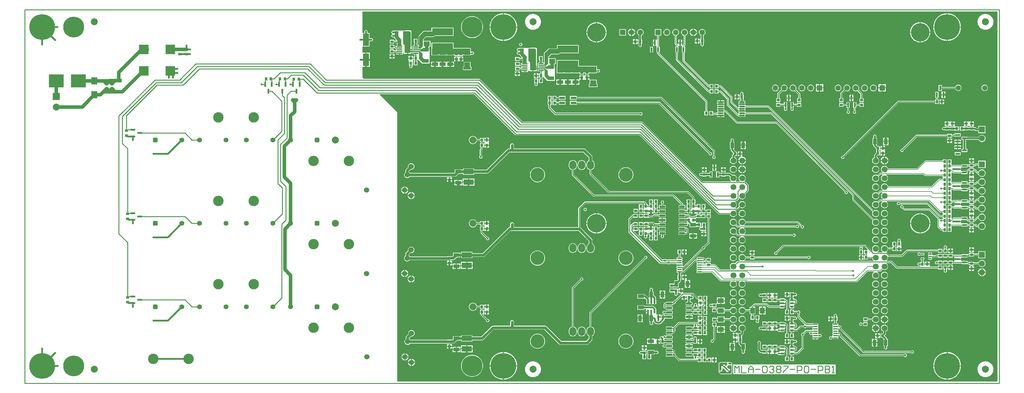
<source format=gtl>
G04 Layer_Physical_Order=1*
G04 Layer_Color=128*
%FSLAX43Y43*%
%MOMM*%
G71*
G01*
G75*
%ADD10R,2.700X2.700*%
%ADD11O,0.800X0.400*%
%ADD12O,1.400X0.350*%
%ADD13R,6.000X2.000*%
%ADD14R,1.000X0.600*%
%ADD15R,0.600X1.350*%
%ADD16R,1.340X1.800*%
%ADD17R,1.800X2.000*%
%ADD18R,0.900X0.800*%
G04:AMPARAMS|DCode=19|XSize=0.45mm|YSize=1.6mm|CornerRadius=0.05mm|HoleSize=0mm|Usage=FLASHONLY|Rotation=90.000|XOffset=0mm|YOffset=0mm|HoleType=Round|Shape=RoundedRectangle|*
%AMROUNDEDRECTD19*
21,1,0.450,1.501,0,0,90.0*
21,1,0.351,1.600,0,0,90.0*
1,1,0.099,0.750,0.175*
1,1,0.099,0.750,-0.175*
1,1,0.099,-0.750,-0.175*
1,1,0.099,-0.750,0.175*
%
%ADD19ROUNDEDRECTD19*%
%ADD20R,4.240X3.810*%
%ADD21R,0.800X0.900*%
%ADD22R,1.800X3.550*%
%ADD23C,2.000*%
G04:AMPARAMS|DCode=24|XSize=0.65mm|YSize=1.65mm|CornerRadius=0.049mm|HoleSize=0mm|Usage=FLASHONLY|Rotation=90.000|XOffset=0mm|YOffset=0mm|HoleType=Round|Shape=RoundedRectangle|*
%AMROUNDEDRECTD24*
21,1,0.650,1.552,0,0,90.0*
21,1,0.552,1.650,0,0,90.0*
1,1,0.098,0.776,0.276*
1,1,0.098,0.776,-0.276*
1,1,0.098,-0.776,-0.276*
1,1,0.098,-0.776,0.276*
%
%ADD24ROUNDEDRECTD24*%
%ADD25R,2.900X1.500*%
%ADD26R,1.700X1.000*%
%ADD27R,1.600X0.800*%
G04:AMPARAMS|DCode=28|XSize=0.3mm|YSize=1.55mm|CornerRadius=0.05mm|HoleSize=0mm|Usage=FLASHONLY|Rotation=90.000|XOffset=0mm|YOffset=0mm|HoleType=Round|Shape=RoundedRectangle|*
%AMROUNDEDRECTD28*
21,1,0.300,1.451,0,0,90.0*
21,1,0.201,1.550,0,0,90.0*
1,1,0.099,0.726,0.101*
1,1,0.099,0.726,-0.101*
1,1,0.099,-0.726,-0.101*
1,1,0.099,-0.726,0.101*
%
%ADD28ROUNDEDRECTD28*%
G04:AMPARAMS|DCode=29|XSize=1.73mm|YSize=1.9mm|CornerRadius=0.052mm|HoleSize=0mm|Usage=FLASHONLY|Rotation=0.000|XOffset=0mm|YOffset=0mm|HoleType=Round|Shape=RoundedRectangle|*
%AMROUNDEDRECTD29*
21,1,1.730,1.796,0,0,0.0*
21,1,1.626,1.900,0,0,0.0*
1,1,0.104,0.813,-0.898*
1,1,0.104,-0.813,-0.898*
1,1,0.104,-0.813,0.898*
1,1,0.104,0.813,0.898*
%
%ADD29ROUNDEDRECTD29*%
%ADD30R,1.350X0.600*%
%ADD31R,0.600X1.000*%
%ADD32R,1.800X1.340*%
%ADD33R,1.000X1.700*%
%ADD34C,0.500*%
%ADD35C,0.250*%
%ADD36C,0.350*%
%ADD37C,1.000*%
%ADD38C,0.150*%
%ADD39C,0.200*%
%ADD40C,0.750*%
%ADD41C,0.300*%
%ADD42C,0.400*%
%ADD43C,0.254*%
%ADD44O,2.000X2.500*%
%ADD45C,3.000*%
%ADD46C,1.600*%
%ADD47R,1.600X1.600*%
%ADD48C,1.500*%
%ADD49C,1.524*%
%ADD50C,7.400*%
%ADD51C,6.000*%
%ADD52C,5.300*%
%ADD53C,1.700*%
%ADD54C,1.750*%
%ADD55R,1.750X1.750*%
%ADD56C,4.000*%
%ADD57R,2.000X2.000*%
%ADD58R,1.800X1.800*%
%ADD59C,1.800*%
%ADD60C,1.400*%
G04:AMPARAMS|DCode=61|XSize=1.4mm|YSize=1.4mm|CornerRadius=0.35mm|HoleSize=0mm|Usage=FLASHONLY|Rotation=180.000|XOffset=0mm|YOffset=0mm|HoleType=Round|Shape=RoundedRectangle|*
%AMROUNDEDRECTD61*
21,1,1.400,0.700,0,0,180.0*
21,1,0.700,1.400,0,0,180.0*
1,1,0.700,-0.350,0.350*
1,1,0.700,0.350,0.350*
1,1,0.700,0.350,-0.350*
1,1,0.700,-0.350,-0.350*
%
%ADD61ROUNDEDRECTD61*%
%ADD62C,0.600*%
G36*
X279500Y500D02*
X107000D01*
Y78000D01*
X101942Y83058D01*
X102009Y83220D01*
X129084D01*
X140802Y71502D01*
X140893Y71441D01*
X141000Y71420D01*
X176584D01*
X199342Y48662D01*
X199433Y48601D01*
X199540Y48580D01*
X202594D01*
X202686Y48356D01*
X202847Y48147D01*
X203056Y47986D01*
X203299Y47886D01*
X203560Y47851D01*
X203821Y47886D01*
X204064Y47986D01*
X204273Y48147D01*
X204433Y48356D01*
X204534Y48599D01*
X204569Y48860D01*
X204534Y49121D01*
X204433Y49364D01*
X204273Y49573D01*
X204180Y49645D01*
X204240Y49820D01*
X204800D01*
X204907Y49841D01*
X204998Y49902D01*
X205615Y50518D01*
X205839Y50426D01*
X206100Y50391D01*
X206361Y50426D01*
X206604Y50527D01*
X206813Y50687D01*
X206973Y50896D01*
X207074Y51139D01*
X207109Y51400D01*
X207074Y51661D01*
X206973Y51904D01*
X206813Y52113D01*
X206604Y52273D01*
X206361Y52374D01*
X206100Y52409D01*
X205839Y52374D01*
X205596Y52273D01*
X205387Y52113D01*
X205227Y51904D01*
X205126Y51661D01*
X205091Y51400D01*
X205126Y51139D01*
X205218Y50915D01*
X204684Y50380D01*
X204147D01*
X204141Y50390D01*
X204102Y50555D01*
X204273Y50687D01*
X204433Y50896D01*
X204534Y51139D01*
X204569Y51400D01*
X204534Y51661D01*
X204433Y51904D01*
X204273Y52113D01*
X204102Y52245D01*
X204141Y52410D01*
X204147Y52420D01*
X204400D01*
X204507Y52441D01*
X204598Y52502D01*
X205098Y53002D01*
X205159Y53093D01*
X205180Y53200D01*
Y53208D01*
X205355Y53268D01*
X205387Y53227D01*
X205596Y53067D01*
X205839Y52966D01*
X206100Y52931D01*
X206361Y52966D01*
X206604Y53067D01*
X206813Y53227D01*
X206973Y53436D01*
X207074Y53679D01*
X207109Y53940D01*
X207074Y54201D01*
X206982Y54425D01*
X207798Y55242D01*
X207859Y55333D01*
X207880Y55440D01*
Y57000D01*
X207859Y57107D01*
X207798Y57198D01*
X206998Y57998D01*
X206907Y58059D01*
X206804Y58079D01*
X206796Y58092D01*
X206746Y58255D01*
X206813Y58307D01*
X206973Y58516D01*
X207074Y58759D01*
X207109Y59020D01*
X207074Y59281D01*
X206973Y59524D01*
X206813Y59733D01*
X206604Y59893D01*
X206361Y59994D01*
X206100Y60029D01*
X205839Y59994D01*
X205596Y59893D01*
X205387Y59733D01*
X205227Y59524D01*
X205126Y59281D01*
X205091Y59020D01*
X205126Y58759D01*
X205227Y58516D01*
X205387Y58307D01*
X205454Y58255D01*
X205394Y58080D01*
X204266D01*
X204206Y58255D01*
X204273Y58307D01*
X204433Y58516D01*
X204534Y58759D01*
X204569Y59020D01*
X204534Y59281D01*
X204433Y59524D01*
X204273Y59733D01*
X204064Y59893D01*
X203821Y59994D01*
X203560Y60029D01*
X203299Y59994D01*
X203202Y59954D01*
X202798Y60358D01*
X202666Y60447D01*
X202510Y60478D01*
X202510Y60478D01*
X201330D01*
Y60620D01*
X200130D01*
Y60503D01*
X199530D01*
Y60920D01*
X198630D01*
Y59270D01*
X199530D01*
Y59687D01*
X200130D01*
Y59520D01*
X201330D01*
Y59662D01*
X202341D01*
X202626Y59378D01*
X202586Y59281D01*
X202551Y59020D01*
X202586Y58759D01*
X202686Y58516D01*
X202847Y58307D01*
X202914Y58255D01*
X202854Y58080D01*
X194716D01*
X177598Y75198D01*
X177507Y75259D01*
X177400Y75280D01*
X143016D01*
X130798Y87498D01*
X130707Y87559D01*
X130600Y87580D01*
X97420D01*
X97000Y88000D01*
Y91096D01*
X97873D01*
Y93125D01*
Y95154D01*
X97000D01*
Y96950D01*
X99050D01*
Y98467D01*
X99375D01*
X99399Y98451D01*
X99575Y98416D01*
X99751Y98451D01*
X99899Y98551D01*
X99999Y98699D01*
X100034Y98875D01*
X99999Y99051D01*
X99899Y99199D01*
X99751Y99299D01*
X99575Y99334D01*
X99399Y99299D01*
X99375Y99283D01*
X99050D01*
Y100800D01*
X98408D01*
Y101000D01*
X98424Y101024D01*
X98459Y101200D01*
X98424Y101376D01*
X98324Y101524D01*
X98176Y101624D01*
X98000Y101659D01*
X97824Y101624D01*
X97676Y101524D01*
X97576Y101376D01*
X97541Y101200D01*
X97576Y101024D01*
X97592Y101000D01*
Y100800D01*
X97000D01*
Y107000D01*
X279500D01*
Y500D01*
D02*
G37*
%LPC*%
G36*
X110873Y29873D02*
X109992D01*
X110010Y29735D01*
X110113Y29488D01*
X110275Y29275D01*
X110488Y29113D01*
X110735Y29010D01*
X110873Y28992D01*
Y29873D01*
D02*
G37*
G36*
X160000Y30459D02*
X159824Y30424D01*
X159676Y30324D01*
X159576Y30176D01*
X159541Y30000D01*
X159552Y29948D01*
X157252Y27648D01*
X157191Y27557D01*
X157170Y27450D01*
Y16273D01*
X157150Y16270D01*
X156870Y16155D01*
X156630Y15970D01*
X156445Y15730D01*
X156330Y15450D01*
X156290Y15150D01*
Y14650D01*
X156330Y14350D01*
X156445Y14070D01*
X156630Y13830D01*
X156870Y13645D01*
X157150Y13530D01*
X157450Y13490D01*
X157750Y13530D01*
X158030Y13645D01*
X158270Y13830D01*
X158455Y14070D01*
X158570Y14350D01*
X158610Y14650D01*
Y15150D01*
X158570Y15450D01*
X158455Y15730D01*
X158270Y15970D01*
X158030Y16155D01*
X157750Y16270D01*
X157730Y16273D01*
Y27334D01*
X159948Y29552D01*
X160000Y29541D01*
X160176Y29576D01*
X160324Y29676D01*
X160424Y29824D01*
X160459Y30000D01*
X160424Y30176D01*
X160324Y30324D01*
X160176Y30424D01*
X160000Y30459D01*
D02*
G37*
G36*
X191154Y29704D02*
X190527D01*
Y28727D01*
X191154D01*
Y29704D01*
D02*
G37*
G36*
X112008Y29873D02*
X111127D01*
Y28992D01*
X111265Y29010D01*
X111512Y29113D01*
X111725Y29275D01*
X111887Y29488D01*
X111990Y29735D01*
X112008Y29873D01*
D02*
G37*
G36*
X189373Y30373D02*
X188846D01*
Y29796D01*
X189373D01*
Y30373D01*
D02*
G37*
G36*
X111127Y31008D02*
Y30127D01*
X112008D01*
X111990Y30265D01*
X111887Y30512D01*
X111725Y30725D01*
X111512Y30887D01*
X111265Y30990D01*
X111127Y31008D01*
D02*
G37*
G36*
X110128Y31443D02*
X109247D01*
Y30562D01*
X109385Y30580D01*
X109632Y30683D01*
X109845Y30845D01*
X110007Y31058D01*
X110110Y31305D01*
X110128Y31443D01*
D02*
G37*
G36*
X247000Y32089D02*
X246739Y32054D01*
X246496Y31953D01*
X246287Y31793D01*
X246126Y31584D01*
X246026Y31341D01*
X245991Y31080D01*
X246026Y30819D01*
X246126Y30576D01*
X246287Y30367D01*
X246496Y30206D01*
X246739Y30106D01*
X247000Y30071D01*
X247261Y30106D01*
X247504Y30206D01*
X247713Y30367D01*
X247873Y30576D01*
X247974Y30819D01*
X248009Y31080D01*
X247974Y31341D01*
X247873Y31584D01*
X247713Y31793D01*
X247504Y31953D01*
X247261Y32054D01*
X247000Y32089D01*
D02*
G37*
G36*
X110873Y31008D02*
X110735Y30990D01*
X110488Y30887D01*
X110275Y30725D01*
X110113Y30512D01*
X110010Y30265D01*
X109992Y30127D01*
X110873D01*
Y31008D01*
D02*
G37*
G36*
X190154Y30373D02*
X189627D01*
Y29717D01*
X189646Y29704D01*
X189646Y29621D01*
Y28727D01*
X190273D01*
Y29716D01*
X190154Y29796D01*
X190154Y29879D01*
Y30373D01*
D02*
G37*
G36*
X188373Y27304D02*
X187846D01*
Y26727D01*
X188373D01*
Y27304D01*
D02*
G37*
G36*
X189154D02*
X188627D01*
Y26727D01*
X189154D01*
Y27304D01*
D02*
G37*
G36*
X183954Y26604D02*
X183327D01*
Y25627D01*
X183954D01*
Y26604D01*
D02*
G37*
G36*
X213100Y25850D02*
X211900D01*
Y25708D01*
X211500D01*
X211476Y25724D01*
X211300Y25759D01*
X211124Y25724D01*
X210976Y25624D01*
X210876Y25476D01*
X210841Y25300D01*
X210876Y25124D01*
X210976Y24976D01*
X211124Y24876D01*
X211300Y24841D01*
X211476Y24876D01*
X211500Y24892D01*
X211900D01*
Y24750D01*
X213100D01*
Y25850D01*
D02*
G37*
G36*
X190273Y28473D02*
X189646D01*
Y27496D01*
X190273D01*
Y28473D01*
D02*
G37*
G36*
X247000Y29549D02*
X246739Y29514D01*
X246496Y29413D01*
X246287Y29253D01*
X246126Y29044D01*
X246026Y28801D01*
X245991Y28540D01*
X246026Y28279D01*
X246126Y28036D01*
X246287Y27827D01*
X246496Y27667D01*
X246739Y27566D01*
X247000Y27531D01*
X247261Y27566D01*
X247504Y27667D01*
X247713Y27827D01*
X247873Y28036D01*
X247974Y28279D01*
X248009Y28540D01*
X247974Y28801D01*
X247873Y29044D01*
X247713Y29253D01*
X247504Y29413D01*
X247261Y29514D01*
X247000Y29549D01*
D02*
G37*
G36*
X183073Y26604D02*
X182446D01*
Y25627D01*
X183073D01*
Y26604D01*
D02*
G37*
G36*
X191154Y28473D02*
X190527D01*
Y27496D01*
X191154D01*
Y28473D01*
D02*
G37*
G36*
X244460Y29549D02*
X244199Y29514D01*
X243956Y29413D01*
X243747Y29253D01*
X243587Y29044D01*
X243486Y28801D01*
X243451Y28540D01*
X243486Y28279D01*
X243587Y28036D01*
X243747Y27827D01*
X243956Y27667D01*
X244199Y27566D01*
X244460Y27531D01*
X244721Y27566D01*
X244964Y27667D01*
X245173Y27827D01*
X245333Y28036D01*
X245434Y28279D01*
X245469Y28540D01*
X245434Y28801D01*
X245333Y29044D01*
X245173Y29253D01*
X244964Y29413D01*
X244721Y29514D01*
X244460Y29549D01*
D02*
G37*
G36*
X266704Y33173D02*
X266127D01*
Y32646D01*
X266704D01*
Y33173D01*
D02*
G37*
G36*
X126873Y33773D02*
X125296D01*
Y32896D01*
X126873D01*
Y33773D01*
D02*
G37*
G36*
X265873Y33173D02*
X265296D01*
Y32646D01*
X265873D01*
Y33173D01*
D02*
G37*
G36*
X271873Y32873D02*
X271296D01*
Y32346D01*
X271873D01*
Y32873D01*
D02*
G37*
G36*
X272704D02*
X272127D01*
Y32346D01*
X272704D01*
Y32873D01*
D02*
G37*
G36*
X271873Y33654D02*
X271296D01*
Y33127D01*
X271873D01*
Y33654D01*
D02*
G37*
G36*
X272704D02*
X272127D01*
Y33127D01*
X272704D01*
Y33654D01*
D02*
G37*
G36*
X125104Y33573D02*
X124127D01*
Y32946D01*
X125104D01*
Y33573D01*
D02*
G37*
G36*
X128704Y33773D02*
X127127D01*
Y32896D01*
X128704D01*
Y33773D01*
D02*
G37*
G36*
X123873Y33573D02*
X122896D01*
Y32946D01*
X123873D01*
Y33573D01*
D02*
G37*
G36*
X274873Y31793D02*
X273878D01*
X273900Y31625D01*
X274014Y31351D01*
X274195Y31115D01*
X274431Y30934D01*
X274705Y30820D01*
X274873Y30798D01*
Y31793D01*
D02*
G37*
G36*
X276122D02*
X275127D01*
Y30798D01*
X275295Y30820D01*
X275569Y30934D01*
X275805Y31115D01*
X275986Y31351D01*
X276100Y31625D01*
X276122Y31793D01*
D02*
G37*
G36*
X190154Y31204D02*
X189627D01*
Y30627D01*
X190154D01*
Y31204D01*
D02*
G37*
G36*
X108993Y31443D02*
X108112D01*
X108130Y31305D01*
X108233Y31058D01*
X108395Y30845D01*
X108608Y30683D01*
X108855Y30580D01*
X108993Y30562D01*
Y31443D01*
D02*
G37*
G36*
X189373Y31204D02*
X188846D01*
Y30627D01*
X189373D01*
Y31204D01*
D02*
G37*
G36*
X274873Y33042D02*
X274705Y33020D01*
X274431Y32906D01*
X274195Y32725D01*
X274014Y32489D01*
X273900Y32215D01*
X273878Y32047D01*
X274873D01*
Y33042D01*
D02*
G37*
G36*
X275127Y33042D02*
Y32047D01*
X276122D01*
X276100Y32215D01*
X275986Y32489D01*
X275805Y32725D01*
X275569Y32906D01*
X275295Y33020D01*
X275127Y33042D01*
D02*
G37*
G36*
X265100Y33850D02*
X263900D01*
Y32750D01*
X264065D01*
X264079Y32734D01*
X264143Y32575D01*
X264076Y32476D01*
X264041Y32300D01*
X264076Y32124D01*
X264176Y31976D01*
X264324Y31876D01*
X264500Y31841D01*
X264676Y31876D01*
X264824Y31976D01*
X264924Y32124D01*
X264959Y32300D01*
X264924Y32476D01*
X264857Y32575D01*
X264921Y32734D01*
X264935Y32750D01*
X265100D01*
Y33850D01*
D02*
G37*
G36*
X108993Y32578D02*
X108855Y32560D01*
X108608Y32457D01*
X108395Y32295D01*
X108233Y32082D01*
X108130Y31835D01*
X108112Y31697D01*
X108993D01*
Y32578D01*
D02*
G37*
G36*
X109247Y32578D02*
Y31697D01*
X110128D01*
X110110Y31835D01*
X110007Y32082D01*
X109845Y32295D01*
X109632Y32457D01*
X109385Y32560D01*
X109247Y32578D01*
D02*
G37*
G36*
X219654Y26204D02*
X219127D01*
Y25627D01*
X219654D01*
Y26204D01*
D02*
G37*
G36*
X244460Y24469D02*
X244199Y24434D01*
X243956Y24333D01*
X243747Y24173D01*
X243587Y23964D01*
X243486Y23721D01*
X243451Y23460D01*
X243486Y23199D01*
X243587Y22956D01*
X243747Y22747D01*
X243956Y22587D01*
X244199Y22486D01*
X244460Y22451D01*
X244721Y22486D01*
X244964Y22587D01*
X245173Y22747D01*
X245333Y22956D01*
X245434Y23199D01*
X245469Y23460D01*
X245434Y23721D01*
X245333Y23964D01*
X245173Y24173D01*
X244964Y24333D01*
X244721Y24434D01*
X244460Y24469D01*
D02*
G37*
G36*
X247000D02*
X246739Y24434D01*
X246496Y24333D01*
X246287Y24173D01*
X246126Y23964D01*
X246026Y23721D01*
X245991Y23460D01*
X246026Y23199D01*
X246126Y22956D01*
X246287Y22747D01*
X246496Y22587D01*
X246739Y22486D01*
X247000Y22451D01*
X247261Y22486D01*
X247504Y22587D01*
X247713Y22747D01*
X247873Y22956D01*
X247974Y23199D01*
X248009Y23460D01*
X247974Y23721D01*
X247873Y23964D01*
X247713Y24173D01*
X247504Y24333D01*
X247261Y24434D01*
X247000Y24469D01*
D02*
G37*
G36*
X203560D02*
X203299Y24434D01*
X203056Y24333D01*
X202847Y24173D01*
X202686Y23964D01*
X202586Y23721D01*
X202551Y23460D01*
X202586Y23199D01*
X202686Y22956D01*
X202847Y22747D01*
X203056Y22587D01*
X203299Y22486D01*
X203560Y22451D01*
X203821Y22486D01*
X204064Y22587D01*
X204273Y22747D01*
X204433Y22956D01*
X204534Y23199D01*
X204569Y23460D01*
X204534Y23721D01*
X204433Y23964D01*
X204273Y24173D01*
X204064Y24333D01*
X203821Y24434D01*
X203560Y24469D01*
D02*
G37*
G36*
X206100D02*
X205839Y24434D01*
X205596Y24333D01*
X205387Y24173D01*
X205227Y23964D01*
X205126Y23721D01*
X205091Y23460D01*
X205126Y23199D01*
X205227Y22956D01*
X205387Y22747D01*
X205596Y22587D01*
X205839Y22486D01*
X206100Y22451D01*
X206361Y22486D01*
X206604Y22587D01*
X206813Y22747D01*
X206973Y22956D01*
X207074Y23199D01*
X207109Y23460D01*
X207074Y23721D01*
X206973Y23964D01*
X206813Y24173D01*
X206604Y24333D01*
X206361Y24434D01*
X206100Y24469D01*
D02*
G37*
G36*
X199873Y23603D02*
X198846D01*
Y23020D01*
X198700Y22950D01*
X198671Y22950D01*
X197500D01*
Y22884D01*
X197325Y22791D01*
X197276Y22824D01*
X197100Y22859D01*
X196924Y22824D01*
X196776Y22724D01*
X196676Y22576D01*
X196641Y22400D01*
X196676Y22224D01*
X196776Y22076D01*
X196924Y21976D01*
X197100Y21941D01*
X197276Y21976D01*
X197325Y22009D01*
X197500Y21916D01*
Y21850D01*
X198700D01*
Y22736D01*
X198846Y22806D01*
X198875Y22806D01*
X199873D01*
Y23603D01*
D02*
G37*
G36*
Y24654D02*
X198846D01*
Y23857D01*
X199873D01*
Y24654D01*
D02*
G37*
G36*
X201154D02*
X200127D01*
Y23857D01*
X201154D01*
Y24654D01*
D02*
G37*
G36*
Y23603D02*
X200127D01*
Y22806D01*
X201154D01*
Y23603D01*
D02*
G37*
G36*
X189154Y26473D02*
X188500D01*
X187846D01*
Y25896D01*
X188571D01*
X188638Y25734D01*
X186652Y23748D01*
X186600Y23759D01*
X186424Y23724D01*
X186276Y23624D01*
X186176Y23476D01*
X186144Y23453D01*
X185978Y23378D01*
X185951Y23384D01*
X184399D01*
X184321Y23368D01*
X184255Y23325D01*
X184212Y23259D01*
X184197Y23185D01*
X184005D01*
X183898Y23164D01*
X183807Y23103D01*
X183602Y22898D01*
X183541Y22807D01*
X183520Y22700D01*
Y21900D01*
X183541Y21793D01*
X183602Y21702D01*
X183867Y21437D01*
X183958Y21376D01*
X184065Y21355D01*
X184197D01*
X184212Y21281D01*
X184255Y21215D01*
X184321Y21172D01*
X184399Y21156D01*
X185951D01*
X186029Y21172D01*
X186095Y21215D01*
X186138Y21281D01*
X186154Y21359D01*
Y21911D01*
X186138Y21989D01*
X186095Y22055D01*
X186029Y22098D01*
X185951Y22114D01*
X184399D01*
X184321Y22098D01*
X184255Y22055D01*
X184255Y22054D01*
X184080Y22108D01*
Y22432D01*
X184255Y22486D01*
X184255Y22485D01*
X184321Y22442D01*
X184399Y22426D01*
X185951D01*
X186029Y22442D01*
X186095Y22485D01*
X186138Y22551D01*
X186152Y22620D01*
X186200D01*
X186307Y22641D01*
X186398Y22702D01*
X186548Y22852D01*
X186600Y22841D01*
X186776Y22876D01*
X186924Y22976D01*
X187024Y23124D01*
X187059Y23300D01*
X187048Y23352D01*
X188584Y24888D01*
X188731Y24827D01*
X190054D01*
Y25245D01*
X190075Y25254D01*
X190083Y25254D01*
X190250Y25139D01*
Y24100D01*
X190392D01*
Y23384D01*
X190049D01*
X189971Y23368D01*
X189905Y23325D01*
X189862Y23259D01*
X189846Y23181D01*
Y22629D01*
X189862Y22551D01*
X189905Y22485D01*
X189971Y22442D01*
X190049Y22426D01*
X191601D01*
X191679Y22442D01*
X191745Y22485D01*
X191788Y22551D01*
X191804Y22629D01*
Y23181D01*
X191788Y23259D01*
X191745Y23325D01*
X191679Y23368D01*
X191601Y23384D01*
X191208D01*
Y24100D01*
X191350D01*
Y24226D01*
X191524Y24276D01*
X191700Y24241D01*
X191876Y24276D01*
X192024Y24376D01*
X192124Y24524D01*
X192159Y24700D01*
X192124Y24876D01*
X192024Y25024D01*
X191876Y25124D01*
X191700Y25159D01*
X191582Y25135D01*
X191408Y25240D01*
X191403Y25275D01*
X191535Y25420D01*
X191984D01*
X193102Y24302D01*
X193193Y24241D01*
X193300Y24220D01*
X193426D01*
X193550Y24096D01*
X193550Y23936D01*
X193446Y23804D01*
X193446Y23768D01*
Y23227D01*
X194100D01*
X194754D01*
X194754Y23804D01*
X194650Y23936D01*
X194650Y23979D01*
Y25100D01*
X193550D01*
Y24880D01*
X193375Y24822D01*
X192298Y25898D01*
X192207Y25959D01*
X192100Y25980D01*
X189154D01*
Y26473D01*
D02*
G37*
G36*
X133354Y22704D02*
X132827D01*
Y22127D01*
X133354D01*
Y22704D01*
D02*
G37*
G36*
X185951Y20844D02*
X184399D01*
X184321Y20828D01*
X184255Y20785D01*
X184212Y20719D01*
X184197Y20645D01*
X184019D01*
X183989Y20689D01*
X183841Y20789D01*
X183665Y20824D01*
X183489Y20789D01*
X183341Y20689D01*
X183241Y20541D01*
X183206Y20365D01*
X183241Y20189D01*
X183341Y20041D01*
X183489Y19941D01*
X183665Y19906D01*
X183841Y19941D01*
X183989Y20041D01*
X184019Y20085D01*
X184197D01*
X184212Y20011D01*
X184255Y19945D01*
X184321Y19902D01*
X184399Y19886D01*
X185951D01*
X186029Y19902D01*
X186095Y19945D01*
X186138Y20011D01*
X186154Y20089D01*
Y20641D01*
X186138Y20719D01*
X186095Y20785D01*
X186029Y20828D01*
X185951Y20844D01*
D02*
G37*
G36*
X211803Y22054D02*
X211006D01*
Y21027D01*
X211803D01*
Y22054D01*
D02*
G37*
G36*
X194650Y20900D02*
X193550D01*
Y20580D01*
X193300D01*
Y20850D01*
X192100D01*
Y20645D01*
X191803D01*
X191788Y20719D01*
X191745Y20785D01*
X191679Y20828D01*
X191601Y20844D01*
X190049D01*
X189971Y20828D01*
X189905Y20785D01*
X189862Y20719D01*
X189846Y20641D01*
Y20089D01*
X189862Y20011D01*
X189905Y19945D01*
X189971Y19902D01*
X190049Y19886D01*
X191601D01*
X191679Y19902D01*
X191745Y19945D01*
X191788Y20011D01*
X191803Y20085D01*
X192100D01*
Y19750D01*
X193300D01*
Y20020D01*
X193550D01*
Y19700D01*
X194650D01*
Y20900D01*
D02*
G37*
G36*
X133354Y21873D02*
X132046D01*
Y21379D01*
X132046Y21296D01*
X132046Y21121D01*
Y20627D01*
X132700D01*
X133354D01*
Y21121D01*
X133354Y21204D01*
X133354Y21379D01*
Y21873D01*
D02*
G37*
G36*
X212854Y22054D02*
X212057D01*
Y21027D01*
X212854D01*
Y22054D01*
D02*
G37*
G36*
X192700Y23059D02*
X192524Y23024D01*
X192376Y22924D01*
X192276Y22776D01*
X192241Y22600D01*
X192276Y22424D01*
X192182Y22250D01*
X192100D01*
Y21915D01*
X191803D01*
X191788Y21989D01*
X191745Y22055D01*
X191679Y22098D01*
X191601Y22114D01*
X190049D01*
X189971Y22098D01*
X189905Y22055D01*
X189862Y21989D01*
X189846Y21911D01*
Y21359D01*
X189862Y21281D01*
X189905Y21215D01*
X189971Y21172D01*
X190049Y21156D01*
X191601D01*
X191679Y21172D01*
X191745Y21215D01*
X191788Y21281D01*
X191803Y21355D01*
X192100D01*
Y21150D01*
X193300D01*
Y21420D01*
X193550D01*
Y21100D01*
X194650D01*
X194650Y22264D01*
X194754Y22396D01*
X194754Y22432D01*
Y22973D01*
X194100D01*
X193446D01*
X193446Y22396D01*
X193550Y22264D01*
X193550Y22221D01*
Y21980D01*
X193300D01*
Y22250D01*
X193218D01*
X193124Y22424D01*
X193159Y22600D01*
X193124Y22776D01*
X193024Y22924D01*
X192876Y23024D01*
X192700Y23059D01*
D02*
G37*
G36*
X132573Y22704D02*
X132046D01*
Y22127D01*
X132573D01*
Y22704D01*
D02*
G37*
G36*
X203560Y21929D02*
X203299Y21894D01*
X203056Y21793D01*
X202847Y21633D01*
X202686Y21424D01*
X202594Y21200D01*
X201050D01*
Y21690D01*
X198950D01*
Y21150D01*
X198700D01*
Y21550D01*
X197500D01*
Y20450D01*
X198700D01*
Y20590D01*
X198950D01*
Y20050D01*
X201050D01*
Y20640D01*
X202594D01*
X202686Y20416D01*
X202847Y20207D01*
X203056Y20046D01*
X203299Y19946D01*
X203560Y19911D01*
X203821Y19946D01*
X204064Y20046D01*
X204273Y20207D01*
X204433Y20416D01*
X204534Y20659D01*
X204569Y20920D01*
X204534Y21181D01*
X204433Y21424D01*
X204273Y21633D01*
X204064Y21793D01*
X203821Y21894D01*
X203560Y21929D01*
D02*
G37*
G36*
X213200Y22880D02*
X209600D01*
X209493Y22859D01*
X209402Y22798D01*
X208852Y22248D01*
X208791Y22157D01*
X208770Y22050D01*
Y21950D01*
X208250D01*
Y21200D01*
X207066D01*
X206973Y21424D01*
X206813Y21633D01*
X206604Y21793D01*
X206361Y21894D01*
X206100Y21929D01*
X205839Y21894D01*
X205596Y21793D01*
X205387Y21633D01*
X205227Y21424D01*
X205126Y21181D01*
X205091Y20920D01*
X205126Y20659D01*
X205227Y20416D01*
X205387Y20207D01*
X205596Y20046D01*
X205839Y19946D01*
X206100Y19911D01*
X206361Y19946D01*
X206604Y20046D01*
X206813Y20207D01*
X206973Y20416D01*
X207066Y20640D01*
X208250D01*
Y19850D01*
X208790D01*
Y19500D01*
X208550D01*
Y18300D01*
X209650D01*
Y19500D01*
X209350D01*
Y19850D01*
X209890D01*
Y21950D01*
X209575D01*
X209508Y22112D01*
X209716Y22320D01*
X213084D01*
X213552Y21852D01*
X213643Y21791D01*
X213750Y21770D01*
X216975D01*
Y21600D01*
X218275D01*
Y22446D01*
X218379D01*
Y22873D01*
X217625D01*
X216871D01*
Y22446D01*
X216744Y22330D01*
X213866D01*
X213398Y22798D01*
X213307Y22859D01*
X213200Y22880D01*
D02*
G37*
G36*
X189273Y24573D02*
X188746D01*
Y23996D01*
X189273D01*
Y24573D01*
D02*
G37*
G36*
X244460Y27009D02*
X244199Y26974D01*
X243956Y26873D01*
X243747Y26713D01*
X243587Y26504D01*
X243486Y26261D01*
X243451Y26000D01*
X243486Y25739D01*
X243587Y25496D01*
X243747Y25287D01*
X243956Y25126D01*
X244199Y25026D01*
X244460Y24991D01*
X244721Y25026D01*
X244964Y25126D01*
X245173Y25287D01*
X245333Y25496D01*
X245434Y25739D01*
X245469Y26000D01*
X245434Y26261D01*
X245333Y26504D01*
X245173Y26713D01*
X244964Y26873D01*
X244721Y26974D01*
X244460Y27009D01*
D02*
G37*
G36*
X247000D02*
X246739Y26974D01*
X246496Y26873D01*
X246287Y26713D01*
X246126Y26504D01*
X246026Y26261D01*
X245991Y26000D01*
X246026Y25739D01*
X246126Y25496D01*
X246287Y25287D01*
X246496Y25126D01*
X246739Y25026D01*
X247000Y24991D01*
X247261Y25026D01*
X247504Y25126D01*
X247713Y25287D01*
X247873Y25496D01*
X247974Y25739D01*
X248009Y26000D01*
X247974Y26261D01*
X247873Y26504D01*
X247713Y26713D01*
X247504Y26873D01*
X247261Y26974D01*
X247000Y27009D01*
D02*
G37*
G36*
X203560D02*
X203299Y26974D01*
X203056Y26873D01*
X202847Y26713D01*
X202686Y26504D01*
X202586Y26261D01*
X202551Y26000D01*
X202586Y25739D01*
X202686Y25496D01*
X202847Y25287D01*
X203056Y25126D01*
X203299Y25026D01*
X203560Y24991D01*
X203821Y25026D01*
X204064Y25126D01*
X204273Y25287D01*
X204433Y25496D01*
X204534Y25739D01*
X204569Y26000D01*
X204534Y26261D01*
X204433Y26504D01*
X204273Y26713D01*
X204064Y26873D01*
X203821Y26974D01*
X203560Y27009D01*
D02*
G37*
G36*
X206100D02*
X205839Y26974D01*
X205596Y26873D01*
X205387Y26713D01*
X205227Y26504D01*
X205126Y26261D01*
X205091Y26000D01*
X205126Y25739D01*
X205227Y25496D01*
X205387Y25287D01*
X205596Y25126D01*
X205839Y25026D01*
X206100Y24991D01*
X206361Y25026D01*
X206604Y25126D01*
X206813Y25287D01*
X206973Y25496D01*
X207074Y25739D01*
X207109Y26000D01*
X207074Y26261D01*
X206973Y26504D01*
X206813Y26713D01*
X206604Y26873D01*
X206361Y26974D01*
X206100Y27009D01*
D02*
G37*
G36*
X220950Y26100D02*
X219850D01*
Y24900D01*
X219992D01*
Y24400D01*
X219725D01*
Y23500D01*
X219725D01*
Y23450D01*
X219725D01*
Y22675D01*
X219725Y22550D01*
X219725Y22375D01*
Y21600D01*
X220095D01*
Y21100D01*
X219850D01*
Y19900D01*
X220950D01*
Y20220D01*
X221996D01*
X222026Y20176D01*
X222070Y20146D01*
Y19050D01*
X222091Y18943D01*
X222152Y18852D01*
X224088Y16915D01*
X224031Y16725D01*
X224024Y16724D01*
X223876Y16624D01*
X223846Y16580D01*
X222900D01*
X222793Y16559D01*
X222702Y16498D01*
X221734Y15530D01*
X221149D01*
X221025Y15654D01*
Y15796D01*
X221149Y15920D01*
X221300D01*
X221407Y15941D01*
X221498Y16002D01*
X221698Y16202D01*
X221759Y16293D01*
X221780Y16400D01*
Y16900D01*
X221759Y17007D01*
X221698Y17098D01*
X221448Y17348D01*
X221357Y17409D01*
X221250Y17430D01*
X221025D01*
Y17600D01*
X220808D01*
Y18100D01*
X220950D01*
Y18292D01*
X221200D01*
X221224Y18276D01*
X221400Y18241D01*
X221576Y18276D01*
X221724Y18376D01*
X221824Y18524D01*
X221859Y18700D01*
X221824Y18876D01*
X221724Y19024D01*
X221576Y19124D01*
X221400Y19159D01*
X221224Y19124D01*
X221200Y19108D01*
X220950D01*
Y19300D01*
X219850D01*
Y18100D01*
X219992D01*
Y17600D01*
X219725D01*
Y16700D01*
X219725D01*
Y16650D01*
X219725D01*
Y15875D01*
X219725Y15750D01*
X219725Y15575D01*
Y14800D01*
X220095D01*
Y14300D01*
X219850D01*
Y13100D01*
X220950D01*
Y14300D01*
X220655D01*
Y14800D01*
X221025D01*
Y14970D01*
X221850D01*
X221957Y14991D01*
X222048Y15052D01*
X223016Y16020D01*
X223846D01*
X223876Y15976D01*
X224024Y15876D01*
X224200Y15841D01*
X224376Y15876D01*
X224524Y15976D01*
X224554Y16020D01*
X226262D01*
X226290Y15982D01*
X226339Y15845D01*
X226294Y15777D01*
X226269Y15650D01*
X226294Y15523D01*
X226339Y15455D01*
X226290Y15318D01*
X226262Y15280D01*
X224500D01*
X224393Y15259D01*
X224302Y15198D01*
X223552Y14448D01*
X223500Y14459D01*
X223324Y14424D01*
X223176Y14324D01*
X223076Y14176D01*
X223041Y14000D01*
X223076Y13824D01*
X223176Y13676D01*
X223220Y13646D01*
Y10216D01*
X221834Y8830D01*
X221149D01*
X221025Y8954D01*
Y9096D01*
X221149Y9220D01*
X221300D01*
X221407Y9241D01*
X221498Y9302D01*
X221698Y9502D01*
X221759Y9593D01*
X221780Y9700D01*
Y10200D01*
X221759Y10307D01*
X221698Y10398D01*
X221448Y10648D01*
X221357Y10709D01*
X221250Y10730D01*
X221025D01*
Y10900D01*
X220808D01*
Y11400D01*
X220950D01*
Y11592D01*
X221200D01*
X221224Y11576D01*
X221400Y11541D01*
X221576Y11576D01*
X221724Y11676D01*
X221824Y11824D01*
X221859Y12000D01*
X221824Y12176D01*
X221724Y12324D01*
X221576Y12424D01*
X221400Y12459D01*
X221224Y12424D01*
X221200Y12408D01*
X220950D01*
Y12600D01*
X219850D01*
Y11400D01*
X219992D01*
Y10900D01*
X219725D01*
Y10000D01*
X219725D01*
Y9950D01*
X219725D01*
Y9175D01*
X219725Y9050D01*
X219725Y8875D01*
Y8100D01*
X220095D01*
Y7600D01*
X219850D01*
Y6400D01*
X220950D01*
Y7600D01*
X220655D01*
Y8100D01*
X221025D01*
Y8270D01*
X221950D01*
X222057Y8291D01*
X222148Y8352D01*
X223698Y9902D01*
X223759Y9993D01*
X223780Y10100D01*
Y13646D01*
X223824Y13676D01*
X223924Y13824D01*
X223959Y14000D01*
X223948Y14052D01*
X224616Y14720D01*
X225345D01*
X225439Y14545D01*
X225426Y14526D01*
X225391Y14350D01*
X225426Y14174D01*
X225526Y14026D01*
X225674Y13926D01*
X225850Y13891D01*
X226026Y13926D01*
X226174Y14026D01*
X226241Y13998D01*
X226336Y13954D01*
X226350Y13911D01*
X226294Y13827D01*
X226269Y13700D01*
X226294Y13573D01*
X226366Y13466D01*
X226293Y13361D01*
X226291Y13359D01*
X226196Y13217D01*
X226188Y13177D01*
X227125D01*
X228122D01*
X228192Y13294D01*
X228203Y13300D01*
X228270Y13312D01*
X228324Y13276D01*
X228500Y13241D01*
X228676Y13276D01*
X228824Y13376D01*
X228924Y13524D01*
X228959Y13700D01*
X228924Y13876D01*
X228824Y14024D01*
X228676Y14124D01*
X228500Y14159D01*
X228324Y14124D01*
X228176Y14024D01*
X228153Y13991D01*
X227983Y13988D01*
X227960Y14018D01*
X227911Y14155D01*
X227956Y14223D01*
X227981Y14350D01*
X227956Y14477D01*
X227884Y14584D01*
Y14766D01*
X227956Y14873D01*
X227981Y15000D01*
X227956Y15127D01*
X227884Y15234D01*
Y15416D01*
X227956Y15523D01*
X227981Y15650D01*
X227956Y15777D01*
X227884Y15884D01*
Y16066D01*
X227956Y16173D01*
X227981Y16300D01*
X227956Y16427D01*
X227884Y16534D01*
Y16716D01*
X227956Y16823D01*
X227981Y16950D01*
X227956Y17077D01*
X227884Y17184D01*
X227777Y17256D01*
X227650Y17281D01*
X226600D01*
X226473Y17256D01*
X226435Y17230D01*
X224566D01*
X222630Y19166D01*
Y20146D01*
X222674Y20176D01*
X222774Y20324D01*
X222809Y20500D01*
X222774Y20676D01*
X222674Y20824D01*
X222526Y20924D01*
X222350Y20959D01*
X222174Y20924D01*
X222026Y20824D01*
X221996Y20780D01*
X220950D01*
Y21100D01*
X220655D01*
Y21600D01*
X221025D01*
Y22375D01*
X221025Y22500D01*
Y22596D01*
X221149Y22720D01*
X221300D01*
X221407Y22741D01*
X221498Y22802D01*
X221698Y23002D01*
X221759Y23093D01*
X221780Y23200D01*
Y23800D01*
X221759Y23907D01*
X221698Y23998D01*
X221548Y24148D01*
X221457Y24209D01*
X221350Y24230D01*
X221025D01*
Y24400D01*
X220808D01*
Y24900D01*
X220950D01*
Y25092D01*
X221200D01*
X221224Y25076D01*
X221400Y25041D01*
X221576Y25076D01*
X221724Y25176D01*
X221824Y25324D01*
X221859Y25500D01*
X221824Y25676D01*
X221724Y25824D01*
X221576Y25924D01*
X221400Y25959D01*
X221224Y25924D01*
X221200Y25908D01*
X220950D01*
Y26100D01*
D02*
G37*
G36*
X213873Y25954D02*
X213296D01*
Y25427D01*
X213873D01*
Y25954D01*
D02*
G37*
G36*
X218873Y26204D02*
X218346D01*
Y25627D01*
X218873D01*
Y26204D01*
D02*
G37*
G36*
X186400Y27250D02*
Y27250D01*
X186396Y27250D01*
X185200D01*
Y26150D01*
X186400D01*
Y26150D01*
X186550Y26090D01*
Y26000D01*
X186692D01*
Y25800D01*
X186676Y25776D01*
X186641Y25600D01*
X186676Y25424D01*
X186776Y25276D01*
X186924Y25176D01*
X187100Y25141D01*
X187276Y25176D01*
X187424Y25276D01*
X187524Y25424D01*
X187559Y25600D01*
X187524Y25776D01*
X187508Y25800D01*
Y26000D01*
X187650D01*
Y27200D01*
X186550D01*
Y27200D01*
X186400Y27250D01*
D02*
G37*
G36*
X215627Y25954D02*
Y25427D01*
X216204D01*
Y25954D01*
X215627D01*
D02*
G37*
G36*
X219654Y25373D02*
X219127D01*
Y24796D01*
X219654D01*
Y25373D01*
D02*
G37*
G36*
X183073Y25373D02*
X182446D01*
Y24396D01*
X183073D01*
Y25373D01*
D02*
G37*
G36*
X183954D02*
X183327D01*
Y24396D01*
X183954D01*
Y25373D01*
D02*
G37*
G36*
X190054Y24573D02*
X189527D01*
Y23996D01*
X190054D01*
Y24573D01*
D02*
G37*
G36*
X216100Y24450D02*
X214900D01*
Y24180D01*
X214600D01*
Y24450D01*
X213400D01*
Y24180D01*
X213100D01*
Y24450D01*
X211900D01*
Y23350D01*
X213100D01*
Y23620D01*
X213400D01*
Y23350D01*
X214600D01*
Y23620D01*
X214900D01*
Y23350D01*
X216100D01*
Y23670D01*
X216744D01*
X216871Y23554D01*
Y23127D01*
X217625D01*
X218379D01*
Y23377D01*
X218554Y23449D01*
X218720Y23284D01*
Y21100D01*
X218450D01*
Y19900D01*
X219550D01*
Y21100D01*
X219280D01*
Y23400D01*
X219259Y23507D01*
X219198Y23598D01*
X218648Y24148D01*
X218557Y24209D01*
X218450Y24230D01*
X218275D01*
Y24400D01*
X216975D01*
Y24230D01*
X216100D01*
Y24450D01*
D02*
G37*
G36*
X180000Y27459D02*
X179824Y27424D01*
X179676Y27324D01*
X179576Y27176D01*
X179541Y27000D01*
X179576Y26824D01*
X179592Y26800D01*
Y26500D01*
X179350D01*
Y24674D01*
X179175Y24602D01*
X178488Y25288D01*
X178356Y25377D01*
X178200Y25408D01*
X178200Y25408D01*
X178000D01*
Y25650D01*
X176000D01*
Y24350D01*
X178000D01*
Y24376D01*
X178175Y24448D01*
X178600Y24023D01*
Y22725D01*
X179375D01*
X179500Y22725D01*
X179675Y22725D01*
X180450D01*
Y22725D01*
X180500D01*
Y22725D01*
X181400D01*
Y24025D01*
X181358D01*
Y24550D01*
X181358Y24550D01*
X181327Y24706D01*
X181238Y24838D01*
X180650Y25427D01*
Y26500D01*
X180408D01*
Y26800D01*
X180424Y26824D01*
X180459Y27000D01*
X180424Y27176D01*
X180324Y27324D01*
X180176Y27424D01*
X180000Y27459D01*
D02*
G37*
G36*
X216204Y25173D02*
X215627D01*
Y24646D01*
X216204D01*
Y25173D01*
D02*
G37*
G36*
X218873Y25373D02*
X218346D01*
Y24796D01*
X218873D01*
Y25373D01*
D02*
G37*
G36*
X214750Y25954D02*
X214621Y25954D01*
X214127D01*
Y25300D01*
Y24646D01*
X214621D01*
X214750Y24646D01*
X214879Y24646D01*
X215373D01*
Y25300D01*
Y25954D01*
X214879D01*
X214750Y25954D01*
D02*
G37*
G36*
X213873Y25173D02*
X213296D01*
Y24646D01*
X213873D01*
Y25173D01*
D02*
G37*
G36*
X265873Y33954D02*
X265296D01*
Y33427D01*
X265873D01*
Y33954D01*
D02*
G37*
G36*
X128750Y47160D02*
X128450Y47120D01*
X128170Y47005D01*
X127930Y46820D01*
X127745Y46580D01*
X127630Y46300D01*
X127590Y46000D01*
X127630Y45700D01*
X127745Y45420D01*
X127930Y45180D01*
X128170Y44995D01*
X128450Y44880D01*
X128750Y44840D01*
X129050Y44880D01*
X129330Y44995D01*
X129570Y45180D01*
X129755Y45420D01*
X129870Y45700D01*
X129873Y45720D01*
X130750D01*
Y45400D01*
X131020D01*
Y45100D01*
X130750D01*
Y43900D01*
X131020D01*
Y43300D01*
X131041Y43193D01*
X131102Y43102D01*
X132552Y41652D01*
X132541Y41600D01*
X132576Y41424D01*
X132676Y41276D01*
X132824Y41176D01*
X133000Y41141D01*
X133176Y41176D01*
X133324Y41276D01*
X133424Y41424D01*
X133459Y41600D01*
X133424Y41776D01*
X133324Y41924D01*
X133176Y42024D01*
X133000Y42059D01*
X132948Y42048D01*
X131580Y43416D01*
Y43900D01*
X131850D01*
Y45100D01*
X131580D01*
Y45400D01*
X131850D01*
Y46600D01*
X130750D01*
Y46280D01*
X129873D01*
X129870Y46300D01*
X129755Y46580D01*
X129570Y46820D01*
X129330Y47005D01*
X129050Y47120D01*
X128750Y47160D01*
D02*
G37*
G36*
X191873Y42273D02*
X190896D01*
Y41646D01*
X191873D01*
Y42273D01*
D02*
G37*
G36*
X244460Y42249D02*
X244199Y42214D01*
X243956Y42113D01*
X243747Y41953D01*
X243587Y41744D01*
X243486Y41501D01*
X243451Y41240D01*
X243486Y40979D01*
X243587Y40736D01*
X243747Y40527D01*
X243956Y40367D01*
X244199Y40266D01*
X244460Y40231D01*
X244721Y40266D01*
X244964Y40367D01*
X245173Y40527D01*
X245333Y40736D01*
X245434Y40979D01*
X245469Y41240D01*
X245434Y41501D01*
X245333Y41744D01*
X245173Y41953D01*
X244964Y42113D01*
X244721Y42214D01*
X244460Y42249D01*
D02*
G37*
G36*
X247000D02*
X246739Y42214D01*
X246496Y42113D01*
X246287Y41953D01*
X246126Y41744D01*
X246026Y41501D01*
X245991Y41240D01*
X246026Y40979D01*
X246126Y40736D01*
X246287Y40527D01*
X246496Y40367D01*
X246739Y40266D01*
X247000Y40231D01*
X247261Y40266D01*
X247504Y40367D01*
X247713Y40527D01*
X247873Y40736D01*
X247974Y40979D01*
X248009Y41240D01*
X247974Y41501D01*
X247873Y41744D01*
X247713Y41953D01*
X247504Y42113D01*
X247261Y42214D01*
X247000Y42249D01*
D02*
G37*
G36*
X193104Y42273D02*
X192127D01*
Y41646D01*
X193104D01*
Y42273D01*
D02*
G37*
G36*
X195804Y42873D02*
X195227D01*
Y42346D01*
X195804D01*
Y42873D01*
D02*
G37*
G36*
X191873Y43154D02*
X190896D01*
Y42527D01*
X191873D01*
Y43154D01*
D02*
G37*
G36*
X183951Y43669D02*
X182399D01*
X182321Y43653D01*
X182255Y43610D01*
X182212Y43544D01*
X182196Y43466D01*
Y42914D01*
X182212Y42836D01*
X182255Y42770D01*
X182321Y42727D01*
X182399Y42711D01*
X182778D01*
X182826Y42603D01*
X182842Y42536D01*
X182751Y42401D01*
X182716Y42225D01*
X182751Y42049D01*
X182851Y41901D01*
X182999Y41801D01*
X183175Y41766D01*
X183351Y41801D01*
X183499Y41901D01*
X183599Y42049D01*
X183634Y42225D01*
X183599Y42401D01*
X183508Y42536D01*
X183524Y42603D01*
X183572Y42711D01*
X183951D01*
X184029Y42727D01*
X184095Y42770D01*
X184138Y42836D01*
X184154Y42914D01*
Y43466D01*
X184138Y43544D01*
X184095Y43610D01*
X184029Y43653D01*
X183951Y43669D01*
D02*
G37*
G36*
X194973Y42873D02*
X194396D01*
Y42346D01*
X194973D01*
Y42873D01*
D02*
G37*
G36*
X203560Y42249D02*
X203299Y42214D01*
X203056Y42113D01*
X202847Y41953D01*
X202686Y41744D01*
X202586Y41501D01*
X202551Y41240D01*
X202586Y40979D01*
X202686Y40736D01*
X202847Y40527D01*
X203056Y40367D01*
X203299Y40266D01*
X203560Y40231D01*
X203821Y40266D01*
X204064Y40367D01*
X204273Y40527D01*
X204433Y40736D01*
X204534Y40979D01*
X204569Y41240D01*
X204534Y41501D01*
X204433Y41744D01*
X204273Y41953D01*
X204064Y42113D01*
X203821Y42214D01*
X203560Y42249D01*
D02*
G37*
G36*
X251854Y38573D02*
X251327D01*
Y37996D01*
X251854D01*
Y38573D01*
D02*
G37*
G36*
X265873Y38754D02*
X265296D01*
Y38227D01*
X265873D01*
Y38754D01*
D02*
G37*
G36*
X190154Y38504D02*
X189627D01*
Y37927D01*
X190154D01*
Y38504D01*
D02*
G37*
G36*
X251073Y38573D02*
X250546D01*
Y37996D01*
X251073D01*
Y38573D01*
D02*
G37*
G36*
X266704Y38754D02*
X266127D01*
Y38227D01*
X266704D01*
Y38754D01*
D02*
G37*
G36*
X251200Y41559D02*
X251024Y41524D01*
X250876Y41424D01*
X250776Y41276D01*
X250741Y41100D01*
X250776Y40924D01*
X250809Y40875D01*
X250716Y40700D01*
X250650D01*
X250650Y39536D01*
X250546Y39404D01*
X250546Y39368D01*
Y38827D01*
X251854D01*
X251854Y39404D01*
X251750Y39536D01*
X251750Y39579D01*
Y40700D01*
X251684D01*
X251591Y40875D01*
X251624Y40924D01*
X251659Y41100D01*
X251624Y41276D01*
X251524Y41424D01*
X251376Y41524D01*
X251200Y41559D01*
D02*
G37*
G36*
X197100Y48650D02*
X195900D01*
Y47550D01*
X196220D01*
Y40616D01*
X195052Y39448D01*
X195000Y39459D01*
X194824Y39424D01*
X194676Y39324D01*
X194576Y39176D01*
X194541Y39000D01*
X194552Y38948D01*
X189287Y33683D01*
X189164Y33697D01*
X189144Y33722D01*
X189060Y33865D01*
X189062Y33873D01*
X188125D01*
X187188D01*
X187196Y33833D01*
X187291Y33691D01*
X187293Y33689D01*
X187366Y33584D01*
X187294Y33477D01*
X187269Y33350D01*
X187294Y33223D01*
X187366Y33116D01*
Y32934D01*
X187294Y32827D01*
X187269Y32700D01*
X187294Y32573D01*
X187366Y32466D01*
Y32284D01*
X187294Y32177D01*
X187269Y32050D01*
X187294Y31923D01*
X187366Y31816D01*
X187473Y31744D01*
X187600Y31719D01*
X187692D01*
Y31100D01*
X187550D01*
Y29900D01*
X187692D01*
Y29669D01*
X187623Y29600D01*
X186550D01*
Y28710D01*
X186400Y28650D01*
Y28650D01*
X185200D01*
Y27550D01*
X186396D01*
X186400Y27550D01*
Y27550D01*
X186550Y27600D01*
X186550Y27600D01*
X187850D01*
Y28673D01*
X188388Y29212D01*
X188388Y29212D01*
X188477Y29344D01*
X188508Y29500D01*
Y29900D01*
X188650D01*
Y31100D01*
X188508D01*
Y31719D01*
X188650D01*
X188777Y31744D01*
X188815Y31770D01*
X189350D01*
X189457Y31791D01*
X189548Y31852D01*
X192716Y35020D01*
X193012D01*
X193040Y34982D01*
X193089Y34845D01*
X193044Y34777D01*
X193019Y34650D01*
X193044Y34523D01*
X193116Y34416D01*
Y34234D01*
X193044Y34127D01*
X193019Y34000D01*
X193044Y33873D01*
X193116Y33766D01*
Y33584D01*
X193044Y33477D01*
X193019Y33350D01*
X193044Y33223D01*
X193116Y33116D01*
Y32934D01*
X193044Y32827D01*
X193019Y32700D01*
X193044Y32573D01*
X193116Y32466D01*
Y32284D01*
X193044Y32177D01*
X193019Y32050D01*
X193044Y31923D01*
X193116Y31816D01*
X193223Y31744D01*
X193350Y31719D01*
X194400D01*
X194527Y31744D01*
X194634Y31816D01*
X194638Y31821D01*
X197455D01*
X199823Y29453D01*
X199897Y29403D01*
X199985Y29386D01*
X202753D01*
X202814Y29211D01*
X202686Y29044D01*
X202586Y28801D01*
X202551Y28540D01*
X202586Y28279D01*
X202686Y28036D01*
X202847Y27827D01*
X203056Y27667D01*
X203299Y27566D01*
X203560Y27531D01*
X203821Y27566D01*
X204064Y27667D01*
X204273Y27827D01*
X204433Y28036D01*
X204534Y28279D01*
X204569Y28540D01*
X204534Y28801D01*
X204433Y29044D01*
X204306Y29211D01*
X204367Y29386D01*
X205293D01*
X205354Y29211D01*
X205227Y29044D01*
X205126Y28801D01*
X205091Y28540D01*
X205126Y28279D01*
X205227Y28036D01*
X205387Y27827D01*
X205596Y27667D01*
X205839Y27566D01*
X206100Y27531D01*
X206361Y27566D01*
X206604Y27667D01*
X206813Y27827D01*
X206973Y28036D01*
X207074Y28279D01*
X207109Y28540D01*
X207074Y28801D01*
X206973Y29044D01*
X206846Y29211D01*
X206907Y29386D01*
X207290D01*
X207538Y29138D01*
X207612Y29088D01*
X207700Y29071D01*
X238900D01*
X238988Y29088D01*
X239062Y29138D01*
X242095Y32171D01*
X244023D01*
X244057Y31996D01*
X243956Y31953D01*
X243747Y31793D01*
X243587Y31584D01*
X243486Y31341D01*
X243451Y31080D01*
X243486Y30819D01*
X243587Y30576D01*
X243747Y30367D01*
X243956Y30206D01*
X244199Y30106D01*
X244460Y30071D01*
X244721Y30106D01*
X244964Y30206D01*
X245173Y30367D01*
X245333Y30576D01*
X245434Y30819D01*
X245469Y31080D01*
X245434Y31341D01*
X245333Y31584D01*
X245173Y31793D01*
X244964Y31953D01*
X244863Y31996D01*
X244897Y32171D01*
X245780D01*
X245868Y32188D01*
X245942Y32238D01*
X246470Y32766D01*
X246496Y32746D01*
X246739Y32646D01*
X247000Y32611D01*
X247261Y32646D01*
X247504Y32746D01*
X247713Y32907D01*
X247873Y33116D01*
X247974Y33359D01*
X248009Y33620D01*
X247974Y33881D01*
X247873Y34124D01*
X247713Y34333D01*
X247568Y34445D01*
X247627Y34620D01*
X248884D01*
X250402Y33102D01*
X250493Y33041D01*
X250600Y33020D01*
X262400D01*
Y32750D01*
X263600D01*
Y33850D01*
X262400D01*
Y33580D01*
X260123D01*
X259954Y33596D01*
X259954Y33755D01*
Y34173D01*
X258646D01*
X258646Y33755D01*
X258625Y33746D01*
X258617Y33746D01*
X258450Y33861D01*
Y34900D01*
X258231D01*
Y35519D01*
X258237Y35520D01*
X258352Y35598D01*
X258430Y35713D01*
X258457Y35850D01*
X258430Y35987D01*
X258352Y36102D01*
X258237Y36180D01*
X258100Y36207D01*
X257700D01*
X257563Y36180D01*
X257448Y36102D01*
X257370Y35987D01*
X257343Y35850D01*
X257370Y35713D01*
X257448Y35598D01*
X257563Y35520D01*
X257569Y35519D01*
Y34900D01*
X257350D01*
Y34719D01*
X257175Y34657D01*
X257076Y34724D01*
X256900Y34759D01*
X256724Y34724D01*
X256576Y34624D01*
X256476Y34476D01*
X256441Y34300D01*
X256476Y34124D01*
X256576Y33976D01*
X256724Y33876D01*
X256900Y33841D01*
X257076Y33876D01*
X257175Y33943D01*
X257350Y33881D01*
X257350Y33700D01*
X257225Y33580D01*
X250716D01*
X249198Y35098D01*
X249107Y35159D01*
X249000Y35180D01*
X247653D01*
X247594Y35355D01*
X247713Y35447D01*
X247873Y35656D01*
X247974Y35899D01*
X248009Y36160D01*
X247981Y36371D01*
X247982Y36373D01*
X248117Y36464D01*
X248136Y36470D01*
X248180Y36441D01*
X248287Y36420D01*
X252000D01*
X252107Y36441D01*
X252198Y36502D01*
X253516Y37820D01*
X262400D01*
Y37550D01*
X263600D01*
Y38650D01*
X262400D01*
Y38380D01*
X253400D01*
X253293Y38359D01*
X253202Y38298D01*
X251884Y36980D01*
X248403D01*
X247785Y37598D01*
X247694Y37659D01*
X247587Y37680D01*
X247581Y37690D01*
X247542Y37855D01*
X247713Y37987D01*
X247873Y38196D01*
X247966Y38420D01*
X249250D01*
Y38100D01*
X250350D01*
Y39300D01*
X250080D01*
Y39500D01*
X250350D01*
Y40700D01*
X249250D01*
Y39500D01*
X249520D01*
Y39300D01*
X249250D01*
Y38980D01*
X247966D01*
X247873Y39204D01*
X247713Y39413D01*
X247504Y39573D01*
X247261Y39674D01*
X247000Y39709D01*
X246739Y39674D01*
X246496Y39573D01*
X246287Y39413D01*
X246126Y39204D01*
X246026Y38961D01*
X245991Y38700D01*
X246026Y38439D01*
X246126Y38196D01*
X246287Y37987D01*
X246458Y37855D01*
X246419Y37690D01*
X246413Y37680D01*
X245047D01*
X245041Y37690D01*
X245002Y37855D01*
X245173Y37987D01*
X245333Y38196D01*
X245434Y38439D01*
X245469Y38700D01*
X245434Y38961D01*
X245333Y39204D01*
X245173Y39413D01*
X244964Y39573D01*
X244721Y39674D01*
X244460Y39709D01*
X244199Y39674D01*
X243956Y39573D01*
X243747Y39413D01*
X243587Y39204D01*
X243486Y38961D01*
X243451Y38700D01*
X243486Y38439D01*
X243587Y38196D01*
X243674Y38081D01*
X243663Y38060D01*
X243560Y37943D01*
X243552Y37945D01*
X241798Y39698D01*
X241707Y39759D01*
X241600Y39780D01*
X217860D01*
X217753Y39759D01*
X217662Y39698D01*
X215812Y37848D01*
X215760Y37859D01*
X215584Y37824D01*
X215436Y37724D01*
X215336Y37576D01*
X215301Y37400D01*
X215336Y37224D01*
X215436Y37076D01*
X215584Y36976D01*
X215760Y36941D01*
X215936Y36976D01*
X216084Y37076D01*
X216184Y37224D01*
X216219Y37400D01*
X216208Y37452D01*
X217976Y39220D01*
X239829D01*
X239922Y39045D01*
X239876Y38976D01*
X239841Y38800D01*
X239876Y38624D01*
X239976Y38476D01*
X239976Y38475D01*
X239926Y38300D01*
X239750D01*
Y37100D01*
X240850D01*
Y38300D01*
X240674D01*
X240624Y38475D01*
X240624Y38476D01*
X240724Y38624D01*
X240759Y38800D01*
X240724Y38976D01*
X240678Y39045D01*
X240771Y39220D01*
X241484D01*
X242228Y38475D01*
X242156Y38300D01*
X242115Y38300D01*
X242115Y38300D01*
X242114Y38300D01*
X241150D01*
Y37100D01*
X241420D01*
Y36800D01*
X241150D01*
Y35600D01*
X242250D01*
Y35880D01*
X243494D01*
X243587Y35656D01*
X243747Y35447D01*
X243866Y35355D01*
X243807Y35180D01*
X206753D01*
X206694Y35355D01*
X206813Y35447D01*
X206973Y35656D01*
X207074Y35899D01*
X207084Y35971D01*
X208400D01*
Y35650D01*
X209600D01*
Y35971D01*
X224912D01*
X224976Y35876D01*
X225124Y35776D01*
X225300Y35741D01*
X225476Y35776D01*
X225624Y35876D01*
X225724Y36024D01*
X225759Y36200D01*
X225724Y36376D01*
X225624Y36524D01*
X225476Y36624D01*
X225300Y36659D01*
X225124Y36624D01*
X224976Y36524D01*
X224912Y36429D01*
X209600D01*
Y36750D01*
X208400D01*
Y36429D01*
X207071D01*
X206973Y36664D01*
X206813Y36873D01*
X206604Y37033D01*
X206361Y37134D01*
X206100Y37169D01*
X205839Y37134D01*
X205596Y37033D01*
X205387Y36873D01*
X205227Y36664D01*
X205126Y36421D01*
X205091Y36160D01*
X205126Y35899D01*
X205227Y35656D01*
X205387Y35447D01*
X205506Y35355D01*
X205447Y35180D01*
X204840D01*
X204733Y35159D01*
X204642Y35098D01*
X204045Y34501D01*
X203821Y34594D01*
X203560Y34629D01*
X203299Y34594D01*
X203056Y34493D01*
X202847Y34333D01*
X202686Y34124D01*
X202586Y33881D01*
X202551Y33620D01*
X202586Y33359D01*
X202686Y33116D01*
X202847Y32907D01*
X202850Y32904D01*
X202790Y32729D01*
X199895D01*
X198462Y34162D01*
X198388Y34212D01*
X198300Y34229D01*
X197100D01*
Y34650D01*
X195974D01*
X195900Y34650D01*
X195784Y34777D01*
X195774Y34826D01*
X195674Y34974D01*
X195569Y35045D01*
X195622Y35220D01*
X195900D01*
Y34950D01*
X197100D01*
Y36050D01*
X195900D01*
Y35780D01*
X195480D01*
Y35800D01*
X195459Y35907D01*
X195398Y35998D01*
X195248Y36148D01*
X195157Y36209D01*
X195050Y36230D01*
X194565D01*
X194527Y36256D01*
X194400Y36281D01*
X193350D01*
X193223Y36256D01*
X193116Y36184D01*
X193044Y36077D01*
X193019Y35950D01*
X193044Y35823D01*
X193089Y35755D01*
X193040Y35618D01*
X193012Y35580D01*
X192600D01*
X192493Y35559D01*
X192402Y35498D01*
X189234Y32330D01*
X188988D01*
X188960Y32368D01*
X188911Y32505D01*
X188956Y32573D01*
X188981Y32700D01*
X188956Y32827D01*
X188911Y32895D01*
X188960Y33032D01*
X188988Y33070D01*
X189350D01*
X189457Y33091D01*
X189548Y33152D01*
X194948Y38552D01*
X195000Y38541D01*
X195176Y38576D01*
X195324Y38676D01*
X195424Y38824D01*
X195459Y39000D01*
X195448Y39052D01*
X196698Y40302D01*
X196759Y40393D01*
X196780Y40500D01*
Y47550D01*
X197100D01*
Y48650D01*
D02*
G37*
G36*
X271873Y39054D02*
X271296D01*
Y38527D01*
X271873D01*
Y39054D01*
D02*
G37*
G36*
X272704D02*
X272127D01*
Y38527D01*
X272704D01*
Y39054D01*
D02*
G37*
G36*
X193104Y43154D02*
X192127D01*
Y42527D01*
X193104D01*
Y43154D01*
D02*
G37*
G36*
X133354Y44373D02*
X132827D01*
Y43796D01*
X133354D01*
Y44373D01*
D02*
G37*
G36*
X181850Y45100D02*
X180750D01*
Y43900D01*
X181020D01*
Y43700D01*
X180750D01*
Y42500D01*
X181020D01*
Y42300D01*
X180750D01*
Y41100D01*
X181850D01*
Y42300D01*
X181580D01*
Y42500D01*
X181850D01*
Y43700D01*
X181580D01*
Y43900D01*
X181850D01*
Y44180D01*
X182197D01*
X182212Y44106D01*
X182255Y44040D01*
X182321Y43997D01*
X182399Y43981D01*
X183951D01*
X184029Y43997D01*
X184095Y44040D01*
X184138Y44106D01*
X184154Y44184D01*
Y44736D01*
X184138Y44814D01*
X184095Y44880D01*
X184029Y44923D01*
X183951Y44939D01*
X182399D01*
X182321Y44923D01*
X182255Y44880D01*
X182212Y44814D01*
X182197Y44740D01*
X181850D01*
Y45100D01*
D02*
G37*
G36*
X189601Y44939D02*
X188049D01*
X187971Y44923D01*
X187905Y44880D01*
X187862Y44814D01*
X187846Y44736D01*
Y44184D01*
X187862Y44106D01*
X187905Y44040D01*
X187971Y43997D01*
X188049Y43981D01*
X189601D01*
X189679Y43997D01*
X189745Y44040D01*
X189788Y44106D01*
X189803Y44180D01*
X190024D01*
X190120Y44084D01*
Y43516D01*
X190074Y43470D01*
X189803D01*
X189788Y43544D01*
X189745Y43610D01*
X189679Y43653D01*
X189601Y43669D01*
X188049D01*
X187971Y43653D01*
X187905Y43610D01*
X187862Y43544D01*
X187846Y43466D01*
Y42914D01*
X187862Y42836D01*
X187905Y42770D01*
X187971Y42727D01*
X188049Y42711D01*
X189601D01*
X189679Y42727D01*
X189745Y42770D01*
X189788Y42836D01*
X189803Y42910D01*
X190190D01*
X190297Y42931D01*
X190388Y42992D01*
X190598Y43202D01*
X190659Y43293D01*
X190680Y43400D01*
Y44200D01*
X190659Y44307D01*
X190598Y44398D01*
X190338Y44658D01*
X190247Y44719D01*
X190140Y44740D01*
X189803D01*
X189788Y44814D01*
X189745Y44880D01*
X189679Y44923D01*
X189601Y44939D01*
D02*
G37*
G36*
X132573Y44373D02*
X132046D01*
Y43796D01*
X132573D01*
Y44373D01*
D02*
G37*
G36*
X271873Y44754D02*
X271296D01*
Y44227D01*
X271873D01*
Y44754D01*
D02*
G37*
G36*
X133354Y45873D02*
X132046D01*
Y45379D01*
X132046Y45296D01*
X132046Y45121D01*
Y44627D01*
X132700D01*
X133354D01*
Y45121D01*
X133354Y45204D01*
X133354Y45379D01*
Y45873D01*
D02*
G37*
G36*
X180027Y45204D02*
Y44627D01*
X180554D01*
Y45204D01*
X180027D01*
D02*
G37*
G36*
X272704Y44754D02*
X272127D01*
Y44227D01*
X272704D01*
Y44754D01*
D02*
G37*
G36*
X178373Y45054D02*
X177796D01*
Y44527D01*
X178373D01*
Y45054D01*
D02*
G37*
G36*
X272704Y43973D02*
X272127D01*
Y43446D01*
X272704D01*
Y43973D01*
D02*
G37*
G36*
X164123Y45873D02*
X161347D01*
X161373Y45544D01*
X161480Y45100D01*
X161655Y44678D01*
X161893Y44288D01*
X162190Y43940D01*
X162538Y43643D01*
X162928Y43405D01*
X163350Y43230D01*
X163794Y43123D01*
X164123Y43097D01*
Y45873D01*
D02*
G37*
G36*
X167153D02*
X164377D01*
Y43097D01*
X164706Y43123D01*
X165150Y43230D01*
X165572Y43405D01*
X165962Y43643D01*
X166310Y43940D01*
X166607Y44288D01*
X166845Y44678D01*
X167020Y45100D01*
X167127Y45544D01*
X167153Y45873D01*
D02*
G37*
G36*
X244460Y44789D02*
X244199Y44754D01*
X243956Y44653D01*
X243747Y44493D01*
X243587Y44284D01*
X243486Y44041D01*
X243451Y43780D01*
X243486Y43519D01*
X243587Y43276D01*
X243747Y43067D01*
X243956Y42907D01*
X244199Y42806D01*
X244460Y42771D01*
X244721Y42806D01*
X244964Y42907D01*
X245173Y43067D01*
X245333Y43276D01*
X245434Y43519D01*
X245469Y43780D01*
X245434Y44041D01*
X245333Y44284D01*
X245173Y44493D01*
X244964Y44653D01*
X244721Y44754D01*
X244460Y44789D01*
D02*
G37*
G36*
X247000D02*
X246739Y44754D01*
X246496Y44653D01*
X246287Y44493D01*
X246126Y44284D01*
X246026Y44041D01*
X245991Y43780D01*
X246026Y43519D01*
X246126Y43276D01*
X246287Y43067D01*
X246496Y42907D01*
X246739Y42806D01*
X247000Y42771D01*
X247261Y42806D01*
X247504Y42907D01*
X247713Y43067D01*
X247873Y43276D01*
X247974Y43519D01*
X248009Y43780D01*
X247974Y44041D01*
X247873Y44284D01*
X247713Y44493D01*
X247504Y44653D01*
X247261Y44754D01*
X247000Y44789D01*
D02*
G37*
G36*
X257143Y45873D02*
X254367D01*
X254393Y45544D01*
X254500Y45100D01*
X254674Y44678D01*
X254913Y44288D01*
X255210Y43940D01*
X255558Y43643D01*
X255948Y43405D01*
X256370Y43230D01*
X256814Y43123D01*
X257143Y43097D01*
Y45873D01*
D02*
G37*
G36*
X195804Y43654D02*
X195227D01*
Y43127D01*
X195804D01*
Y43654D01*
D02*
G37*
G36*
X271873Y43973D02*
X271296D01*
Y43446D01*
X271873D01*
Y43973D01*
D02*
G37*
G36*
X260173Y45873D02*
X257397D01*
Y43097D01*
X257726Y43123D01*
X258170Y43230D01*
X258592Y43405D01*
X258982Y43643D01*
X259330Y43940D01*
X259627Y44288D01*
X259865Y44678D01*
X260040Y45100D01*
X260147Y45544D01*
X260173Y45873D01*
D02*
G37*
G36*
X194973Y43654D02*
X194396D01*
Y43127D01*
X194973D01*
Y43654D01*
D02*
G37*
G36*
X189373Y38504D02*
X188846D01*
Y37927D01*
X189373D01*
Y38504D01*
D02*
G37*
G36*
X122704Y35254D02*
X122127D01*
Y34727D01*
X122704D01*
Y35254D01*
D02*
G37*
G36*
X268954Y35573D02*
X268025D01*
X267096D01*
Y35205D01*
X267096Y35146D01*
X266969Y35030D01*
X266600D01*
Y35250D01*
X265400D01*
Y35030D01*
X265100D01*
Y35250D01*
X263900D01*
Y34980D01*
X263600D01*
Y35250D01*
X262400D01*
Y35074D01*
X262225Y35024D01*
X262224Y35024D01*
X262076Y35124D01*
X261900Y35159D01*
X261724Y35124D01*
X261576Y35024D01*
X261476Y34876D01*
X261441Y34700D01*
X261476Y34524D01*
X261576Y34376D01*
X261724Y34276D01*
X261900Y34241D01*
X262076Y34276D01*
X262224Y34376D01*
X262225Y34376D01*
X262400Y34326D01*
Y34150D01*
X263600D01*
Y34420D01*
X263900D01*
Y34150D01*
X265100D01*
Y34470D01*
X265400D01*
Y34150D01*
X266600D01*
Y34470D01*
X269150D01*
Y34300D01*
X270800D01*
Y34300D01*
X270975Y34328D01*
X271102Y34202D01*
X271193Y34141D01*
X271300Y34120D01*
X271400D01*
Y33850D01*
X272600D01*
Y34180D01*
X274007D01*
X274105Y33943D01*
X274269Y33729D01*
X274483Y33565D01*
X274732Y33461D01*
X275000Y33426D01*
X275268Y33461D01*
X275517Y33565D01*
X275731Y33729D01*
X275895Y33943D01*
X275999Y34192D01*
X276034Y34460D01*
X275999Y34728D01*
X275895Y34977D01*
X275731Y35191D01*
X275517Y35355D01*
X275268Y35459D01*
X275000Y35494D01*
X274732Y35459D01*
X274483Y35355D01*
X274269Y35191D01*
X274105Y34977D01*
X274007Y34740D01*
X272600D01*
Y34950D01*
X271400D01*
Y34925D01*
X271238Y34858D01*
X271148Y34948D01*
X271057Y35009D01*
X270950Y35030D01*
X270800D01*
Y35200D01*
X269150D01*
Y35200D01*
X269129Y35191D01*
X269116Y35192D01*
X268954Y35308D01*
Y35573D01*
D02*
G37*
G36*
X259954Y35004D02*
X259427D01*
Y34427D01*
X259954D01*
Y35004D01*
D02*
G37*
G36*
X121873Y35254D02*
X121296D01*
Y34727D01*
X121873D01*
Y35254D01*
D02*
G37*
G36*
X203560Y37169D02*
X203299Y37134D01*
X203056Y37033D01*
X202847Y36873D01*
X202686Y36664D01*
X202586Y36421D01*
X202551Y36160D01*
X202586Y35899D01*
X202686Y35656D01*
X202847Y35447D01*
X203056Y35286D01*
X203299Y35186D01*
X203560Y35151D01*
X203821Y35186D01*
X204064Y35286D01*
X204273Y35447D01*
X204433Y35656D01*
X204534Y35899D01*
X204569Y36160D01*
X204534Y36421D01*
X204433Y36664D01*
X204273Y36873D01*
X204064Y37033D01*
X203821Y37134D01*
X203560Y37169D01*
D02*
G37*
G36*
X178400Y36659D02*
X178224Y36624D01*
X178076Y36524D01*
X177976Y36376D01*
X177941Y36200D01*
X177952Y36148D01*
X162352Y20548D01*
X162291Y20457D01*
X162270Y20350D01*
Y16273D01*
X162250Y16270D01*
X161970Y16155D01*
X161730Y15970D01*
X161545Y15730D01*
X161430Y15450D01*
X161390Y15150D01*
Y14650D01*
X161430Y14350D01*
X161545Y14070D01*
X161730Y13830D01*
X161970Y13645D01*
X162015Y13627D01*
Y12872D01*
X161278Y12135D01*
X154122D01*
X149878Y16378D01*
X149705Y16495D01*
X149500Y16535D01*
X140535D01*
Y17600D01*
X140495Y17805D01*
X140378Y17979D01*
X140205Y18095D01*
X140000Y18135D01*
X139795Y18095D01*
X139622Y17979D01*
X139505Y17805D01*
X139465Y17600D01*
Y16535D01*
X134500D01*
X134295Y16495D01*
X134122Y16378D01*
X131178Y13435D01*
X128600D01*
Y13800D01*
X125400D01*
Y13435D01*
X125000D01*
Y13550D01*
X123000D01*
Y12657D01*
X122878Y12535D01*
X122600D01*
Y12550D01*
X121400D01*
Y12505D01*
X110719D01*
X110630Y12620D01*
X110515Y12709D01*
Y13038D01*
X110956Y13479D01*
X111100Y13460D01*
X111338Y13491D01*
X111560Y13583D01*
X111750Y13730D01*
X111897Y13920D01*
X111989Y14142D01*
X112020Y14380D01*
X111989Y14618D01*
X111897Y14840D01*
X111750Y15030D01*
X111560Y15177D01*
X111338Y15269D01*
X111100Y15300D01*
X110862Y15269D01*
X110640Y15177D01*
X110450Y15030D01*
X110303Y14840D01*
X110211Y14618D01*
X110180Y14380D01*
X110199Y14236D01*
X109601Y13639D01*
X109485Y13465D01*
X109445Y13260D01*
Y12709D01*
X109330Y12620D01*
X109183Y12430D01*
X109091Y12208D01*
X109060Y11970D01*
X109091Y11732D01*
X109183Y11510D01*
X109330Y11320D01*
X109520Y11173D01*
X109742Y11081D01*
X109980Y11050D01*
X110218Y11081D01*
X110440Y11173D01*
X110630Y11320D01*
X110719Y11435D01*
X121970D01*
X122047Y11450D01*
X122600D01*
Y11465D01*
X123100D01*
X123305Y11505D01*
X123479Y11622D01*
X124107Y12250D01*
X125000D01*
Y12365D01*
X125400D01*
Y12000D01*
X128600D01*
Y12365D01*
X131400D01*
X131605Y12405D01*
X131779Y12521D01*
X134722Y15465D01*
X149278D01*
X153521Y11222D01*
X153695Y11105D01*
X153900Y11065D01*
X161500D01*
X161705Y11105D01*
X161878Y11222D01*
X162929Y12271D01*
X163045Y12445D01*
X163085Y12650D01*
Y13627D01*
X163130Y13645D01*
X163370Y13830D01*
X163555Y14070D01*
X163670Y14350D01*
X163710Y14650D01*
Y15150D01*
X163670Y15450D01*
X163555Y15730D01*
X163370Y15970D01*
X163130Y16155D01*
X162850Y16270D01*
X162830Y16273D01*
Y20234D01*
X178348Y35752D01*
X178400Y35741D01*
X178576Y35776D01*
X178724Y35876D01*
X178824Y36024D01*
X178859Y36200D01*
X178824Y36376D01*
X178724Y36524D01*
X178576Y36624D01*
X178400Y36659D01*
D02*
G37*
G36*
X240173Y36904D02*
X239646D01*
Y36327D01*
X240173D01*
Y36904D01*
D02*
G37*
G36*
Y36073D02*
X239646D01*
Y35496D01*
X240173D01*
Y36073D01*
D02*
G37*
G36*
X240954D02*
X240427D01*
Y35496D01*
X240954D01*
Y36073D01*
D02*
G37*
G36*
X259173Y35004D02*
X258646D01*
Y34427D01*
X259173D01*
Y35004D01*
D02*
G37*
G36*
X125104Y34454D02*
X124127D01*
Y33827D01*
X125104D01*
Y34454D01*
D02*
G37*
G36*
X147300Y38160D02*
X146879Y38119D01*
X146473Y37996D01*
X146100Y37796D01*
X145772Y37528D01*
X145504Y37200D01*
X145304Y36827D01*
X145181Y36421D01*
X145140Y36000D01*
X145181Y35579D01*
X145304Y35173D01*
X145504Y34800D01*
X145772Y34472D01*
X146100Y34204D01*
X146473Y34004D01*
X146879Y33881D01*
X147300Y33840D01*
X147721Y33881D01*
X148127Y34004D01*
X148500Y34204D01*
X148828Y34472D01*
X149096Y34800D01*
X149296Y35173D01*
X149419Y35579D01*
X149460Y36000D01*
X149419Y36421D01*
X149296Y36827D01*
X149096Y37200D01*
X148828Y37528D01*
X148500Y37796D01*
X148127Y37996D01*
X147721Y38119D01*
X147300Y38160D01*
D02*
G37*
G36*
X266704Y33954D02*
X266127D01*
Y33427D01*
X266704D01*
Y33954D01*
D02*
G37*
G36*
X123873Y34454D02*
X122896D01*
Y33827D01*
X123873D01*
Y34454D01*
D02*
G37*
G36*
X172700Y38160D02*
X172279Y38119D01*
X171873Y37996D01*
X171500Y37796D01*
X171172Y37528D01*
X170904Y37200D01*
X170704Y36827D01*
X170581Y36421D01*
X170540Y36000D01*
X170581Y35579D01*
X170704Y35173D01*
X170904Y34800D01*
X171172Y34472D01*
X171500Y34204D01*
X171873Y34004D01*
X172279Y33881D01*
X172700Y33840D01*
X173121Y33881D01*
X173527Y34004D01*
X173900Y34204D01*
X174228Y34472D01*
X174496Y34800D01*
X174696Y35173D01*
X174819Y35579D01*
X174860Y36000D01*
X174819Y36421D01*
X174696Y36827D01*
X174496Y37200D01*
X174228Y37528D01*
X173900Y37796D01*
X173527Y37996D01*
X173121Y38119D01*
X172700Y38160D01*
D02*
G37*
G36*
X126873Y34904D02*
X125296D01*
Y34027D01*
X126873D01*
Y34904D01*
D02*
G37*
G36*
X128704D02*
X127127D01*
Y34027D01*
X128704D01*
Y34904D01*
D02*
G37*
G36*
X121873Y34473D02*
X121296D01*
Y33946D01*
X121873D01*
Y34473D01*
D02*
G37*
G36*
X122704D02*
X122127D01*
Y33946D01*
X122704D01*
Y34473D01*
D02*
G37*
G36*
X240954Y36904D02*
X240427D01*
Y36327D01*
X240954D01*
Y36904D01*
D02*
G37*
G36*
X264500Y39659D02*
X264324Y39624D01*
X264176Y39524D01*
X264076Y39376D01*
X264041Y39200D01*
X264076Y39024D01*
X264176Y38876D01*
X264220Y38846D01*
Y38650D01*
X263900D01*
Y37550D01*
X265100D01*
Y38650D01*
X264780D01*
Y38846D01*
X264824Y38876D01*
X264924Y39024D01*
X264959Y39200D01*
X264924Y39376D01*
X264824Y39524D01*
X264676Y39624D01*
X264500Y39659D01*
D02*
G37*
G36*
X203560Y39709D02*
X203299Y39674D01*
X203056Y39573D01*
X202847Y39413D01*
X202686Y39204D01*
X202586Y38961D01*
X202551Y38700D01*
X202586Y38439D01*
X202686Y38196D01*
X202847Y37987D01*
X203056Y37826D01*
X203299Y37726D01*
X203560Y37691D01*
X203821Y37726D01*
X204064Y37826D01*
X204273Y37987D01*
X204433Y38196D01*
X204534Y38439D01*
X204569Y38700D01*
X204534Y38961D01*
X204433Y39204D01*
X204273Y39413D01*
X204064Y39573D01*
X203821Y39674D01*
X203560Y39709D01*
D02*
G37*
G36*
X157450Y40310D02*
X157150Y40270D01*
X156870Y40155D01*
X156630Y39970D01*
X156445Y39730D01*
X156330Y39450D01*
X156290Y39150D01*
Y38650D01*
X156330Y38350D01*
X156445Y38070D01*
X156630Y37830D01*
X156870Y37645D01*
X157150Y37530D01*
X157450Y37490D01*
X157750Y37530D01*
X158030Y37645D01*
X158270Y37830D01*
X158455Y38070D01*
X158570Y38350D01*
X158610Y38650D01*
Y39150D01*
X158570Y39450D01*
X158455Y39730D01*
X158270Y39970D01*
X158030Y40155D01*
X157750Y40270D01*
X157450Y40310D01*
D02*
G37*
G36*
X160000D02*
X159700Y40270D01*
X159420Y40155D01*
X159180Y39970D01*
X158995Y39730D01*
X158880Y39450D01*
X158840Y39150D01*
Y38650D01*
X158880Y38350D01*
X158995Y38070D01*
X159180Y37830D01*
X159420Y37645D01*
X159700Y37530D01*
X160000Y37490D01*
X160300Y37530D01*
X160580Y37645D01*
X160820Y37830D01*
X161005Y38070D01*
X161120Y38350D01*
X161160Y38650D01*
Y39150D01*
X161120Y39450D01*
X161005Y39730D01*
X160820Y39970D01*
X160580Y40155D01*
X160300Y40270D01*
X160000Y40310D01*
D02*
G37*
G36*
X206100Y39709D02*
X205839Y39674D01*
X205596Y39573D01*
X205387Y39413D01*
X205227Y39204D01*
X205126Y38961D01*
X205091Y38700D01*
X205126Y38439D01*
X205227Y38196D01*
X205387Y37987D01*
X205596Y37826D01*
X205839Y37726D01*
X206100Y37691D01*
X206361Y37726D01*
X206604Y37826D01*
X206813Y37987D01*
X206973Y38196D01*
X207074Y38439D01*
X207109Y38700D01*
X207074Y38961D01*
X206973Y39204D01*
X206813Y39413D01*
X206604Y39573D01*
X206361Y39674D01*
X206100Y39709D01*
D02*
G37*
G36*
X271873Y38273D02*
X271296D01*
Y37746D01*
X271873D01*
Y38273D01*
D02*
G37*
G36*
X272704D02*
X272127D01*
Y37746D01*
X272704D01*
Y38273D01*
D02*
G37*
G36*
X208873Y38254D02*
X208296D01*
Y37727D01*
X208873D01*
Y38254D01*
D02*
G37*
G36*
X209704D02*
X209127D01*
Y37727D01*
X209704D01*
Y38254D01*
D02*
G37*
G36*
X266704Y37973D02*
X266127D01*
Y37446D01*
X266704D01*
Y37973D01*
D02*
G37*
G36*
X209704Y37473D02*
X209127D01*
Y36946D01*
X209704D01*
Y37473D01*
D02*
G37*
G36*
X189373Y37673D02*
X188846D01*
Y37096D01*
X189373D01*
Y37673D01*
D02*
G37*
G36*
X256950Y37609D02*
X256774Y37574D01*
X256626Y37474D01*
X256526Y37326D01*
X256491Y37150D01*
X256526Y36974D01*
X256626Y36826D01*
X256774Y36726D01*
X256950Y36691D01*
X257126Y36726D01*
X257274Y36826D01*
X257304Y36870D01*
X257490D01*
X257563Y36820D01*
X257700Y36793D01*
X258100D01*
X258237Y36820D01*
X258352Y36898D01*
X258430Y37013D01*
X258457Y37150D01*
X258430Y37287D01*
X258352Y37402D01*
X258237Y37480D01*
X258100Y37507D01*
X257700D01*
X257563Y37480D01*
X257490Y37430D01*
X257304D01*
X257274Y37474D01*
X257126Y37574D01*
X256950Y37609D01*
D02*
G37*
G36*
X208873Y37473D02*
X208296D01*
Y36946D01*
X208873D01*
Y37473D01*
D02*
G37*
G36*
X190154Y37673D02*
X189627D01*
Y37096D01*
X190154D01*
Y37673D01*
D02*
G37*
G36*
X276025Y38025D02*
X273975D01*
Y37280D01*
X272600D01*
Y37550D01*
X271400D01*
Y37280D01*
X271200D01*
X271093Y37259D01*
X271002Y37198D01*
X270873Y37070D01*
X270800Y37100D01*
Y37100D01*
X269150D01*
Y36930D01*
X266600D01*
Y37250D01*
X265400D01*
Y36980D01*
X265100D01*
Y37250D01*
X263900D01*
Y36980D01*
X263600D01*
Y37250D01*
X262400D01*
Y36980D01*
X261900D01*
X261793Y36959D01*
X261702Y36898D01*
X261584Y36780D01*
X260810D01*
X260716Y36955D01*
X260728Y36973D01*
X260738Y37023D01*
X260100D01*
X259462D01*
X259472Y36973D01*
X259573Y36823D01*
X259603Y36803D01*
X259648Y36752D01*
X259570Y36637D01*
X259543Y36500D01*
X259570Y36363D01*
X259618Y36293D01*
X259636Y36175D01*
X259618Y36057D01*
X259570Y35987D01*
X259543Y35850D01*
X259570Y35713D01*
X259648Y35598D01*
X259763Y35520D01*
X259900Y35493D01*
X260300D01*
X260437Y35520D01*
X260552Y35598D01*
X260630Y35713D01*
X260657Y35850D01*
X260630Y35987D01*
X260591Y36045D01*
X260667Y36219D01*
X260668Y36220D01*
X261700D01*
X261807Y36241D01*
X261898Y36302D01*
X262016Y36420D01*
X262400D01*
Y36150D01*
X263600D01*
Y36420D01*
X263900D01*
Y36150D01*
X265100D01*
Y36420D01*
X265400D01*
Y36150D01*
X266600D01*
Y36370D01*
X266969D01*
X267096Y36254D01*
X267096Y36195D01*
Y35827D01*
X268025D01*
X268954D01*
Y36092D01*
X269116Y36208D01*
X269129Y36209D01*
X269150Y36200D01*
Y36200D01*
X270800D01*
Y36370D01*
X270850D01*
X270957Y36391D01*
X271048Y36452D01*
X271225Y36628D01*
X271400Y36556D01*
Y36450D01*
X272600D01*
Y36720D01*
X273975D01*
Y35975D01*
X276025D01*
Y38025D01*
D02*
G37*
G36*
X265873Y37973D02*
X265296D01*
Y37446D01*
X265873D01*
Y37973D01*
D02*
G37*
G36*
X259973Y37613D02*
X259900D01*
X259723Y37578D01*
X259573Y37477D01*
X259472Y37327D01*
X259462Y37277D01*
X259973D01*
Y37613D01*
D02*
G37*
G36*
X260300D02*
X260227D01*
Y37277D01*
X260738D01*
X260728Y37327D01*
X260627Y37477D01*
X260477Y37578D01*
X260300Y37613D01*
D02*
G37*
G36*
X247000Y21929D02*
X246739Y21894D01*
X246496Y21793D01*
X246287Y21633D01*
X246126Y21424D01*
X246026Y21181D01*
X245991Y20920D01*
X246026Y20659D01*
X246126Y20416D01*
X246287Y20207D01*
X246496Y20046D01*
X246739Y19946D01*
X247000Y19911D01*
X247261Y19946D01*
X247504Y20046D01*
X247713Y20207D01*
X247873Y20416D01*
X247974Y20659D01*
X248009Y20920D01*
X247974Y21181D01*
X247873Y21424D01*
X247713Y21633D01*
X247504Y21793D01*
X247261Y21894D01*
X247000Y21929D01*
D02*
G37*
G36*
X126873Y10904D02*
X125296D01*
Y10027D01*
X126873D01*
Y10904D01*
D02*
G37*
G36*
X128704D02*
X127127D01*
Y10027D01*
X128704D01*
Y10904D01*
D02*
G37*
G36*
X121873Y10473D02*
X121296D01*
Y9946D01*
X121873D01*
Y10473D01*
D02*
G37*
G36*
X122704D02*
X122127D01*
Y9946D01*
X122704D01*
Y10473D01*
D02*
G37*
G36*
X190698Y10603D02*
X189740D01*
Y10454D01*
X189764Y10336D01*
X189830Y10235D01*
X189931Y10169D01*
X190049Y10145D01*
X190698D01*
Y10603D01*
D02*
G37*
G36*
X178704Y10854D02*
X178127D01*
Y10327D01*
X178704D01*
Y10854D01*
D02*
G37*
G36*
X244003Y11543D02*
X243376D01*
Y10566D01*
X244003D01*
Y11543D01*
D02*
G37*
G36*
X191910Y10603D02*
X190952D01*
Y10145D01*
X191601D01*
X191719Y10169D01*
X191820Y10235D01*
X191886Y10336D01*
X191910Y10454D01*
Y10603D01*
D02*
G37*
G36*
X177873Y10854D02*
X177296D01*
Y10327D01*
X177873D01*
Y10854D01*
D02*
G37*
G36*
X172700Y14260D02*
X172279Y14219D01*
X171873Y14096D01*
X171500Y13896D01*
X171172Y13628D01*
X170904Y13300D01*
X170704Y12927D01*
X170581Y12521D01*
X170540Y12100D01*
X170581Y11679D01*
X170704Y11273D01*
X170904Y10900D01*
X171172Y10572D01*
X171500Y10304D01*
X171873Y10104D01*
X172279Y9981D01*
X172700Y9940D01*
X173121Y9981D01*
X173527Y10104D01*
X173900Y10304D01*
X174228Y10572D01*
X174496Y10900D01*
X174696Y11273D01*
X174819Y11679D01*
X174860Y12100D01*
X174819Y12521D01*
X174696Y12927D01*
X174496Y13300D01*
X174228Y13628D01*
X173900Y13896D01*
X173527Y14096D01*
X173121Y14219D01*
X172700Y14260D01*
D02*
G37*
G36*
X177873Y10073D02*
X177296D01*
Y9546D01*
X177873D01*
Y10073D01*
D02*
G37*
G36*
X178704D02*
X178127D01*
Y9546D01*
X178704D01*
Y10073D01*
D02*
G37*
G36*
X203103Y10343D02*
X202476D01*
Y9366D01*
X203103D01*
Y10343D01*
D02*
G37*
G36*
X203984D02*
X203357D01*
Y9366D01*
X203984D01*
Y10343D01*
D02*
G37*
G36*
X247000Y16849D02*
X246739Y16814D01*
X246496Y16713D01*
X246287Y16553D01*
X246126Y16344D01*
X246026Y16101D01*
X245991Y15840D01*
X246026Y15579D01*
X246126Y15336D01*
X246287Y15127D01*
X246496Y14967D01*
X246592Y14927D01*
Y14469D01*
X246423Y14300D01*
X245850D01*
Y13100D01*
X246423D01*
X246731Y12792D01*
X246680Y12670D01*
X246680D01*
Y10670D01*
X246922D01*
Y10370D01*
X246906Y10346D01*
X246871Y10170D01*
X246906Y9994D01*
X247006Y9846D01*
X247154Y9746D01*
X247330Y9711D01*
X247506Y9746D01*
X247654Y9846D01*
X247754Y9994D01*
X247789Y10170D01*
X247754Y10346D01*
X247738Y10370D01*
Y10670D01*
X247980D01*
Y12670D01*
X247738D01*
Y12770D01*
X247707Y12926D01*
X247618Y13058D01*
X247618Y13058D01*
X246977Y13700D01*
X247288Y14012D01*
X247288Y14012D01*
X247377Y14144D01*
X247408Y14300D01*
X247408Y14300D01*
Y14927D01*
X247504Y14967D01*
X247713Y15127D01*
X247873Y15336D01*
X247974Y15579D01*
X248009Y15840D01*
X247974Y16101D01*
X247873Y16344D01*
X247713Y16553D01*
X247504Y16713D01*
X247261Y16814D01*
X247000Y16849D01*
D02*
G37*
G36*
X125104Y10454D02*
X124127D01*
Y9827D01*
X125104D01*
Y10454D01*
D02*
G37*
G36*
X147300Y14260D02*
X146879Y14219D01*
X146473Y14096D01*
X146100Y13896D01*
X145772Y13628D01*
X145504Y13300D01*
X145304Y12927D01*
X145181Y12521D01*
X145140Y12100D01*
X145181Y11679D01*
X145304Y11273D01*
X145504Y10900D01*
X145772Y10572D01*
X146100Y10304D01*
X146473Y10104D01*
X146879Y9981D01*
X147300Y9940D01*
X147721Y9981D01*
X148127Y10104D01*
X148500Y10304D01*
X148828Y10572D01*
X149096Y10900D01*
X149296Y11273D01*
X149419Y11679D01*
X149460Y12100D01*
X149419Y12521D01*
X149296Y12927D01*
X149096Y13300D01*
X148828Y13628D01*
X148500Y13896D01*
X148127Y14096D01*
X147721Y14219D01*
X147300Y14260D01*
D02*
G37*
G36*
X193350Y10100D02*
X193300Y10050D01*
X192100D01*
Y9740D01*
X191803D01*
X191788Y9814D01*
X191745Y9880D01*
X191679Y9923D01*
X191601Y9939D01*
X190049D01*
X189971Y9923D01*
X189905Y9880D01*
X189862Y9814D01*
X189846Y9736D01*
Y9184D01*
X189862Y9106D01*
X189905Y9040D01*
X189971Y8997D01*
X190049Y8981D01*
X191601D01*
X191679Y8997D01*
X191745Y9040D01*
X191788Y9106D01*
X191803Y9180D01*
X192100D01*
Y8950D01*
X193300D01*
X193350Y8900D01*
Y8900D01*
X194450D01*
Y10100D01*
X193350D01*
Y10100D01*
D02*
G37*
G36*
X123873Y10454D02*
X122896D01*
Y9827D01*
X123873D01*
Y10454D01*
D02*
G37*
G36*
X244884Y11543D02*
X244257D01*
Y10566D01*
X244884D01*
Y11543D01*
D02*
G37*
G36*
X218873Y11873D02*
X218346D01*
Y11296D01*
X218873D01*
Y11873D01*
D02*
G37*
G36*
X219654D02*
X219127D01*
Y11296D01*
X219654D01*
Y11873D01*
D02*
G37*
G36*
X193873D02*
X193346D01*
Y11296D01*
X193873D01*
Y11873D01*
D02*
G37*
G36*
X194654D02*
X194127D01*
Y11296D01*
X194654D01*
Y11873D01*
D02*
G37*
G36*
X179773Y11973D02*
X178796D01*
Y11346D01*
X179773D01*
Y11973D01*
D02*
G37*
G36*
X244003Y12774D02*
X243376D01*
Y11797D01*
X244003D01*
Y12774D01*
D02*
G37*
G36*
X244884D02*
X244257D01*
Y11797D01*
X244884D01*
Y12774D01*
D02*
G37*
G36*
X204003Y12343D02*
X203476D01*
Y11766D01*
X204003D01*
Y12343D01*
D02*
G37*
G36*
X204784D02*
X204257D01*
Y11766D01*
X204784D01*
Y12343D01*
D02*
G37*
G36*
X182454Y11873D02*
X181927D01*
Y11296D01*
X182454D01*
Y11873D01*
D02*
G37*
G36*
X121873Y11254D02*
X121296D01*
Y10727D01*
X121873D01*
Y11254D01*
D02*
G37*
G36*
X122704D02*
X122127D01*
Y10727D01*
X122704D01*
Y11254D01*
D02*
G37*
G36*
X203103Y11574D02*
X202476D01*
Y10597D01*
X203103D01*
Y11574D01*
D02*
G37*
G36*
X203984D02*
X203357D01*
Y10597D01*
X203984D01*
Y11574D01*
D02*
G37*
G36*
X216100Y11050D02*
X214900D01*
Y10780D01*
X214600D01*
Y11050D01*
X213400D01*
Y10780D01*
X213100D01*
Y11050D01*
X211900D01*
Y9950D01*
X213100D01*
Y10220D01*
X213400D01*
Y9950D01*
X214600D01*
Y10220D01*
X214900D01*
Y9950D01*
X216100D01*
Y10170D01*
X216744D01*
X216871Y10054D01*
Y9627D01*
X217625D01*
X218379D01*
Y9877D01*
X218554Y9949D01*
X218720Y9784D01*
Y7600D01*
X218450D01*
Y6400D01*
X219550D01*
Y7600D01*
X219280D01*
Y9900D01*
X219259Y10007D01*
X219198Y10098D01*
X218648Y10648D01*
X218557Y10709D01*
X218450Y10730D01*
X218275D01*
Y10900D01*
X216975D01*
Y10730D01*
X216100D01*
Y11050D01*
D02*
G37*
G36*
X185951Y11209D02*
X184399D01*
X184321Y11193D01*
X184255Y11150D01*
X184212Y11084D01*
X184197Y11010D01*
X184024D01*
X183994Y11054D01*
X183846Y11154D01*
X183670Y11189D01*
X183494Y11154D01*
X183346Y11054D01*
X183246Y10906D01*
X183211Y10730D01*
X183246Y10554D01*
X183346Y10406D01*
X183494Y10306D01*
X183670Y10271D01*
X183846Y10306D01*
X183994Y10406D01*
X184024Y10450D01*
X184197D01*
X184212Y10376D01*
X184255Y10310D01*
X184321Y10267D01*
X184399Y10251D01*
X185951D01*
X186029Y10267D01*
X186095Y10310D01*
X186138Y10376D01*
X186154Y10454D01*
Y11006D01*
X186138Y11084D01*
X186095Y11150D01*
X186029Y11193D01*
X185951Y11209D01*
D02*
G37*
G36*
X181004Y12854D02*
X180027D01*
Y12100D01*
Y11346D01*
X180971D01*
X180992Y11346D01*
X181146Y11296D01*
X181158Y11296D01*
X181673D01*
Y12000D01*
Y12704D01*
X181179D01*
X181146Y12704D01*
X181004Y12784D01*
Y12854D01*
D02*
G37*
G36*
X190698Y11315D02*
X190049D01*
X189931Y11291D01*
X189830Y11225D01*
X189764Y11124D01*
X189740Y11006D01*
Y10857D01*
X190698D01*
Y11315D01*
D02*
G37*
G36*
X191601D02*
X190952D01*
Y10857D01*
X191910D01*
Y11006D01*
X191886Y11124D01*
X191820Y11225D01*
X191719Y11291D01*
X191601Y11315D01*
D02*
G37*
G36*
X213873Y9754D02*
X213296D01*
Y9227D01*
X213873D01*
Y9754D01*
D02*
G37*
G36*
X137373Y8956D02*
X136880Y8917D01*
X136274Y8772D01*
X135699Y8534D01*
X135169Y8209D01*
X134695Y7805D01*
X134291Y7331D01*
X133966Y6801D01*
X133728Y6226D01*
X133583Y5620D01*
X133544Y5127D01*
X137373D01*
Y8956D01*
D02*
G37*
G36*
X137627D02*
Y5127D01*
X141456D01*
X141417Y5620D01*
X141272Y6226D01*
X141034Y6801D01*
X140709Y7331D01*
X140305Y7805D01*
X139831Y8209D01*
X139301Y8534D01*
X138726Y8772D01*
X138120Y8917D01*
X137627Y8956D01*
D02*
G37*
G36*
X264873Y8956D02*
X264380Y8917D01*
X263774Y8772D01*
X263199Y8534D01*
X262669Y8209D01*
X262195Y7805D01*
X261791Y7331D01*
X261466Y6801D01*
X261228Y6226D01*
X261083Y5620D01*
X261044Y5127D01*
X264873D01*
Y8956D01*
D02*
G37*
G36*
X265127Y8956D02*
Y5127D01*
X268956D01*
X268917Y5620D01*
X268772Y6226D01*
X268534Y6801D01*
X268209Y7331D01*
X267805Y7805D01*
X267331Y8209D01*
X266801Y8534D01*
X266226Y8772D01*
X265620Y8917D01*
X265127Y8956D01*
D02*
G37*
G36*
X197973Y6573D02*
X197446D01*
Y5996D01*
X197973D01*
Y6573D01*
D02*
G37*
G36*
X195850Y10100D02*
X194750D01*
Y8900D01*
X195020D01*
Y8700D01*
X194750D01*
Y7500D01*
X195020D01*
Y7300D01*
X194750D01*
Y6100D01*
X195850D01*
Y6420D01*
X196150D01*
Y6100D01*
X197250D01*
Y7300D01*
X196150D01*
Y6980D01*
X195850D01*
Y7300D01*
X195580D01*
Y7500D01*
X195850D01*
Y8700D01*
X195580D01*
Y8900D01*
X195850D01*
Y10100D01*
D02*
G37*
G36*
X110973Y7008D02*
X110835Y6990D01*
X110588Y6887D01*
X110375Y6725D01*
X110213Y6512D01*
X110110Y6265D01*
X110092Y6127D01*
X110973D01*
Y7008D01*
D02*
G37*
G36*
X198754Y6573D02*
X198227D01*
Y5996D01*
X198754D01*
Y6573D01*
D02*
G37*
G36*
X201837Y6096D02*
X200035Y6095D01*
X200034Y6096D01*
X200033Y6095D01*
X200032D01*
X200024Y6092D01*
X200015Y6095D01*
X199884Y6081D01*
X199884Y6081D01*
X199883Y6082D01*
X199862Y6070D01*
X199838Y6070D01*
X199837Y6070D01*
X199721Y6022D01*
X199721Y6022D01*
X199720D01*
X199719Y6022D01*
X199708Y6010D01*
X199691Y6007D01*
X199590Y5939D01*
X199589Y5939D01*
X199589Y5938D01*
X199589Y5938D01*
X199574Y5916D01*
X199551Y5904D01*
X199479Y5814D01*
X199478Y5814D01*
X199478Y5813D01*
X199474Y5808D01*
X199469Y5790D01*
X199455Y5777D01*
X199399Y5664D01*
X199399Y5658D01*
X199395Y5654D01*
X199394Y5653D01*
X199394Y5648D01*
X199391Y5644D01*
X199392Y5628D01*
X199384Y5613D01*
X199368Y5501D01*
X199368Y5501D01*
X199368Y5500D01*
X199368Y5500D01*
X199371Y5488D01*
X199366Y5477D01*
X199366Y3654D01*
X199367Y3652D01*
X199366Y3650D01*
X199366Y3650D01*
X199373Y3629D01*
X199378Y3609D01*
X199378Y3591D01*
X199380Y3586D01*
X199380Y3510D01*
X199380Y3433D01*
X199378Y3428D01*
X199378Y3406D01*
X199377Y3400D01*
X199374Y3392D01*
X199366Y3366D01*
X199366Y3366D01*
X199366Y3366D01*
X199366Y3366D01*
X199366Y3169D01*
X199366Y3168D01*
X199366Y3166D01*
X199366Y3165D01*
X199371Y3155D01*
X199369Y3149D01*
X199378Y3130D01*
X199378Y3104D01*
X199380Y3099D01*
X199402Y3077D01*
X199412Y3052D01*
X199414Y3051D01*
X199414Y3051D01*
X199419Y3048D01*
X199424Y3038D01*
X199885Y2641D01*
X199885Y2641D01*
X199886Y2640D01*
X199886Y2640D01*
X199889Y2639D01*
X199891Y2636D01*
X199891Y2636D01*
X199913Y2630D01*
X199930Y2613D01*
X199932Y2612D01*
X199945Y2612D01*
X199955Y2605D01*
X199958Y2604D01*
X199958Y2604D01*
X199958Y2604D01*
X199976Y2599D01*
X199978Y2600D01*
X199979Y2598D01*
X199998Y2602D01*
X200016Y2594D01*
X202620Y2594D01*
X202621Y2594D01*
X202622Y2594D01*
X202623D01*
X202631Y2598D01*
X202640Y2595D01*
X202771Y2608D01*
X202772Y2609D01*
X202774Y2608D01*
X202776Y2609D01*
X202777Y2609D01*
X202778Y2609D01*
X202796Y2620D01*
X202817Y2620D01*
X202818Y2620D01*
X202934Y2667D01*
X202934Y2668D01*
X202935D01*
X202936Y2668D01*
X202951Y2683D01*
X202971Y2688D01*
X203074Y2765D01*
X203083Y2780D01*
X203100Y2789D01*
X203176Y2875D01*
X203176Y2876D01*
X203184Y2897D01*
X203200Y2911D01*
X203255Y3022D01*
X203255Y3022D01*
X203255Y3022D01*
X203255Y3022D01*
X203255Y3024D01*
X203257Y3026D01*
X203257Y3030D01*
X203260Y3032D01*
X203261Y3034D01*
Y3034D01*
X203261Y3035D01*
X203261Y3036D01*
X203262Y3036D01*
X203261Y3060D01*
X203272Y3080D01*
X203285Y3200D01*
X203285Y3201D01*
X203285Y3201D01*
X203285Y3204D01*
X203285Y3205D01*
X203285Y3206D01*
X203285Y3206D01*
X203283Y3213D01*
X203287Y3221D01*
X203286Y5104D01*
X203287Y5105D01*
X203274Y5135D01*
X203274Y5167D01*
X203274Y5167D01*
X203272Y5171D01*
X203272Y5171D01*
X203272Y5171D01*
X203272Y5171D01*
X203245Y5206D01*
X203239Y5219D01*
X203232Y5280D01*
X203231Y5381D01*
X203247Y5422D01*
X203251Y5429D01*
X203261Y5483D01*
X203276Y5536D01*
X203268Y5606D01*
X203254Y5631D01*
X203252Y5659D01*
X203197Y5772D01*
X203183Y5785D01*
X203177Y5803D01*
X203101Y5898D01*
X203079Y5910D01*
X203065Y5931D01*
X202962Y6000D01*
X202945Y6003D01*
X202933Y6015D01*
X202817Y6062D01*
X202793Y6062D01*
X202772Y6074D01*
X202640Y6087D01*
X202632Y6084D01*
X202624Y6088D01*
X202171Y6088D01*
X202132Y6072D01*
X202082Y6061D01*
X202018Y6051D01*
X201900Y6084D01*
X201900Y6084D01*
X201867Y6084D01*
X201837Y6096D01*
D02*
G37*
G36*
X112108Y5873D02*
X111227D01*
Y4992D01*
X111365Y5010D01*
X111612Y5113D01*
X111825Y5275D01*
X111987Y5488D01*
X112090Y5735D01*
X112108Y5873D01*
D02*
G37*
G36*
X141456Y4873D02*
X137627D01*
Y1044D01*
X138120Y1083D01*
X138726Y1228D01*
X139301Y1466D01*
X139831Y1791D01*
X140305Y2195D01*
X140709Y2669D01*
X141034Y3199D01*
X141272Y3774D01*
X141417Y4380D01*
X141456Y4873D01*
D02*
G37*
G36*
X137373D02*
X133544D01*
X133583Y4380D01*
X133728Y3774D01*
X133966Y3199D01*
X134291Y2669D01*
X134695Y2195D01*
X135169Y1791D01*
X135699Y1466D01*
X136274Y1228D01*
X136880Y1083D01*
X137373Y1044D01*
Y4873D01*
D02*
G37*
G36*
X264873Y4873D02*
X261044D01*
X261083Y4380D01*
X261228Y3774D01*
X261466Y3199D01*
X261791Y2669D01*
X262195Y2195D01*
X262669Y1791D01*
X263199Y1466D01*
X263774Y1228D01*
X264380Y1083D01*
X264873Y1044D01*
Y4873D01*
D02*
G37*
G36*
X268956D02*
X265127D01*
Y1044D01*
X265620Y1083D01*
X266226Y1228D01*
X266801Y1466D01*
X267331Y1791D01*
X267805Y2195D01*
X268209Y2669D01*
X268534Y3199D01*
X268772Y3774D01*
X268917Y4380D01*
X268956Y4873D01*
D02*
G37*
G36*
X146000Y6288D02*
X145554Y6244D01*
X145124Y6114D01*
X144729Y5902D01*
X144382Y5618D01*
X144098Y5271D01*
X143886Y4876D01*
X143756Y4446D01*
X143712Y4000D01*
X143756Y3554D01*
X143886Y3124D01*
X144098Y2729D01*
X144382Y2382D01*
X144729Y2098D01*
X145124Y1886D01*
X145554Y1756D01*
X146000Y1712D01*
X146446Y1756D01*
X146876Y1886D01*
X147271Y2098D01*
X147618Y2382D01*
X147902Y2729D01*
X148114Y3124D01*
X148244Y3554D01*
X148288Y4000D01*
X148244Y4446D01*
X148114Y4876D01*
X147902Y5271D01*
X147618Y5618D01*
X147271Y5902D01*
X146876Y6114D01*
X146446Y6244D01*
X146000Y6288D01*
D02*
G37*
G36*
X232961Y5403D02*
X203496D01*
Y2596D01*
X232961D01*
Y5403D01*
D02*
G37*
G36*
X110973Y5873D02*
X110092D01*
X110110Y5735D01*
X110213Y5488D01*
X110375Y5275D01*
X110588Y5113D01*
X110835Y5010D01*
X110973Y4992D01*
Y5873D01*
D02*
G37*
G36*
X276000Y6288D02*
X275554Y6244D01*
X275124Y6114D01*
X274729Y5902D01*
X274382Y5618D01*
X274098Y5271D01*
X273886Y4876D01*
X273756Y4446D01*
X273712Y4000D01*
X273756Y3554D01*
X273886Y3124D01*
X274098Y2729D01*
X274382Y2382D01*
X274729Y2098D01*
X275124Y1886D01*
X275554Y1756D01*
X276000Y1712D01*
X276446Y1756D01*
X276876Y1886D01*
X277271Y2098D01*
X277618Y2382D01*
X277902Y2729D01*
X278114Y3124D01*
X278244Y3554D01*
X278288Y4000D01*
X278244Y4446D01*
X278114Y4876D01*
X277902Y5271D01*
X277618Y5618D01*
X277271Y5902D01*
X276876Y6114D01*
X276446Y6244D01*
X276000Y6288D01*
D02*
G37*
G36*
X128500Y8160D02*
X128006Y8121D01*
X127524Y8005D01*
X127066Y7815D01*
X126643Y7556D01*
X126266Y7234D01*
X125944Y6857D01*
X125685Y6434D01*
X125495Y5976D01*
X125379Y5494D01*
X125340Y5000D01*
X125379Y4506D01*
X125495Y4024D01*
X125685Y3566D01*
X125944Y3143D01*
X126266Y2766D01*
X126643Y2444D01*
X127066Y2185D01*
X127524Y1995D01*
X128006Y1879D01*
X128500Y1840D01*
X128994Y1879D01*
X129476Y1995D01*
X129934Y2185D01*
X130357Y2444D01*
X130734Y2766D01*
X131056Y3143D01*
X131315Y3566D01*
X131505Y4024D01*
X131621Y4506D01*
X131660Y5000D01*
X131621Y5494D01*
X131505Y5976D01*
X131315Y6434D01*
X131056Y6857D01*
X130734Y7234D01*
X130357Y7556D01*
X129934Y7815D01*
X129476Y8005D01*
X128994Y8121D01*
X128500Y8160D01*
D02*
G37*
G36*
X111227Y7008D02*
Y6127D01*
X112108D01*
X112090Y6265D01*
X111987Y6512D01*
X111825Y6725D01*
X111612Y6887D01*
X111365Y6990D01*
X111227Y7008D01*
D02*
G37*
G36*
X126873Y9773D02*
X125296D01*
Y8896D01*
X126873D01*
Y9773D01*
D02*
G37*
G36*
X128704D02*
X127127D01*
Y8896D01*
X128704D01*
Y9773D01*
D02*
G37*
G36*
X211000Y12159D02*
X210824Y12124D01*
X210676Y12024D01*
X210576Y11876D01*
X210541Y11700D01*
X210576Y11524D01*
X210592Y11500D01*
Y9600D01*
X210592Y9600D01*
X210623Y9444D01*
X210712Y9312D01*
X211212Y8812D01*
X211212Y8812D01*
X211344Y8723D01*
X211500Y8692D01*
X211900D01*
Y8550D01*
X213100D01*
Y9650D01*
X211900D01*
Y9508D01*
X211669D01*
X211408Y9769D01*
Y11500D01*
X211424Y11524D01*
X211459Y11700D01*
X211424Y11876D01*
X211324Y12024D01*
X211176Y12124D01*
X211000Y12159D01*
D02*
G37*
G36*
X185951Y9939D02*
X184399D01*
X184321Y9923D01*
X184255Y9880D01*
X184212Y9814D01*
X184196Y9736D01*
Y9184D01*
X184212Y9106D01*
X184255Y9040D01*
X184321Y8997D01*
X184399Y8981D01*
X185951D01*
X186029Y8997D01*
X186055Y9014D01*
X186193Y8965D01*
X186230Y8936D01*
Y8714D01*
X186193Y8685D01*
X186055Y8636D01*
X186029Y8653D01*
X185951Y8669D01*
X184399D01*
X184321Y8653D01*
X184255Y8610D01*
X184212Y8544D01*
X184196Y8466D01*
Y7914D01*
X184212Y7836D01*
X184255Y7770D01*
X184321Y7727D01*
X184399Y7711D01*
X185951D01*
X186029Y7727D01*
X186095Y7770D01*
X186288Y7795D01*
X186303Y7791D01*
X186324Y7776D01*
X186500Y7741D01*
X186552Y7752D01*
X187802Y6502D01*
X187893Y6441D01*
X188000Y6420D01*
X193350D01*
Y6100D01*
X194450D01*
Y7300D01*
X193350D01*
Y7113D01*
X193286Y7097D01*
X193148Y7243D01*
X193159Y7300D01*
X193144Y7375D01*
X193179Y7424D01*
X193350Y7500D01*
X193350Y7500D01*
Y7500D01*
X194450D01*
Y8700D01*
X193350D01*
Y8700D01*
X193300Y8650D01*
X192100D01*
Y8470D01*
X191803D01*
X191788Y8544D01*
X191745Y8610D01*
X191679Y8653D01*
X191601Y8669D01*
X190049D01*
X189971Y8653D01*
X189905Y8610D01*
X189862Y8544D01*
X189846Y8466D01*
Y7914D01*
X189862Y7836D01*
X189905Y7770D01*
X189971Y7727D01*
X190049Y7711D01*
X191601D01*
X191679Y7727D01*
X191745Y7770D01*
X191788Y7836D01*
X191803Y7910D01*
X192100D01*
Y7550D01*
X192131D01*
X192256Y7375D01*
X192241Y7300D01*
X192270Y7155D01*
X192178Y6980D01*
X188116D01*
X186948Y8148D01*
X186959Y8200D01*
X186924Y8376D01*
X186824Y8524D01*
X186790Y8547D01*
Y9190D01*
X186769Y9297D01*
X186708Y9388D01*
X186438Y9658D01*
X186347Y9719D01*
X186240Y9740D01*
X186153D01*
X186138Y9814D01*
X186095Y9880D01*
X186029Y9923D01*
X185951Y9939D01*
D02*
G37*
G36*
X123873Y9573D02*
X122896D01*
Y8946D01*
X123873D01*
Y9573D01*
D02*
G37*
G36*
X178600Y9350D02*
X177400D01*
Y9208D01*
X177200D01*
X177176Y9224D01*
X177000Y9259D01*
X176824Y9224D01*
X176676Y9124D01*
X176576Y8976D01*
X176541Y8800D01*
X176576Y8624D01*
X176676Y8476D01*
X176824Y8376D01*
X177000Y8341D01*
X177176Y8376D01*
X177354Y8332D01*
X177400Y8250D01*
X177450Y8100D01*
X177450D01*
X177450Y8100D01*
Y6900D01*
X178550D01*
Y8100D01*
X178550Y8100D01*
X178600Y8250D01*
X178600D01*
X178600Y8254D01*
Y9350D01*
D02*
G37*
G36*
X215627Y9754D02*
Y9227D01*
X216204D01*
Y9754D01*
X215627D01*
D02*
G37*
G36*
X125104Y9573D02*
X124127D01*
Y8946D01*
X125104D01*
Y9573D01*
D02*
G37*
G36*
X218379Y9373D02*
X217625D01*
X216871D01*
Y9138D01*
X216696Y9000D01*
X216650Y9009D01*
X216474Y8974D01*
X216379Y8910D01*
X216229Y8973D01*
X215627D01*
Y8446D01*
X216029D01*
X216186Y8446D01*
X216226Y8374D01*
X216274Y8303D01*
X216326Y8226D01*
X216474Y8126D01*
X216650Y8091D01*
X216800Y8121D01*
X216975Y8100D01*
Y8100D01*
X218275D01*
Y8946D01*
X218379D01*
Y9373D01*
D02*
G37*
G36*
X232900Y19959D02*
X232724Y19924D01*
X232576Y19824D01*
X232476Y19676D01*
X232441Y19500D01*
X232476Y19324D01*
X232509Y19275D01*
X232416Y19100D01*
X232350D01*
Y17900D01*
X232544D01*
Y17281D01*
X232350D01*
X232223Y17256D01*
X232116Y17184D01*
X232044Y17077D01*
X232019Y16950D01*
X232044Y16823D01*
X232116Y16716D01*
Y16534D01*
X232044Y16427D01*
X232019Y16300D01*
X232044Y16173D01*
X232116Y16066D01*
Y15884D01*
X232044Y15777D01*
X232019Y15650D01*
X232044Y15523D01*
X232116Y15416D01*
Y15234D01*
X232044Y15127D01*
X232019Y15000D01*
X232044Y14873D01*
X232116Y14766D01*
Y14584D01*
X232044Y14477D01*
X232019Y14350D01*
X232044Y14223D01*
X232116Y14116D01*
Y13934D01*
X232044Y13827D01*
X232019Y13700D01*
X232044Y13573D01*
X232045Y13572D01*
X231973Y13388D01*
X231902Y13373D01*
X231874Y13374D01*
X231726Y13474D01*
X231550Y13509D01*
X231374Y13474D01*
X231226Y13374D01*
X231126Y13226D01*
X231091Y13050D01*
X231126Y12874D01*
X231226Y12726D01*
X231374Y12626D01*
X231550Y12591D01*
X231726Y12626D01*
X231874Y12726D01*
X231904Y12770D01*
X232185D01*
X232223Y12744D01*
X232350Y12719D01*
X233400D01*
X233527Y12744D01*
X233634Y12816D01*
X233706Y12923D01*
X233731Y13050D01*
X233706Y13177D01*
X233661Y13245D01*
X233710Y13382D01*
X233738Y13420D01*
X234184D01*
X239802Y7802D01*
X239893Y7741D01*
X240000Y7720D01*
X252646D01*
X252676Y7676D01*
X252824Y7576D01*
X253000Y7541D01*
X253176Y7576D01*
X253324Y7676D01*
X253424Y7824D01*
X253459Y8000D01*
X253424Y8176D01*
X253324Y8324D01*
X253176Y8424D01*
X253000Y8459D01*
X252824Y8424D01*
X252676Y8324D01*
X252646Y8280D01*
X240116D01*
X234580Y13816D01*
Y14100D01*
X234559Y14207D01*
X234498Y14298D01*
X234248Y14548D01*
X234157Y14609D01*
X234050Y14630D01*
X233738D01*
X233710Y14668D01*
X233661Y14805D01*
X233706Y14873D01*
X233731Y15000D01*
X233706Y15127D01*
X233661Y15195D01*
X233710Y15332D01*
X233738Y15370D01*
X234234D01*
X240802Y8802D01*
X240893Y8741D01*
X241000Y8720D01*
X254646D01*
X254676Y8676D01*
X254824Y8576D01*
X255000Y8541D01*
X255176Y8576D01*
X255324Y8676D01*
X255424Y8824D01*
X255459Y9000D01*
X255424Y9176D01*
X255324Y9324D01*
X255176Y9424D01*
X255000Y9459D01*
X254824Y9424D01*
X254676Y9324D01*
X254646Y9280D01*
X241116D01*
X234630Y15766D01*
Y16150D01*
X234609Y16257D01*
X234548Y16348D01*
X234398Y16498D01*
X234307Y16559D01*
X234200Y16580D01*
X233738D01*
X233710Y16618D01*
X233661Y16755D01*
X233706Y16823D01*
X233731Y16950D01*
X233706Y17077D01*
X233634Y17184D01*
X233527Y17256D01*
X233400Y17281D01*
X233206D01*
Y17900D01*
X233450D01*
Y19100D01*
X233384D01*
X233291Y19275D01*
X233324Y19324D01*
X233359Y19500D01*
X233324Y19676D01*
X233224Y19824D01*
X233076Y19924D01*
X232900Y19959D01*
D02*
G37*
G36*
X197973Y7404D02*
X197446D01*
Y6827D01*
X197973D01*
Y7404D01*
D02*
G37*
G36*
X198754D02*
X198227D01*
Y6827D01*
X198754D01*
Y7404D01*
D02*
G37*
G36*
X109093Y7443D02*
X108212D01*
X108230Y7305D01*
X108333Y7058D01*
X108495Y6845D01*
X108708Y6683D01*
X108955Y6580D01*
X109093Y6562D01*
Y7443D01*
D02*
G37*
G36*
X110228D02*
X109347D01*
Y6562D01*
X109485Y6580D01*
X109732Y6683D01*
X109945Y6845D01*
X110107Y7058D01*
X110210Y7305D01*
X110228Y7443D01*
D02*
G37*
G36*
X109093Y8578D02*
X108955Y8560D01*
X108708Y8457D01*
X108495Y8295D01*
X108333Y8082D01*
X108230Y7835D01*
X108212Y7697D01*
X109093D01*
Y8578D01*
D02*
G37*
G36*
X214750Y9754D02*
X214621Y9754D01*
X214127D01*
Y9100D01*
Y8446D01*
X214621D01*
X214750Y8446D01*
X214879Y8446D01*
X215373D01*
Y9100D01*
Y9754D01*
X214879D01*
X214750Y9754D01*
D02*
G37*
G36*
X213873Y8973D02*
X213296D01*
Y8446D01*
X213873D01*
Y8973D01*
D02*
G37*
G36*
X109347Y8578D02*
Y7697D01*
X110228D01*
X110210Y7835D01*
X110107Y8082D01*
X109945Y8295D01*
X109732Y8457D01*
X109485Y8560D01*
X109347Y8578D01*
D02*
G37*
G36*
X180900Y9550D02*
X178900D01*
Y8250D01*
X178900Y8250D01*
X178850Y8100D01*
X178850D01*
X178850Y8096D01*
Y6900D01*
X179950D01*
Y8100D01*
X179950D01*
X180010Y8250D01*
X180900D01*
Y8492D01*
X181400D01*
X181424Y8476D01*
X181600Y8441D01*
X181776Y8476D01*
X181924Y8576D01*
X182024Y8724D01*
X182059Y8900D01*
X182024Y9076D01*
X181924Y9224D01*
X181776Y9324D01*
X181600Y9359D01*
X181424Y9324D01*
X181400Y9308D01*
X180900D01*
Y9550D01*
D02*
G37*
G36*
X193873Y12704D02*
X193346D01*
Y12127D01*
X193873D01*
Y12704D01*
D02*
G37*
G36*
X218873Y18573D02*
X218346D01*
Y17996D01*
X218873D01*
Y18573D01*
D02*
G37*
G36*
X219654D02*
X219127D01*
Y17996D01*
X219654D01*
Y18573D01*
D02*
G37*
G36*
X231373Y18373D02*
X230846D01*
Y17796D01*
X231373D01*
Y18373D01*
D02*
G37*
G36*
X232154D02*
X231627D01*
Y17796D01*
X232154D01*
Y18373D01*
D02*
G37*
G36*
X246873Y19477D02*
X246712Y19456D01*
X246443Y19344D01*
X246213Y19167D01*
X246036Y18937D01*
X245924Y18668D01*
X245903Y18507D01*
X246873D01*
Y19477D01*
D02*
G37*
G36*
X191910Y18968D02*
X190952D01*
Y18510D01*
X191601D01*
X191719Y18534D01*
X191820Y18600D01*
X191886Y18701D01*
X191910Y18819D01*
Y18968D01*
D02*
G37*
G36*
X244460Y19389D02*
X244199Y19354D01*
X243956Y19253D01*
X243747Y19093D01*
X243587Y18884D01*
X243486Y18641D01*
X243482Y18609D01*
X242100D01*
Y18950D01*
X240900D01*
Y17850D01*
X242100D01*
Y18151D01*
X243482D01*
X243486Y18119D01*
X243587Y17876D01*
X243747Y17667D01*
X243956Y17507D01*
X244199Y17406D01*
X244460Y17371D01*
X244721Y17406D01*
X244964Y17507D01*
X245173Y17667D01*
X245333Y17876D01*
X245434Y18119D01*
X245469Y18380D01*
X245434Y18641D01*
X245333Y18884D01*
X245173Y19093D01*
X244964Y19253D01*
X244721Y19354D01*
X244460Y19389D01*
D02*
G37*
G36*
X247127Y19477D02*
Y18507D01*
X248097D01*
X248076Y18668D01*
X247964Y18937D01*
X247787Y19167D01*
X247557Y19344D01*
X247288Y19456D01*
X247127Y19477D01*
D02*
G37*
G36*
X190698Y18968D02*
X189740D01*
Y18819D01*
X189764Y18701D01*
X189830Y18600D01*
X189931Y18534D01*
X190049Y18510D01*
X190698D01*
Y18968D01*
D02*
G37*
G36*
X177554Y18573D02*
X176927D01*
Y17596D01*
X177554D01*
Y18573D01*
D02*
G37*
G36*
X246873Y18253D02*
X245903D01*
X245924Y18092D01*
X246036Y17823D01*
X246213Y17593D01*
X246443Y17416D01*
X246712Y17304D01*
X246873Y17283D01*
Y18253D01*
D02*
G37*
G36*
X248097D02*
X247127D01*
Y17283D01*
X247288Y17304D01*
X247557Y17416D01*
X247787Y17593D01*
X247964Y17823D01*
X248076Y18092D01*
X248097Y18253D01*
D02*
G37*
G36*
X194654Y18573D02*
X193346D01*
X193346Y17996D01*
X193450Y17864D01*
X193450Y17821D01*
Y17580D01*
X187900D01*
X187793Y17559D01*
X187702Y17498D01*
X186324Y16120D01*
X186179Y16135D01*
X186142Y16146D01*
X186138Y16164D01*
X186095Y16230D01*
X186029Y16273D01*
X185951Y16289D01*
X184399D01*
X184321Y16273D01*
X184255Y16230D01*
X184212Y16164D01*
X184196Y16086D01*
Y15534D01*
X184212Y15456D01*
X184255Y15390D01*
X184321Y15347D01*
X184399Y15331D01*
X185870D01*
X185964Y15314D01*
X186066Y15177D01*
X186066Y15173D01*
X185973Y15047D01*
X185936Y15019D01*
X184399D01*
X184321Y15003D01*
X184255Y14960D01*
X184212Y14894D01*
X184196Y14816D01*
Y14264D01*
X184212Y14186D01*
X184255Y14120D01*
X184321Y14077D01*
X184399Y14061D01*
X185951D01*
X186029Y14077D01*
X186095Y14120D01*
X186138Y14186D01*
X186153Y14260D01*
X186240D01*
X186347Y14281D01*
X186438Y14342D01*
X186698Y14602D01*
X186759Y14693D01*
X186780Y14800D01*
Y14946D01*
X186824Y14976D01*
X186924Y15124D01*
X186959Y15300D01*
X186924Y15476D01*
X186824Y15624D01*
X186822Y15626D01*
X186809Y15813D01*
X188016Y17020D01*
X192178D01*
X192270Y16845D01*
X192241Y16700D01*
X192256Y16625D01*
X192131Y16450D01*
X192100D01*
Y16090D01*
X191803D01*
X191788Y16164D01*
X191745Y16230D01*
X191679Y16273D01*
X191601Y16289D01*
X190049D01*
X189971Y16273D01*
X189905Y16230D01*
X189862Y16164D01*
X189846Y16086D01*
Y15534D01*
X189862Y15456D01*
X189905Y15390D01*
X189971Y15347D01*
X190049Y15331D01*
X191601D01*
X191679Y15347D01*
X191745Y15390D01*
X191788Y15456D01*
X191803Y15530D01*
X192100D01*
Y15350D01*
X193300D01*
X193300Y15350D01*
X193450Y15300D01*
Y15300D01*
X193454Y15300D01*
X194550D01*
Y16500D01*
X193454D01*
X193450Y16500D01*
Y16500D01*
X193300Y16450D01*
X193179Y16575D01*
X193144Y16625D01*
X193159Y16700D01*
X193130Y16845D01*
X193222Y17020D01*
X193450D01*
Y16700D01*
X194550D01*
X194550Y17864D01*
X194654Y17996D01*
X194654Y18032D01*
Y18573D01*
D02*
G37*
G36*
X242100Y17550D02*
X240900D01*
Y17280D01*
X240554D01*
X240524Y17324D01*
X240376Y17424D01*
X240200Y17459D01*
X240024Y17424D01*
X239876Y17324D01*
X239776Y17176D01*
X239741Y17000D01*
X239776Y16824D01*
X239876Y16676D01*
X240024Y16576D01*
X240200Y16541D01*
X240376Y16576D01*
X240524Y16676D01*
X240554Y16720D01*
X240900D01*
Y16450D01*
X242100D01*
Y17550D01*
D02*
G37*
G36*
X211050Y19500D02*
X209950D01*
Y18300D01*
X210126D01*
X210176Y18125D01*
X210176Y18124D01*
X210076Y17976D01*
X210041Y17800D01*
X210076Y17624D01*
X210176Y17476D01*
X210324Y17376D01*
X210500Y17341D01*
X210676Y17376D01*
X210824Y17476D01*
X210924Y17624D01*
X210959Y17800D01*
X210924Y17976D01*
X210824Y18124D01*
X210824Y18125D01*
X210874Y18300D01*
X211050D01*
Y19500D01*
D02*
G37*
G36*
X128750Y23160D02*
X128450Y23120D01*
X128170Y23005D01*
X127930Y22820D01*
X127745Y22580D01*
X127630Y22300D01*
X127590Y22000D01*
X127630Y21700D01*
X127745Y21420D01*
X127930Y21180D01*
X128170Y20995D01*
X128450Y20880D01*
X128750Y20840D01*
X129050Y20880D01*
X129330Y20995D01*
X129570Y21180D01*
X129755Y21420D01*
X129870Y21700D01*
X129873Y21720D01*
X130750D01*
Y21400D01*
X131020D01*
Y21100D01*
X130750D01*
Y19900D01*
X131020D01*
Y19700D01*
X131041Y19593D01*
X131102Y19502D01*
X131102Y19502D01*
X132552Y18052D01*
X132541Y18000D01*
X132576Y17824D01*
X132676Y17676D01*
X132824Y17576D01*
X133000Y17541D01*
X133176Y17576D01*
X133324Y17676D01*
X133424Y17824D01*
X133459Y18000D01*
X133424Y18176D01*
X133324Y18324D01*
X133176Y18424D01*
X133000Y18459D01*
X132948Y18448D01*
X131672Y19725D01*
X131744Y19900D01*
X131850D01*
Y21100D01*
X131580D01*
Y21400D01*
X131850D01*
Y22600D01*
X130750D01*
Y22280D01*
X129873D01*
X129870Y22300D01*
X129755Y22580D01*
X129570Y22820D01*
X129330Y23005D01*
X129050Y23120D01*
X128750Y23160D01*
D02*
G37*
G36*
X176673Y18573D02*
X176046D01*
Y17596D01*
X176673D01*
Y18573D01*
D02*
G37*
G36*
X206100Y19389D02*
X205839Y19354D01*
X205596Y19253D01*
X205387Y19093D01*
X205227Y18884D01*
X205126Y18641D01*
X205091Y18380D01*
X205126Y18119D01*
X205227Y17876D01*
X205387Y17667D01*
X205596Y17507D01*
X205839Y17406D01*
X206100Y17371D01*
X206361Y17406D01*
X206604Y17507D01*
X206813Y17667D01*
X206973Y17876D01*
X207074Y18119D01*
X207109Y18380D01*
X207074Y18641D01*
X206973Y18884D01*
X206813Y19093D01*
X206604Y19253D01*
X206361Y19354D01*
X206100Y19389D01*
D02*
G37*
G36*
X216100Y17750D02*
X214900D01*
Y17480D01*
X214600D01*
Y17750D01*
X213400D01*
Y17480D01*
X213100D01*
Y17750D01*
X211900D01*
Y16650D01*
X213100D01*
Y16920D01*
X213400D01*
Y16650D01*
X214600D01*
Y16920D01*
X214900D01*
Y16650D01*
X216100D01*
Y16870D01*
X216744D01*
X216871Y16754D01*
Y16327D01*
X217625D01*
X218379D01*
Y16577D01*
X218554Y16649D01*
X218720Y16484D01*
Y14300D01*
X218450D01*
Y13100D01*
X219550D01*
Y14300D01*
X219280D01*
Y16600D01*
X219259Y16707D01*
X219198Y16798D01*
X218648Y17348D01*
X218557Y17409D01*
X218450Y17430D01*
X218275D01*
Y17600D01*
X216975D01*
Y17430D01*
X216100D01*
Y17750D01*
D02*
G37*
G36*
X178000Y22450D02*
X176000D01*
Y21150D01*
X178000D01*
Y21392D01*
X178326D01*
X178496Y21379D01*
Y20752D01*
X179050D01*
Y20625D01*
X179177D01*
Y19871D01*
X179340D01*
X179350Y19700D01*
X179350D01*
Y17700D01*
X179592D01*
Y17400D01*
X179576Y17376D01*
X179541Y17200D01*
X179576Y17024D01*
X179676Y16876D01*
X179824Y16776D01*
X180000Y16741D01*
X180176Y16776D01*
X180324Y16876D01*
X180424Y17024D01*
X180459Y17200D01*
X180424Y17376D01*
X180408Y17400D01*
Y17576D01*
X180492Y17660D01*
X180689Y17659D01*
X180770Y17575D01*
X180812Y17512D01*
X181212Y17112D01*
X181212Y17112D01*
X181344Y17023D01*
X181500Y16992D01*
X182400D01*
X182400Y16992D01*
X182556Y17023D01*
X182688Y17112D01*
X183688Y18112D01*
X183688Y18112D01*
X183777Y18244D01*
X183808Y18400D01*
Y18500D01*
X183950D01*
Y18692D01*
X184244D01*
X184255Y18675D01*
X184321Y18632D01*
X184399Y18616D01*
X185951D01*
X186029Y18632D01*
X186095Y18675D01*
X186138Y18741D01*
X186154Y18819D01*
Y19371D01*
X186138Y19449D01*
X186095Y19515D01*
X186029Y19558D01*
X185951Y19574D01*
X184399D01*
X184321Y19558D01*
X184255Y19515D01*
X184251Y19508D01*
X183950D01*
Y19700D01*
X182850D01*
Y18586D01*
X182829Y18570D01*
X182654Y18656D01*
Y18973D01*
X182000D01*
Y19100D01*
X181873D01*
Y19804D01*
X181521D01*
X181410Y19804D01*
X181400Y19975D01*
X181400Y20124D01*
Y21275D01*
X181358D01*
Y21350D01*
X181327Y21506D01*
X181238Y21638D01*
X181238Y21638D01*
X180788Y22088D01*
X180656Y22177D01*
X180500Y22208D01*
X180500Y22208D01*
X178000D01*
Y22450D01*
D02*
G37*
G36*
X196050Y25100D02*
X194950D01*
Y23900D01*
X195220D01*
Y23700D01*
X194950D01*
Y22500D01*
X195220D01*
Y22300D01*
X194950D01*
Y21100D01*
X195220D01*
Y20900D01*
X194950D01*
Y19700D01*
X196050D01*
Y20900D01*
X195780D01*
Y21100D01*
X196050D01*
Y22300D01*
X195780D01*
Y22500D01*
X196050D01*
Y23700D01*
X195780D01*
Y23900D01*
X196050D01*
Y25100D01*
D02*
G37*
G36*
X211803Y20773D02*
X211006D01*
Y19746D01*
X211803D01*
Y20773D01*
D02*
G37*
G36*
X191601Y19680D02*
X190952D01*
Y19222D01*
X191910D01*
Y19371D01*
X191886Y19489D01*
X191820Y19590D01*
X191719Y19656D01*
X191601Y19680D01*
D02*
G37*
G36*
X182127Y19804D02*
Y19227D01*
X182654D01*
Y19804D01*
X182127D01*
D02*
G37*
G36*
X212854Y20773D02*
X212057D01*
Y19746D01*
X212854D01*
Y20773D01*
D02*
G37*
G36*
X178923Y20498D02*
X178496D01*
Y19871D01*
X178923D01*
Y20498D01*
D02*
G37*
G36*
X244460Y21929D02*
X244199Y21894D01*
X243956Y21793D01*
X243747Y21633D01*
X243587Y21424D01*
X243486Y21181D01*
X243451Y20920D01*
X243486Y20659D01*
X243587Y20416D01*
X243747Y20207D01*
X243956Y20046D01*
X244199Y19946D01*
X244460Y19911D01*
X244721Y19946D01*
X244964Y20046D01*
X245173Y20207D01*
X245333Y20416D01*
X245434Y20659D01*
X245469Y20920D01*
X245434Y21181D01*
X245333Y21424D01*
X245173Y21633D01*
X244964Y21793D01*
X244721Y21894D01*
X244460Y21929D01*
D02*
G37*
G36*
X132573Y20373D02*
X132046D01*
Y19796D01*
X132573D01*
Y20373D01*
D02*
G37*
G36*
X133354D02*
X132827D01*
Y19796D01*
X133354D01*
Y20373D01*
D02*
G37*
G36*
X190698Y19680D02*
X190049D01*
X189931Y19656D01*
X189830Y19590D01*
X189764Y19489D01*
X189740Y19371D01*
Y19222D01*
X190698D01*
Y19680D01*
D02*
G37*
G36*
X203560Y19389D02*
X203299Y19354D01*
X203056Y19253D01*
X202847Y19093D01*
X202686Y18884D01*
X202594Y18660D01*
X201050D01*
Y19150D01*
X198950D01*
Y18610D01*
X198700D01*
Y18850D01*
X197500D01*
Y17750D01*
X198700D01*
Y18050D01*
X198950D01*
Y17510D01*
X201050D01*
Y18100D01*
X202594D01*
X202686Y17876D01*
X202847Y17667D01*
X203056Y17507D01*
X203299Y17406D01*
X203560Y17371D01*
X203821Y17406D01*
X204064Y17507D01*
X204273Y17667D01*
X204433Y17876D01*
X204534Y18119D01*
X204569Y18380D01*
X204534Y18641D01*
X204433Y18884D01*
X204273Y19093D01*
X204064Y19253D01*
X203821Y19354D01*
X203560Y19389D01*
D02*
G37*
G36*
X193873Y19404D02*
X193346D01*
Y18827D01*
X193873D01*
Y19404D01*
D02*
G37*
G36*
X231373Y19204D02*
X230846D01*
Y18627D01*
X231373D01*
Y19204D01*
D02*
G37*
G36*
X232154D02*
X231627D01*
Y18627D01*
X232154D01*
Y19204D01*
D02*
G37*
G36*
X194654Y19404D02*
X194127D01*
Y18827D01*
X194654D01*
Y19404D01*
D02*
G37*
G36*
X176673Y19804D02*
X176046D01*
Y18827D01*
X176673D01*
Y19804D01*
D02*
G37*
G36*
X177554D02*
X176927D01*
Y18827D01*
X177554D01*
Y19804D01*
D02*
G37*
G36*
X218873Y19404D02*
X218346D01*
Y18827D01*
X218873D01*
Y19404D01*
D02*
G37*
G36*
X219654D02*
X219127D01*
Y18827D01*
X219654D01*
Y19404D01*
D02*
G37*
G36*
X213100Y16350D02*
X211900D01*
Y16208D01*
X211500D01*
X211476Y16224D01*
X211300Y16259D01*
X211124Y16224D01*
X210976Y16124D01*
X210876Y15976D01*
X210841Y15800D01*
X210876Y15624D01*
X210976Y15476D01*
X211124Y15376D01*
X211300Y15341D01*
X211476Y15376D01*
X211500Y15392D01*
X211900D01*
Y15250D01*
X213100D01*
Y16350D01*
D02*
G37*
G36*
X190698Y13855D02*
X190049D01*
X189931Y13831D01*
X189830Y13765D01*
X189764Y13664D01*
X189740Y13546D01*
Y13397D01*
X190698D01*
Y13855D01*
D02*
G37*
G36*
X191601D02*
X190952D01*
Y13397D01*
X191910D01*
Y13546D01*
X191886Y13664D01*
X191820Y13765D01*
X191719Y13831D01*
X191601Y13855D01*
D02*
G37*
G36*
X245654Y13573D02*
X245127D01*
Y12996D01*
X245654D01*
Y13573D01*
D02*
G37*
G36*
X206100Y16849D02*
X205839Y16814D01*
X205596Y16713D01*
X205387Y16553D01*
X205227Y16344D01*
X205126Y16101D01*
X205091Y15840D01*
X205126Y15579D01*
X205227Y15336D01*
X205387Y15127D01*
X205596Y14967D01*
X205692Y14927D01*
Y14569D01*
X205523Y14400D01*
X204950D01*
Y13332D01*
X204950Y13233D01*
X204909Y13206D01*
X204754Y13342D01*
Y13673D01*
X203446D01*
Y13096D01*
X203476D01*
Y12597D01*
X204784D01*
Y13004D01*
X204784Y13141D01*
X204837Y13147D01*
X204980Y12988D01*
Y11870D01*
X205122D01*
Y11370D01*
X205122Y11370D01*
X205153Y11214D01*
X205242Y11082D01*
X205780Y10543D01*
Y9470D01*
X206022D01*
Y9130D01*
X206006Y9106D01*
X205971Y8930D01*
X206006Y8754D01*
X206106Y8606D01*
X206254Y8506D01*
X206430Y8471D01*
X206606Y8506D01*
X206754Y8606D01*
X206854Y8754D01*
X206889Y8930D01*
X206854Y9106D01*
X206838Y9130D01*
Y9470D01*
X207080D01*
Y11470D01*
X206007D01*
X205938Y11539D01*
Y11870D01*
X206080D01*
Y13037D01*
X206080Y13070D01*
X206080Y13070D01*
X206050Y13200D01*
X206050Y13200D01*
Y13773D01*
X206388Y14112D01*
X206477Y14244D01*
X206508Y14400D01*
Y14927D01*
X206604Y14967D01*
X206813Y15127D01*
X206973Y15336D01*
X207074Y15579D01*
X207109Y15840D01*
X207074Y16101D01*
X206973Y16344D01*
X206813Y16553D01*
X206604Y16713D01*
X206361Y16814D01*
X206100Y16849D01*
D02*
G37*
G36*
X183800Y13759D02*
X183624Y13724D01*
X183476Y13624D01*
X183388Y13494D01*
X183326Y13468D01*
X183192Y13446D01*
X183076Y13524D01*
X182900Y13559D01*
X182724Y13524D01*
X182576Y13424D01*
X182476Y13276D01*
X182441Y13100D01*
X182476Y12924D01*
X182527Y12849D01*
X182413Y12704D01*
X182296Y12704D01*
X181927D01*
Y12127D01*
X182454D01*
Y12487D01*
X182488Y12552D01*
X182629Y12596D01*
X182650Y12576D01*
Y11400D01*
X183750D01*
Y11592D01*
X184248D01*
X184255Y11580D01*
X184321Y11537D01*
X184399Y11521D01*
X185951D01*
X186029Y11537D01*
X186095Y11580D01*
X186138Y11646D01*
X186154Y11724D01*
Y12276D01*
X186138Y12354D01*
X186095Y12420D01*
X186029Y12463D01*
X185951Y12479D01*
X184399D01*
X184321Y12463D01*
X184255Y12420D01*
X184248Y12408D01*
X183750D01*
Y12600D01*
X183750D01*
X183720Y12680D01*
X183732Y12714D01*
X183838Y12849D01*
X183976Y12876D01*
X184033Y12915D01*
X184072Y12915D01*
X184244Y12866D01*
X184247Y12863D01*
X184255Y12850D01*
X184321Y12807D01*
X184399Y12791D01*
X185951D01*
X186029Y12807D01*
X186095Y12850D01*
X186138Y12916D01*
X186154Y12994D01*
Y13546D01*
X186138Y13624D01*
X186095Y13690D01*
X186029Y13733D01*
X185951Y13749D01*
X184399D01*
X184321Y13733D01*
X184255Y13690D01*
X184061Y13671D01*
X184051Y13674D01*
X183976Y13724D01*
X183800Y13759D01*
D02*
G37*
G36*
X245654Y14404D02*
X245127D01*
Y13827D01*
X245654D01*
Y14404D01*
D02*
G37*
G36*
X195950Y19300D02*
X194850D01*
Y18100D01*
X195120D01*
Y17900D01*
X194850D01*
Y16700D01*
X195120D01*
Y16500D01*
X194850D01*
Y15300D01*
X195120D01*
Y15100D01*
X194850D01*
Y13900D01*
X195950D01*
Y15100D01*
X195680D01*
Y15300D01*
X195950D01*
Y16500D01*
X195680D01*
Y16700D01*
X195950D01*
Y17900D01*
X195680D01*
Y18100D01*
X195950D01*
Y19300D01*
D02*
G37*
G36*
X160000Y16310D02*
X159700Y16270D01*
X159420Y16155D01*
X159180Y15970D01*
X158995Y15730D01*
X158880Y15450D01*
X158840Y15150D01*
Y14650D01*
X158880Y14350D01*
X158995Y14070D01*
X159180Y13830D01*
X159420Y13645D01*
X159700Y13530D01*
X160000Y13490D01*
X160300Y13530D01*
X160580Y13645D01*
X160820Y13830D01*
X161005Y14070D01*
X161120Y14350D01*
X161160Y14650D01*
Y15150D01*
X161120Y15450D01*
X161005Y15730D01*
X160820Y15970D01*
X160580Y16155D01*
X160300Y16270D01*
X160000Y16310D01*
D02*
G37*
G36*
X244873Y14404D02*
X244346D01*
Y13827D01*
X244873D01*
Y14404D01*
D02*
G37*
G36*
Y13573D02*
X244346D01*
Y12996D01*
X244873D01*
Y13573D01*
D02*
G37*
G36*
X194654Y12704D02*
X194127D01*
Y12127D01*
X194654D01*
Y12704D01*
D02*
G37*
G36*
X179773Y12854D02*
X178796D01*
Y12227D01*
X179773D01*
Y12854D01*
D02*
G37*
G36*
X218873Y12704D02*
X218346D01*
Y12127D01*
X218873D01*
Y12704D01*
D02*
G37*
G36*
X219654D02*
X219127D01*
Y12127D01*
X219654D01*
Y12704D01*
D02*
G37*
G36*
X192600Y13459D02*
X192424Y13424D01*
X192276Y13324D01*
X192176Y13176D01*
X192141Y13000D01*
X192176Y12824D01*
X192192Y12800D01*
Y12600D01*
X192050D01*
Y12408D01*
X191752D01*
X191745Y12420D01*
X191679Y12463D01*
X191601Y12479D01*
X190049D01*
X189971Y12463D01*
X189905Y12420D01*
X189862Y12354D01*
X189846Y12276D01*
Y11724D01*
X189862Y11646D01*
X189905Y11580D01*
X189971Y11537D01*
X190049Y11521D01*
X191601D01*
X191679Y11537D01*
X191745Y11580D01*
X191752Y11592D01*
X192050D01*
Y11400D01*
X193150D01*
Y12600D01*
X193008D01*
Y12800D01*
X193024Y12824D01*
X193059Y13000D01*
X193024Y13176D01*
X192924Y13324D01*
X192776Y13424D01*
X192600Y13459D01*
D02*
G37*
G36*
X190698Y13143D02*
X189740D01*
Y12994D01*
X189764Y12876D01*
X189830Y12775D01*
X189931Y12709D01*
X190049Y12685D01*
X190698D01*
Y13143D01*
D02*
G37*
G36*
X191910D02*
X190952D01*
Y12685D01*
X191601D01*
X191719Y12709D01*
X191820Y12775D01*
X191886Y12876D01*
X191910Y12994D01*
Y13143D01*
D02*
G37*
G36*
X226998Y12923D02*
X226188D01*
X226196Y12883D01*
X226291Y12741D01*
X226433Y12646D01*
X226600Y12613D01*
X226998D01*
Y12923D01*
D02*
G37*
G36*
X228062D02*
X227252D01*
Y12613D01*
X227650D01*
X227817Y12646D01*
X227959Y12741D01*
X228054Y12883D01*
X228062Y12923D01*
D02*
G37*
G36*
X203973Y14504D02*
X203446D01*
Y13927D01*
X203973D01*
Y14504D01*
D02*
G37*
G36*
X218379Y16073D02*
X217625D01*
X216871D01*
Y15838D01*
X216696Y15700D01*
X216650Y15709D01*
X216474Y15674D01*
X216379Y15610D01*
X216229Y15673D01*
X215627D01*
Y15146D01*
X216029D01*
X216186Y15146D01*
X216226Y15074D01*
X216274Y15003D01*
X216326Y14926D01*
X216474Y14826D01*
X216650Y14791D01*
X216800Y14821D01*
X216975Y14800D01*
Y14800D01*
X218275D01*
Y15646D01*
X218379D01*
Y16073D01*
D02*
G37*
G36*
X215627Y16454D02*
Y15927D01*
X216204D01*
Y16454D01*
X215627D01*
D02*
G37*
G36*
X198700Y17450D02*
X197500D01*
Y16350D01*
X197820D01*
Y12816D01*
X197552Y12548D01*
X197500Y12559D01*
X197324Y12524D01*
X197176Y12424D01*
X197076Y12276D01*
X197041Y12100D01*
X197076Y11924D01*
X197176Y11776D01*
X197324Y11676D01*
X197500Y11641D01*
X197676Y11676D01*
X197824Y11776D01*
X197924Y11924D01*
X197959Y12100D01*
X197948Y12152D01*
X198298Y12502D01*
X198359Y12593D01*
X198380Y12700D01*
Y16226D01*
X198504Y16350D01*
X198671Y16350D01*
X198700Y16350D01*
X198846Y16280D01*
X198846Y16231D01*
X198846Y16219D01*
Y15597D01*
X199873D01*
Y16394D01*
X198974Y16394D01*
X198846Y16394D01*
X198700Y16464D01*
X198700Y16525D01*
Y17450D01*
D02*
G37*
G36*
X200127Y16394D02*
Y15597D01*
X201154D01*
Y16394D01*
X200127D01*
D02*
G37*
G36*
X213873Y16454D02*
X213296D01*
Y15927D01*
X213873D01*
Y16454D01*
D02*
G37*
G36*
X203433Y16937D02*
X203272Y16916D01*
X203003Y16804D01*
X202773Y16627D01*
X202596Y16397D01*
X202484Y16128D01*
X202463Y15967D01*
X203433D01*
Y16937D01*
D02*
G37*
G36*
X203687Y16937D02*
Y15967D01*
X204657D01*
X204636Y16128D01*
X204524Y16397D01*
X204347Y16627D01*
X204117Y16804D01*
X203848Y16916D01*
X203687Y16937D01*
D02*
G37*
G36*
X244333D02*
X244172Y16916D01*
X243903Y16804D01*
X243673Y16627D01*
X243496Y16397D01*
X243384Y16128D01*
X243363Y15967D01*
X244333D01*
Y16937D01*
D02*
G37*
G36*
X244587Y16937D02*
Y15967D01*
X245557D01*
X245536Y16128D01*
X245424Y16397D01*
X245247Y16627D01*
X245017Y16804D01*
X244748Y16916D01*
X244587Y16937D01*
D02*
G37*
G36*
X213873Y15673D02*
X213296D01*
Y15146D01*
X213873D01*
Y15673D01*
D02*
G37*
G36*
X201154Y15343D02*
X200127D01*
Y14546D01*
X201154D01*
Y15343D01*
D02*
G37*
G36*
X204657Y15713D02*
X203687D01*
Y14743D01*
X203848Y14764D01*
X204117Y14876D01*
X204347Y15053D01*
X204524Y15283D01*
X204636Y15552D01*
X204657Y15713D01*
D02*
G37*
G36*
X204754Y14504D02*
X204227D01*
Y13927D01*
X204754D01*
Y14504D01*
D02*
G37*
G36*
X199873Y15343D02*
X198846D01*
Y14546D01*
X199873D01*
Y15343D01*
D02*
G37*
G36*
X244333Y15713D02*
X243363D01*
X243384Y15552D01*
X243496Y15283D01*
X243673Y15053D01*
X243903Y14876D01*
X244172Y14764D01*
X244333Y14743D01*
Y15713D01*
D02*
G37*
G36*
X193450Y15100D02*
X193300Y15050D01*
X193300Y15050D01*
X192100D01*
Y14820D01*
X191803D01*
X191788Y14894D01*
X191745Y14960D01*
X191679Y15003D01*
X191601Y15019D01*
X190049D01*
X189971Y15003D01*
X189905Y14960D01*
X189862Y14894D01*
X189846Y14816D01*
Y14264D01*
X189862Y14186D01*
X189905Y14120D01*
X189971Y14077D01*
X190049Y14061D01*
X191601D01*
X191679Y14077D01*
X191745Y14120D01*
X191788Y14186D01*
X191803Y14260D01*
X192100D01*
Y13950D01*
X193300D01*
X193300Y13950D01*
X193450Y13900D01*
Y13900D01*
X193454Y13900D01*
X194550D01*
Y15100D01*
X193454D01*
X193450Y15100D01*
D02*
G37*
G36*
X214750Y16454D02*
X214621Y16454D01*
X214127D01*
Y15800D01*
Y15146D01*
X214621D01*
X214750Y15146D01*
X214879Y15146D01*
X215373D01*
Y15800D01*
Y16454D01*
X214879D01*
X214750Y16454D01*
D02*
G37*
G36*
X245557Y15713D02*
X244587D01*
Y14743D01*
X244748Y14764D01*
X245017Y14876D01*
X245247Y15053D01*
X245424Y15283D01*
X245536Y15552D01*
X245557Y15713D01*
D02*
G37*
G36*
X203433Y15713D02*
X202463D01*
X202484Y15552D01*
X202596Y15283D01*
X202773Y15053D01*
X203003Y14876D01*
X203272Y14764D01*
X203433Y14743D01*
Y15713D01*
D02*
G37*
G36*
X199250Y84600D02*
X198150D01*
Y83400D01*
X199250D01*
Y83745D01*
X199794D01*
X201745Y81794D01*
Y80100D01*
X201765Y80002D01*
X201820Y79920D01*
X204870Y76870D01*
X204952Y76815D01*
X205050Y76795D01*
X205113D01*
X205156Y76731D01*
X205222Y76687D01*
X205299Y76671D01*
X206801D01*
X206878Y76687D01*
X206944Y76731D01*
X206988Y76797D01*
X207004Y76874D01*
Y77226D01*
X206988Y77303D01*
X207084Y77471D01*
X214405D01*
X237791Y54085D01*
Y52760D01*
X237808Y52672D01*
X237858Y52598D01*
X243606Y46850D01*
X243587Y46824D01*
X243486Y46581D01*
X243451Y46320D01*
X243486Y46059D01*
X243587Y45816D01*
X243747Y45607D01*
X243956Y45446D01*
X244199Y45346D01*
X244460Y45311D01*
X244721Y45346D01*
X244964Y45446D01*
X245173Y45607D01*
X245333Y45816D01*
X245434Y46059D01*
X245469Y46320D01*
X245434Y46581D01*
X245333Y46824D01*
X245173Y47033D01*
X244964Y47193D01*
X244721Y47294D01*
X244460Y47329D01*
X244199Y47294D01*
X243956Y47193D01*
X243930Y47174D01*
X238249Y52855D01*
Y54180D01*
X238249Y54180D01*
X238232Y54268D01*
X238182Y54342D01*
X238182Y54342D01*
X214662Y77862D01*
X214588Y77912D01*
X214500Y77929D01*
X207212D01*
X207174Y77967D01*
X207096Y78104D01*
X207110Y78174D01*
Y78223D01*
X206050D01*
X204990D01*
Y78174D01*
X205014Y78056D01*
X205081Y77956D01*
X205108Y77937D01*
X205096Y77876D01*
Y77612D01*
X204921Y77539D01*
X202255Y80206D01*
Y81900D01*
X202235Y81998D01*
X202180Y82080D01*
X200080Y84180D01*
X199998Y84235D01*
X199900Y84255D01*
X199250D01*
Y84600D01*
D02*
G37*
G36*
X225810Y85958D02*
X225562Y85926D01*
X225331Y85830D01*
X225132Y85678D01*
X224980Y85479D01*
X224884Y85248D01*
X224852Y85000D01*
X224884Y84752D01*
X224980Y84521D01*
X225132Y84322D01*
X225331Y84170D01*
X225562Y84074D01*
X225810Y84042D01*
X226058Y84074D01*
X226289Y84170D01*
X226488Y84322D01*
X226640Y84521D01*
X226736Y84752D01*
X226768Y85000D01*
X226736Y85248D01*
X226640Y85479D01*
X226488Y85678D01*
X226289Y85830D01*
X226058Y85926D01*
X225810Y85958D01*
D02*
G37*
G36*
X275800Y85908D02*
X275565Y85877D01*
X275346Y85786D01*
X275158Y85642D01*
X275014Y85454D01*
X274923Y85235D01*
X274892Y85000D01*
X274923Y84765D01*
X275014Y84546D01*
X275158Y84358D01*
X275346Y84214D01*
X275565Y84123D01*
X275800Y84092D01*
X276035Y84123D01*
X276254Y84214D01*
X276442Y84358D01*
X276586Y84546D01*
X276677Y84765D01*
X276708Y85000D01*
X276677Y85235D01*
X276586Y85454D01*
X276442Y85642D01*
X276254Y85786D01*
X276035Y85877D01*
X275800Y85908D01*
D02*
G37*
G36*
X218190Y85958D02*
X217942Y85926D01*
X217711Y85830D01*
X217512Y85678D01*
X217360Y85479D01*
X217264Y85248D01*
X217232Y85000D01*
X217264Y84752D01*
X217347Y84553D01*
X216302Y83508D01*
X216241Y83417D01*
X216220Y83310D01*
Y82050D01*
X215900D01*
Y80950D01*
X217100D01*
Y82050D01*
X216780D01*
Y83194D01*
X217743Y84157D01*
X217942Y84074D01*
X218190Y84042D01*
X218438Y84074D01*
X218669Y84170D01*
X218868Y84322D01*
X219020Y84521D01*
X219116Y84752D01*
X219148Y85000D01*
X219116Y85248D01*
X219020Y85479D01*
X218868Y85678D01*
X218669Y85830D01*
X218438Y85926D01*
X218190Y85958D01*
D02*
G37*
G36*
X223270D02*
X223022Y85926D01*
X222791Y85830D01*
X222592Y85678D01*
X222440Y85479D01*
X222344Y85248D01*
X222312Y85000D01*
X222344Y84752D01*
X222440Y84521D01*
X222592Y84322D01*
X222791Y84170D01*
X223022Y84074D01*
X223270Y84042D01*
X223518Y84074D01*
X223749Y84170D01*
X223948Y84322D01*
X224100Y84521D01*
X224196Y84752D01*
X224228Y85000D01*
X224196Y85248D01*
X224100Y85479D01*
X223948Y85678D01*
X223749Y85830D01*
X223518Y85926D01*
X223270Y85958D01*
D02*
G37*
G36*
X246223Y86054D02*
X245296D01*
Y85127D01*
X246223D01*
Y86054D01*
D02*
G37*
G36*
X229404Y86054D02*
X228477D01*
Y85127D01*
X229404D01*
Y86054D01*
D02*
G37*
G36*
X162204Y87873D02*
X161627D01*
Y87346D01*
X162088D01*
X162204Y87346D01*
X162300Y87211D01*
X162300Y87175D01*
Y86330D01*
X162085Y86115D01*
X162038Y86000D01*
Y85400D01*
X162085Y85285D01*
X162200Y85238D01*
X164400D01*
X164515Y85285D01*
X164562Y85400D01*
Y86000D01*
X164515Y86115D01*
X164300Y86330D01*
Y87350D01*
X162416D01*
X162300Y87350D01*
X162204Y87485D01*
X162204Y87521D01*
Y87873D01*
D02*
G37*
G36*
X247404Y86054D02*
X246477D01*
Y85127D01*
X247404D01*
Y86054D01*
D02*
G37*
G36*
X228223Y86054D02*
X227296D01*
Y85127D01*
X228223D01*
Y86054D01*
D02*
G37*
G36*
X215650Y85958D02*
X215402Y85926D01*
X215171Y85830D01*
X214972Y85678D01*
X214820Y85479D01*
X214724Y85248D01*
X214692Y85000D01*
X214724Y84752D01*
X214820Y84521D01*
X214972Y84322D01*
X215171Y84170D01*
X215402Y84074D01*
X215650Y84042D01*
X215898Y84074D01*
X216129Y84170D01*
X216328Y84322D01*
X216480Y84521D01*
X216576Y84752D01*
X216608Y85000D01*
X216576Y85248D01*
X216480Y85479D01*
X216328Y85678D01*
X216129Y85830D01*
X215898Y85926D01*
X215650Y85958D01*
D02*
G37*
G36*
X247404Y84873D02*
X246477D01*
Y83946D01*
X247404D01*
Y84873D01*
D02*
G37*
G36*
X228223Y84873D02*
X227296D01*
Y83946D01*
X228223D01*
Y84873D01*
D02*
G37*
G36*
X264504Y83954D02*
X264077D01*
Y83152D01*
X264504D01*
Y83954D01*
D02*
G37*
G36*
X246223Y84873D02*
X245296D01*
Y83946D01*
X246223D01*
Y84873D01*
D02*
G37*
G36*
X229404Y84873D02*
X228477D01*
Y83946D01*
X229404D01*
Y84873D01*
D02*
G37*
G36*
X241270Y85958D02*
X241022Y85925D01*
X240791Y85830D01*
X240593Y85677D01*
X240440Y85479D01*
X240345Y85248D01*
X240312Y85000D01*
X240345Y84752D01*
X240440Y84521D01*
X240593Y84322D01*
X240791Y84170D01*
X241022Y84074D01*
X241270Y84042D01*
X241518Y84074D01*
X241749Y84170D01*
X241948Y84322D01*
X242100Y84521D01*
X242196Y84752D01*
X242228Y85000D01*
X242196Y85248D01*
X242100Y85479D01*
X241948Y85677D01*
X241749Y85830D01*
X241518Y85925D01*
X241270Y85958D01*
D02*
G37*
G36*
X243810D02*
X243562Y85925D01*
X243331Y85830D01*
X243133Y85677D01*
X242980Y85479D01*
X242885Y85248D01*
X242852Y85000D01*
X242885Y84752D01*
X242980Y84521D01*
X243133Y84322D01*
X243331Y84170D01*
X243562Y84074D01*
X243810Y84042D01*
X244058Y84074D01*
X244289Y84170D01*
X244488Y84322D01*
X244640Y84521D01*
X244736Y84752D01*
X244768Y85000D01*
X244736Y85248D01*
X244640Y85479D01*
X244488Y85677D01*
X244289Y85830D01*
X244058Y85925D01*
X243810Y85958D01*
D02*
G37*
G36*
X233650D02*
X233402Y85925D01*
X233171Y85830D01*
X232973Y85677D01*
X232820Y85479D01*
X232725Y85248D01*
X232692Y85000D01*
X232725Y84752D01*
X232820Y84521D01*
X232973Y84322D01*
X233171Y84170D01*
X233402Y84074D01*
X233650Y84042D01*
X233898Y84074D01*
X234129Y84170D01*
X234328Y84322D01*
X234480Y84521D01*
X234576Y84752D01*
X234608Y85000D01*
X234576Y85248D01*
X234480Y85479D01*
X234328Y85677D01*
X234129Y85830D01*
X233898Y85925D01*
X233650Y85958D01*
D02*
G37*
G36*
X236190D02*
X235942Y85925D01*
X235711Y85830D01*
X235513Y85677D01*
X235360Y85479D01*
X235265Y85248D01*
X235232Y85000D01*
X235265Y84752D01*
X235347Y84553D01*
X234402Y83608D01*
X234341Y83517D01*
X234320Y83410D01*
Y82050D01*
X234000D01*
Y80950D01*
X235200D01*
Y82050D01*
X234880D01*
Y83294D01*
X235743Y84157D01*
X235942Y84074D01*
X236190Y84042D01*
X236438Y84074D01*
X236669Y84170D01*
X236868Y84322D01*
X237020Y84521D01*
X237116Y84752D01*
X237148Y85000D01*
X237116Y85248D01*
X237020Y85479D01*
X236868Y85677D01*
X236669Y85830D01*
X236438Y85925D01*
X236190Y85958D01*
D02*
G37*
G36*
X159873Y88654D02*
X159296D01*
Y88127D01*
X159873D01*
Y88654D01*
D02*
G37*
G36*
X141373Y88973D02*
X140796D01*
Y88446D01*
X141373D01*
Y88973D01*
D02*
G37*
G36*
X147554Y88373D02*
X147027D01*
Y87796D01*
X147554D01*
Y88373D01*
D02*
G37*
G36*
X161627Y88654D02*
Y88127D01*
X162204D01*
Y88654D01*
X161627D01*
D02*
G37*
G36*
X142204Y88973D02*
X141627D01*
Y88446D01*
X142204D01*
Y88973D01*
D02*
G37*
G36*
X141373Y89754D02*
X140796D01*
Y89227D01*
X141373D01*
Y89754D01*
D02*
G37*
G36*
X142204D02*
X141627D01*
Y89227D01*
X142204D01*
Y89754D01*
D02*
G37*
G36*
X146773Y89204D02*
X146246D01*
Y88627D01*
X146773D01*
Y89204D01*
D02*
G37*
G36*
X147554D02*
X147027D01*
Y88627D01*
X147554D01*
Y89204D01*
D02*
G37*
G36*
X146773Y88373D02*
X146246D01*
Y87796D01*
X146773D01*
Y88373D01*
D02*
G37*
G36*
X153673Y86573D02*
X152696D01*
Y85946D01*
X153673D01*
Y86573D01*
D02*
G37*
G36*
X155873Y87454D02*
X153927D01*
Y86700D01*
Y85946D01*
X155873D01*
Y86700D01*
Y87454D01*
D02*
G37*
G36*
X268200Y85908D02*
X267965Y85877D01*
X267746Y85786D01*
X267558Y85642D01*
X267414Y85454D01*
X267332Y85255D01*
X263450D01*
Y85800D01*
X262550D01*
Y84150D01*
X263450D01*
Y84695D01*
X267352D01*
X267414Y84546D01*
X267558Y84358D01*
X267746Y84214D01*
X267965Y84123D01*
X268200Y84092D01*
X268435Y84123D01*
X268654Y84214D01*
X268842Y84358D01*
X268986Y84546D01*
X269077Y84765D01*
X269108Y85000D01*
X269077Y85235D01*
X268986Y85454D01*
X268842Y85642D01*
X268654Y85786D01*
X268435Y85877D01*
X268200Y85908D01*
D02*
G37*
G36*
X147450Y87600D02*
X146350D01*
Y86400D01*
X146416D01*
X146509Y86225D01*
X146476Y86176D01*
X146441Y86000D01*
X146476Y85824D01*
X146576Y85676D01*
X146724Y85576D01*
X146900Y85541D01*
X147076Y85576D01*
X147224Y85676D01*
X147324Y85824D01*
X147359Y86000D01*
X147324Y86176D01*
X147291Y86225D01*
X147384Y86400D01*
X147450D01*
Y87600D01*
D02*
G37*
G36*
X158073Y87454D02*
X156127D01*
Y86700D01*
Y85946D01*
X158073D01*
Y86700D01*
Y87454D01*
D02*
G37*
G36*
X160750Y88654D02*
X160621Y88654D01*
X160127D01*
Y88000D01*
Y87346D01*
X160621D01*
X160750Y87346D01*
X160879Y87346D01*
X161373D01*
Y88000D01*
Y88654D01*
X160879D01*
X160750Y88654D01*
D02*
G37*
G36*
X159873Y87873D02*
X159296D01*
Y87518D01*
X159296Y87454D01*
X159174Y87454D01*
X158327D01*
Y86827D01*
X159304D01*
Y87222D01*
X159453Y87346D01*
X159873D01*
Y87873D01*
D02*
G37*
G36*
X159304Y86573D02*
X158327D01*
Y85946D01*
X159304D01*
Y86573D01*
D02*
G37*
G36*
X153673Y87454D02*
X152696D01*
Y86827D01*
X153673D01*
Y87454D01*
D02*
G37*
G36*
X219000Y80950D02*
X218100D01*
Y80380D01*
X217100D01*
Y80650D01*
X215900D01*
Y79550D01*
X217100D01*
Y79820D01*
X218100D01*
Y79300D01*
X218115D01*
X218129Y79284D01*
X218193Y79125D01*
X218126Y79026D01*
X218091Y78850D01*
X218126Y78674D01*
X218226Y78526D01*
X218374Y78426D01*
X218550Y78391D01*
X218726Y78426D01*
X218874Y78526D01*
X218974Y78674D01*
X219009Y78850D01*
X218974Y79026D01*
X218907Y79125D01*
X218971Y79284D01*
X218985Y79300D01*
X219000D01*
Y80950D01*
D02*
G37*
G36*
X262500Y83850D02*
X261600D01*
Y82200D01*
X261770D01*
Y81600D01*
X261550D01*
Y81280D01*
X251000D01*
X250893Y81259D01*
X250802Y81198D01*
X235052Y65448D01*
X235000Y65459D01*
X234824Y65424D01*
X234676Y65324D01*
X234576Y65176D01*
X234541Y65000D01*
X234576Y64824D01*
X234676Y64676D01*
X234824Y64576D01*
X235000Y64541D01*
X235176Y64576D01*
X235324Y64676D01*
X235424Y64824D01*
X235459Y65000D01*
X235448Y65052D01*
X251116Y80720D01*
X261550D01*
Y80400D01*
X262650D01*
Y81600D01*
X262330D01*
Y82200D01*
X262500D01*
Y83850D01*
D02*
G37*
G36*
X264154Y80873D02*
X263627D01*
Y80296D01*
X264154D01*
Y80873D01*
D02*
G37*
G36*
X237000Y80950D02*
X236100D01*
Y80354D01*
X235200D01*
Y80650D01*
X234000D01*
Y79550D01*
X235200D01*
Y79896D01*
X236100D01*
Y79300D01*
X236371D01*
Y78388D01*
X236276Y78324D01*
X236176Y78176D01*
X236141Y78000D01*
X236176Y77824D01*
X236276Y77675D01*
X236425Y77576D01*
X236600Y77541D01*
X236776Y77576D01*
X236925Y77675D01*
X237024Y77824D01*
X237059Y78000D01*
X237024Y78176D01*
X236925Y78324D01*
X236830Y78388D01*
Y79300D01*
X237000D01*
Y80950D01*
D02*
G37*
G36*
X206000Y83859D02*
X205824Y83824D01*
X205676Y83724D01*
X205576Y83576D01*
X205541Y83400D01*
X205576Y83224D01*
X205592Y83200D01*
Y83000D01*
X205450D01*
Y81800D01*
X205642D01*
Y81329D01*
X205299D01*
X205222Y81313D01*
X205156Y81269D01*
X205112Y81203D01*
X205096Y81126D01*
Y80774D01*
X205108Y80713D01*
X205081Y80694D01*
X205014Y80594D01*
X204990Y80476D01*
Y80427D01*
X206050D01*
X207110D01*
Y80476D01*
X207086Y80594D01*
X207019Y80694D01*
X206992Y80713D01*
X207004Y80774D01*
Y81126D01*
X206988Y81203D01*
X206944Y81269D01*
X206878Y81313D01*
X206801Y81329D01*
X206458D01*
Y81800D01*
X206550D01*
Y83000D01*
X206408D01*
Y83200D01*
X206424Y83224D01*
X206459Y83400D01*
X206424Y83576D01*
X206324Y83724D01*
X206176Y83824D01*
X206000Y83859D01*
D02*
G37*
G36*
X220730Y85958D02*
X220482Y85926D01*
X220251Y85830D01*
X220052Y85678D01*
X219900Y85479D01*
X219804Y85248D01*
X219772Y85000D01*
X219804Y84752D01*
X219900Y84521D01*
X220052Y84322D01*
X220251Y84170D01*
X220482Y84074D01*
X220730Y84042D01*
X220978Y84074D01*
X221177Y84157D01*
X222220Y83114D01*
Y82050D01*
X221900D01*
Y80950D01*
X223100D01*
Y82050D01*
X222780D01*
Y83230D01*
X222759Y83337D01*
X222698Y83428D01*
X221573Y84553D01*
X221656Y84752D01*
X221688Y85000D01*
X221656Y85248D01*
X221560Y85479D01*
X221408Y85678D01*
X221209Y85830D01*
X220978Y85926D01*
X220730Y85958D01*
D02*
G37*
G36*
X199823Y81435D02*
X199199D01*
X199081Y81411D01*
X198981Y81344D01*
X198914Y81244D01*
X198890Y81126D01*
Y81077D01*
X199823D01*
Y81435D01*
D02*
G37*
G36*
X201010Y80823D02*
X199950D01*
X198890D01*
Y80774D01*
X198914Y80656D01*
X198934Y80625D01*
X198914Y80594D01*
X198890Y80476D01*
Y80427D01*
X199950D01*
X201010D01*
Y80476D01*
X200986Y80594D01*
X200966Y80625D01*
X200986Y80656D01*
X201010Y80774D01*
Y80823D01*
D02*
G37*
G36*
X238730Y85958D02*
X238482Y85925D01*
X238251Y85830D01*
X238053Y85677D01*
X237900Y85479D01*
X237805Y85248D01*
X237772Y85000D01*
X237805Y84752D01*
X237900Y84521D01*
X238053Y84322D01*
X238251Y84170D01*
X238482Y84074D01*
X238730Y84042D01*
X238978Y84074D01*
X239177Y84157D01*
X240120Y83214D01*
Y82050D01*
X239800D01*
Y80950D01*
X241000D01*
Y82050D01*
X240680D01*
Y83330D01*
X240659Y83437D01*
X240598Y83528D01*
X239573Y84553D01*
X239656Y84752D01*
X239688Y85000D01*
X239656Y85248D01*
X239560Y85479D01*
X239408Y85677D01*
X239209Y85830D01*
X238978Y85925D01*
X238730Y85958D01*
D02*
G37*
G36*
X263373Y80873D02*
X262846D01*
Y80296D01*
X263373D01*
Y80873D01*
D02*
G37*
G36*
X151350Y82700D02*
X150250D01*
Y81500D01*
X150469D01*
Y81300D01*
X150250D01*
Y80100D01*
X150469D01*
Y79200D01*
X150494Y79073D01*
X150566Y78966D01*
X152266Y77266D01*
X152373Y77194D01*
X152500Y77169D01*
X176686D01*
X176824Y77076D01*
X177000Y77041D01*
X177176Y77076D01*
X177324Y77176D01*
X177424Y77324D01*
X177459Y77500D01*
X177424Y77676D01*
X177324Y77824D01*
X177176Y77924D01*
X177000Y77959D01*
X176824Y77924D01*
X176686Y77831D01*
X152637D01*
X151131Y79337D01*
Y80100D01*
X151350D01*
Y81300D01*
X151131D01*
Y81500D01*
X151350D01*
Y82700D01*
D02*
G37*
G36*
X182860Y101950D02*
X180960D01*
Y100050D01*
X181695D01*
Y98986D01*
X181554Y98904D01*
X181520Y98904D01*
X181127D01*
Y97975D01*
Y97046D01*
X181415D01*
X181545Y96893D01*
X181549Y96871D01*
X181543Y96850D01*
X181500D01*
Y95200D01*
X181695D01*
Y94950D01*
X181715Y94852D01*
X181770Y94770D01*
X195545Y80994D01*
Y78300D01*
X195250D01*
Y77100D01*
X196350D01*
Y78300D01*
X196055D01*
Y81100D01*
X196035Y81198D01*
X195980Y81280D01*
X182235Y95025D01*
X182279Y95200D01*
X182400D01*
Y96850D01*
X182205D01*
Y100050D01*
X182860D01*
Y101950D01*
D02*
G37*
G36*
X199823Y76923D02*
X198890D01*
Y76874D01*
X198914Y76756D01*
X198981Y76656D01*
X199081Y76589D01*
X199199Y76565D01*
X199823D01*
Y76923D01*
D02*
G37*
G36*
X201010D02*
X200077D01*
Y76565D01*
X200701D01*
X200819Y76589D01*
X200919Y76656D01*
X200986Y76756D01*
X201010Y76874D01*
Y76923D01*
D02*
G37*
G36*
Y78873D02*
X199950D01*
X198890D01*
Y78825D01*
X198914Y78706D01*
X198981Y78606D01*
X199008Y78587D01*
X198996Y78525D01*
Y78174D01*
X199005Y78130D01*
X198942Y78011D01*
X198896Y77955D01*
X198778D01*
X198680Y77936D01*
X198598Y77880D01*
X198522Y77805D01*
X197750D01*
Y78300D01*
X196650D01*
Y77100D01*
X197750D01*
Y77295D01*
X198628D01*
X198725Y77315D01*
X198730Y77318D01*
X198862Y77242D01*
X198890Y77214D01*
Y77177D01*
X199950D01*
X201010D01*
Y77226D01*
X200986Y77344D01*
X200919Y77444D01*
X200892Y77463D01*
X200904Y77524D01*
Y77876D01*
X200888Y77953D01*
X200984Y78121D01*
X201255D01*
X204538Y74838D01*
X204612Y74788D01*
X204700Y74771D01*
X215905D01*
X235586Y55090D01*
X235576Y55076D01*
X235541Y54900D01*
X235576Y54724D01*
X235676Y54576D01*
X235824Y54476D01*
X236000Y54441D01*
X236176Y54476D01*
X236324Y54576D01*
X236424Y54724D01*
X236459Y54900D01*
X236424Y55076D01*
X236324Y55224D01*
X236176Y55324D01*
X236000Y55359D01*
X235971Y55353D01*
X216162Y75162D01*
X216088Y75212D01*
X216000Y75229D01*
X204795D01*
X201512Y78512D01*
X201438Y78562D01*
X201350Y78579D01*
X201112D01*
X201074Y78617D01*
X200996Y78754D01*
X201010Y78825D01*
Y78873D01*
D02*
G37*
G36*
X220900Y80950D02*
X220000D01*
Y79300D01*
X220015D01*
X220029Y79284D01*
X220093Y79125D01*
X220026Y79026D01*
X219991Y78850D01*
X220026Y78674D01*
X220126Y78526D01*
X220274Y78426D01*
X220450Y78391D01*
X220626Y78426D01*
X220774Y78526D01*
X220874Y78674D01*
X220909Y78850D01*
X220874Y79026D01*
X220807Y79125D01*
X220871Y79284D01*
X220885Y79300D01*
X220900D01*
Y79820D01*
X221900D01*
Y79550D01*
X223100D01*
Y80650D01*
X221900D01*
Y80380D01*
X220900D01*
Y80950D01*
D02*
G37*
G36*
X152750Y81300D02*
X151650D01*
Y80100D01*
X152750D01*
Y80420D01*
X153450D01*
Y80150D01*
X155350D01*
Y81250D01*
X153450D01*
Y80980D01*
X152750D01*
Y81300D01*
D02*
G37*
G36*
X201010Y80173D02*
X199950D01*
X198890D01*
Y80124D01*
X198914Y80006D01*
X198981Y79906D01*
X199008Y79887D01*
X198996Y79826D01*
Y79475D01*
X199008Y79413D01*
X198981Y79394D01*
X198914Y79294D01*
X198890Y79175D01*
Y79127D01*
X199950D01*
X201010D01*
Y79175D01*
X200986Y79294D01*
X200919Y79394D01*
X200892Y79413D01*
X200904Y79475D01*
Y79826D01*
X200892Y79887D01*
X200919Y79906D01*
X200986Y80006D01*
X201010Y80124D01*
Y80173D01*
D02*
G37*
G36*
X238900Y80950D02*
X238000D01*
Y79300D01*
X238171D01*
Y78388D01*
X238076Y78324D01*
X237976Y78176D01*
X237941Y78000D01*
X237976Y77824D01*
X238076Y77675D01*
X238225Y77576D01*
X238400Y77541D01*
X238576Y77576D01*
X238725Y77675D01*
X238824Y77824D01*
X238859Y78000D01*
X238824Y78176D01*
X238725Y78324D01*
X238630Y78388D01*
Y79300D01*
X238900D01*
Y79896D01*
X239800D01*
Y79550D01*
X241000D01*
Y80650D01*
X239800D01*
Y80354D01*
X238900D01*
Y80950D01*
D02*
G37*
G36*
X237373Y83004D02*
X236946D01*
Y82202D01*
X237373D01*
Y83004D01*
D02*
G37*
G36*
X238054D02*
X237627D01*
Y82202D01*
X238054D01*
Y83004D01*
D02*
G37*
G36*
X263823Y82898D02*
X263396D01*
Y82096D01*
X263823D01*
Y82898D01*
D02*
G37*
G36*
X264504D02*
X264077D01*
Y82096D01*
X264504D01*
Y82898D01*
D02*
G37*
G36*
X219373Y83004D02*
X218946D01*
Y82202D01*
X219373D01*
Y83004D01*
D02*
G37*
G36*
X205254Y83104D02*
X204727D01*
Y82527D01*
X205254D01*
Y83104D01*
D02*
G37*
G36*
X263823Y83954D02*
X263396D01*
Y83152D01*
X263823D01*
Y83954D01*
D02*
G37*
G36*
X220054Y83004D02*
X219627D01*
Y82202D01*
X220054D01*
Y83004D01*
D02*
G37*
G36*
X204473Y83104D02*
X203946D01*
Y82527D01*
X204473D01*
Y83104D01*
D02*
G37*
G36*
X205254Y82273D02*
X204727D01*
Y81696D01*
X205254D01*
Y82273D01*
D02*
G37*
G36*
X264154Y81704D02*
X263627D01*
Y81127D01*
X264154D01*
Y81704D01*
D02*
G37*
G36*
X237373Y81948D02*
X236946D01*
Y81146D01*
X237373D01*
Y81948D01*
D02*
G37*
G36*
X200701Y81435D02*
X200077D01*
Y81077D01*
X201010D01*
Y81126D01*
X200986Y81244D01*
X200919Y81344D01*
X200819Y81411D01*
X200701Y81435D01*
D02*
G37*
G36*
X263373Y81704D02*
X262846D01*
Y81127D01*
X263373D01*
Y81704D01*
D02*
G37*
G36*
X238054Y81948D02*
X237627D01*
Y81146D01*
X238054D01*
Y81948D01*
D02*
G37*
G36*
X152750Y82700D02*
X151650D01*
Y81500D01*
X152750D01*
Y81820D01*
X153450D01*
Y81550D01*
X155350D01*
Y82650D01*
X153450D01*
Y82380D01*
X152750D01*
Y82700D01*
D02*
G37*
G36*
X204473Y82273D02*
X203946D01*
Y81696D01*
X204473D01*
Y82273D01*
D02*
G37*
G36*
X219373Y81948D02*
X218946D01*
Y81146D01*
X219373D01*
Y81948D01*
D02*
G37*
G36*
X220054D02*
X219627D01*
Y81146D01*
X220054D01*
Y81948D01*
D02*
G37*
G36*
X159150Y93000D02*
X152850D01*
Y91230D01*
X152838Y91200D01*
Y90550D01*
X152800D01*
Y89250D01*
X154800D01*
Y89338D01*
X155000D01*
Y89250D01*
X157000D01*
Y89338D01*
X157200D01*
Y89250D01*
X159200D01*
Y89338D01*
X159400D01*
Y88850D01*
X160600D01*
Y89338D01*
X160900D01*
Y88850D01*
X162100D01*
Y89338D01*
X162300D01*
Y89250D01*
X164300D01*
Y89379D01*
X164315Y89385D01*
X164348Y89466D01*
X164358Y89475D01*
X164471Y89521D01*
X164537Y89534D01*
X164624Y89476D01*
X164800Y89441D01*
X164976Y89476D01*
X165124Y89576D01*
X165224Y89724D01*
X165259Y89900D01*
X165224Y90076D01*
X165124Y90224D01*
X164976Y90324D01*
X164800Y90359D01*
X164624Y90324D01*
X164537Y90266D01*
X164362Y90346D01*
X164362Y91200D01*
X164315Y91315D01*
X164200Y91362D01*
X159150Y91362D01*
Y93000D01*
D02*
G37*
G36*
X137373Y102373D02*
X133544D01*
X133583Y101880D01*
X133728Y101274D01*
X133966Y100699D01*
X134291Y100169D01*
X134695Y99695D01*
X135169Y99291D01*
X135699Y98966D01*
X136274Y98728D01*
X136880Y98583D01*
X137373Y98544D01*
Y102373D01*
D02*
G37*
G36*
X268956D02*
X265127D01*
Y98544D01*
X265620Y98583D01*
X266226Y98728D01*
X266801Y98966D01*
X267331Y99291D01*
X267805Y99695D01*
X268209Y100169D01*
X268534Y100699D01*
X268772Y101274D01*
X268917Y101880D01*
X268956Y102373D01*
D02*
G37*
G36*
X264873D02*
X261044D01*
X261083Y101880D01*
X261228Y101274D01*
X261466Y100699D01*
X261791Y100169D01*
X262195Y99695D01*
X262669Y99291D01*
X263199Y98966D01*
X263774Y98728D01*
X264380Y98583D01*
X264873Y98544D01*
Y102373D01*
D02*
G37*
G36*
X141456D02*
X137627D01*
Y98544D01*
X138120Y98583D01*
X138726Y98728D01*
X139301Y98966D01*
X139831Y99291D01*
X140305Y99695D01*
X140709Y100169D01*
X141034Y100699D01*
X141272Y101274D01*
X141417Y101880D01*
X141456Y102373D01*
D02*
G37*
G36*
X193073Y99204D02*
X192546D01*
Y98627D01*
X193073D01*
Y99204D01*
D02*
G37*
G36*
X191943Y100873D02*
X191024D01*
X191043Y100725D01*
X191149Y100468D01*
X191318Y100248D01*
X191538Y100079D01*
X191795Y99973D01*
X191943Y99954D01*
Y100873D01*
D02*
G37*
G36*
X193116D02*
X192197D01*
Y99954D01*
X192345Y99973D01*
X192602Y100079D01*
X192822Y100248D01*
X192991Y100468D01*
X193097Y100725D01*
X193116Y100873D01*
D02*
G37*
G36*
X193854Y99204D02*
X193327D01*
Y98627D01*
X193854D01*
Y99204D01*
D02*
G37*
G36*
X128500Y105660D02*
X128006Y105621D01*
X127524Y105505D01*
X127066Y105315D01*
X126643Y105056D01*
X126266Y104734D01*
X125944Y104357D01*
X125685Y103934D01*
X125495Y103476D01*
X125379Y102994D01*
X125340Y102500D01*
X125379Y102006D01*
X125495Y101524D01*
X125685Y101066D01*
X125944Y100643D01*
X126266Y100266D01*
X126643Y99944D01*
X127066Y99685D01*
X127524Y99495D01*
X128006Y99379D01*
X128500Y99340D01*
X128994Y99379D01*
X129476Y99495D01*
X129934Y99685D01*
X130357Y99944D01*
X130734Y100266D01*
X131056Y100643D01*
X131315Y101066D01*
X131505Y101524D01*
X131621Y102006D01*
X131660Y102500D01*
X131621Y102994D01*
X131505Y103476D01*
X131315Y103934D01*
X131056Y104357D01*
X130734Y104734D01*
X130357Y105056D01*
X129934Y105315D01*
X129476Y105505D01*
X128994Y105621D01*
X128500Y105660D01*
D02*
G37*
G36*
X176054Y99004D02*
X175527D01*
Y98427D01*
X176054D01*
Y99004D01*
D02*
G37*
G36*
X167153Y100873D02*
X164377D01*
Y98097D01*
X164706Y98123D01*
X165150Y98230D01*
X165572Y98405D01*
X165962Y98643D01*
X166310Y98940D01*
X166607Y99288D01*
X166845Y99678D01*
X167020Y100100D01*
X167127Y100544D01*
X167153Y100873D01*
D02*
G37*
G36*
X257123D02*
X254347D01*
X254373Y100544D01*
X254480Y100100D01*
X254655Y99678D01*
X254893Y99288D01*
X255190Y98940D01*
X255538Y98643D01*
X255928Y98405D01*
X256350Y98230D01*
X256794Y98123D01*
X257123Y98097D01*
Y100873D01*
D02*
G37*
G36*
X193854Y98373D02*
X193327D01*
Y97796D01*
X193854D01*
Y98373D01*
D02*
G37*
G36*
X164123Y100873D02*
X161347D01*
X161373Y100544D01*
X161480Y100100D01*
X161655Y99678D01*
X161893Y99288D01*
X162190Y98940D01*
X162538Y98643D01*
X162928Y98405D01*
X163350Y98230D01*
X163794Y98123D01*
X164123Y98097D01*
Y100873D01*
D02*
G37*
G36*
X260153D02*
X257377D01*
Y98097D01*
X257706Y98123D01*
X258150Y98230D01*
X258572Y98405D01*
X258962Y98643D01*
X259310Y98940D01*
X259607Y99288D01*
X259845Y99678D01*
X260020Y100100D01*
X260127Y100544D01*
X260153Y100873D01*
D02*
G37*
G36*
X188854Y98904D02*
X188427D01*
Y98102D01*
X188854D01*
Y98904D01*
D02*
G37*
G36*
X175273Y99004D02*
X174746D01*
Y98427D01*
X175273D01*
Y99004D01*
D02*
G37*
G36*
X180873Y98904D02*
X180446D01*
Y98102D01*
X180873D01*
Y98904D01*
D02*
G37*
G36*
X188173D02*
X187746D01*
Y98102D01*
X188173D01*
Y98904D01*
D02*
G37*
G36*
X110754Y101604D02*
Y101604D01*
X109246D01*
Y101500D01*
X107453Y101497D01*
X107450Y101500D01*
Y101500D01*
X106150D01*
Y101474D01*
X105976Y101424D01*
X105800Y101459D01*
X105624Y101424D01*
X105476Y101324D01*
X105376Y101176D01*
X105341Y101000D01*
X105376Y100824D01*
X105476Y100676D01*
X105594Y100596D01*
X105610Y100507D01*
Y100493D01*
X105594Y100404D01*
X105476Y100324D01*
X105376Y100176D01*
X105341Y100000D01*
X105376Y99824D01*
X105476Y99676D01*
X105624Y99576D01*
X105800Y99541D01*
X105976Y99576D01*
X106018Y99572D01*
X106150Y99526D01*
Y99500D01*
X106158D01*
X106167Y99430D01*
X106232Y99272D01*
X106336Y99136D01*
X106731Y98742D01*
X106664Y98580D01*
X106100D01*
Y98850D01*
X104900D01*
Y97750D01*
X106100D01*
Y98020D01*
X106938D01*
Y97302D01*
X106872Y97288D01*
X106806Y97244D01*
X106762Y97178D01*
X106746Y97101D01*
Y97098D01*
X106571Y97025D01*
X106498Y97098D01*
X106407Y97159D01*
X106300Y97180D01*
X106100D01*
Y97450D01*
X104900D01*
Y96350D01*
X106100D01*
Y96456D01*
X106275Y96528D01*
X106502Y96302D01*
X106593Y96241D01*
X106607Y96238D01*
X106746Y96101D01*
Y95899D01*
X106595Y95780D01*
X106100D01*
Y96050D01*
X104900D01*
Y94950D01*
X106100D01*
Y95220D01*
X106485D01*
X106606Y95127D01*
X107675D01*
Y95000D01*
X107802D01*
Y94590D01*
X108400D01*
X108519Y94614D01*
X108619Y94681D01*
X108686Y94781D01*
X108710Y94899D01*
Y94978D01*
X108710Y95035D01*
X108885Y95052D01*
X108899Y94983D01*
X108966Y94881D01*
X109068Y94814D01*
X109187Y94790D01*
X109873D01*
Y96000D01*
X110000D01*
Y96127D01*
X111125D01*
Y96898D01*
X111101Y97017D01*
X111090Y97035D01*
X111100Y97210D01*
X111100Y97210D01*
X111100Y97210D01*
X111100Y101504D01*
X110855Y101504D01*
X110754Y101604D01*
D02*
G37*
G36*
X146000Y106288D02*
X145554Y106244D01*
X145124Y106114D01*
X144729Y105902D01*
X144382Y105618D01*
X144098Y105271D01*
X143886Y104876D01*
X143756Y104446D01*
X143712Y104000D01*
X143756Y103554D01*
X143886Y103124D01*
X144098Y102729D01*
X144382Y102382D01*
X144729Y102098D01*
X145124Y101886D01*
X145554Y101756D01*
X146000Y101712D01*
X146446Y101756D01*
X146876Y101886D01*
X147271Y102098D01*
X147618Y102382D01*
X147902Y102729D01*
X148114Y103124D01*
X148244Y103554D01*
X148288Y104000D01*
X148244Y104446D01*
X148114Y104876D01*
X147902Y105271D01*
X147618Y105618D01*
X147271Y105902D01*
X146876Y106114D01*
X146446Y106244D01*
X146000Y106288D01*
D02*
G37*
G36*
X174163Y102046D02*
X174015Y102027D01*
X173758Y101921D01*
X173538Y101752D01*
X173369Y101532D01*
X173263Y101275D01*
X173244Y101127D01*
X174163D01*
Y102046D01*
D02*
G37*
G36*
X174417D02*
Y101127D01*
X175336D01*
X175317Y101275D01*
X175211Y101532D01*
X175042Y101752D01*
X174822Y101921D01*
X174565Y102027D01*
X174417Y102046D01*
D02*
G37*
G36*
X276000Y106288D02*
X275554Y106244D01*
X275124Y106114D01*
X274729Y105902D01*
X274382Y105618D01*
X274098Y105271D01*
X273886Y104876D01*
X273756Y104446D01*
X273712Y104000D01*
X273756Y103554D01*
X273886Y103124D01*
X274098Y102729D01*
X274382Y102382D01*
X274729Y102098D01*
X275124Y101886D01*
X275554Y101756D01*
X276000Y101712D01*
X276446Y101756D01*
X276876Y101886D01*
X277271Y102098D01*
X277618Y102382D01*
X277902Y102729D01*
X278114Y103124D01*
X278244Y103554D01*
X278288Y104000D01*
X278244Y104446D01*
X278114Y104876D01*
X277902Y105271D01*
X277618Y105618D01*
X277271Y105902D01*
X276876Y106114D01*
X276446Y106244D01*
X276000Y106288D01*
D02*
G37*
G36*
X137627Y106456D02*
Y102627D01*
X141456D01*
X141417Y103120D01*
X141272Y103726D01*
X141034Y104301D01*
X140709Y104831D01*
X140305Y105305D01*
X139831Y105709D01*
X139301Y106034D01*
X138726Y106272D01*
X138120Y106417D01*
X137627Y106456D01*
D02*
G37*
G36*
X265127Y106456D02*
Y102627D01*
X268956D01*
X268917Y103120D01*
X268772Y103726D01*
X268534Y104301D01*
X268209Y104831D01*
X267805Y105305D01*
X267331Y105709D01*
X266801Y106034D01*
X266226Y106272D01*
X265620Y106417D01*
X265127Y106456D01*
D02*
G37*
G36*
X264873Y106456D02*
X264380Y106417D01*
X263774Y106272D01*
X263199Y106034D01*
X262669Y105709D01*
X262195Y105305D01*
X261791Y104831D01*
X261466Y104301D01*
X261228Y103726D01*
X261083Y103120D01*
X261044Y102627D01*
X264873D01*
Y106456D01*
D02*
G37*
G36*
X137373D02*
X136880Y106417D01*
X136274Y106272D01*
X135699Y106034D01*
X135169Y105709D01*
X134695Y105305D01*
X134291Y104831D01*
X133966Y104301D01*
X133728Y103726D01*
X133583Y103120D01*
X133544Y102627D01*
X137373D01*
Y106456D01*
D02*
G37*
G36*
X192197Y102046D02*
Y101127D01*
X193116D01*
X193097Y101275D01*
X192991Y101532D01*
X192822Y101752D01*
X192602Y101921D01*
X192345Y102027D01*
X192197Y102046D01*
D02*
G37*
G36*
X184450Y101958D02*
X184202Y101926D01*
X183971Y101830D01*
X183772Y101678D01*
X183620Y101479D01*
X183524Y101248D01*
X183492Y101000D01*
X183524Y100752D01*
X183620Y100521D01*
X183772Y100322D01*
X183971Y100170D01*
X184202Y100074D01*
X184450Y100042D01*
X184698Y100074D01*
X184929Y100170D01*
X185128Y100322D01*
X185280Y100521D01*
X185376Y100752D01*
X185408Y101000D01*
X185376Y101248D01*
X185280Y101479D01*
X185128Y101678D01*
X184929Y101830D01*
X184698Y101926D01*
X184450Y101958D01*
D02*
G37*
G36*
X172700Y101950D02*
X170800D01*
Y100050D01*
X172700D01*
Y101950D01*
D02*
G37*
G36*
X174163Y100873D02*
X173244D01*
X173263Y100725D01*
X173369Y100468D01*
X173538Y100248D01*
X173758Y100079D01*
X174015Y99973D01*
X174163Y99954D01*
Y100873D01*
D02*
G37*
G36*
X175336D02*
X174417D01*
Y99954D01*
X174565Y99973D01*
X174822Y100079D01*
X175042Y100248D01*
X175211Y100468D01*
X175317Y100725D01*
X175336Y100873D01*
D02*
G37*
G36*
X164123Y103903D02*
X163794Y103877D01*
X163350Y103770D01*
X162928Y103595D01*
X162538Y103357D01*
X162190Y103060D01*
X161893Y102712D01*
X161655Y102322D01*
X161480Y101900D01*
X161373Y101456D01*
X161347Y101127D01*
X164123D01*
Y103903D01*
D02*
G37*
G36*
X257377D02*
Y101127D01*
X260153D01*
X260127Y101456D01*
X260020Y101900D01*
X259845Y102322D01*
X259607Y102712D01*
X259310Y103060D01*
X258962Y103357D01*
X258572Y103595D01*
X258150Y103770D01*
X257706Y103877D01*
X257377Y103903D01*
D02*
G37*
G36*
X191943Y102046D02*
X191795Y102027D01*
X191538Y101921D01*
X191318Y101752D01*
X191149Y101532D01*
X191043Y101275D01*
X191024Y101127D01*
X191943D01*
Y102046D01*
D02*
G37*
G36*
X164377Y103903D02*
Y101127D01*
X167153D01*
X167127Y101456D01*
X167020Y101900D01*
X166845Y102322D01*
X166607Y102712D01*
X166310Y103060D01*
X165962Y103357D01*
X165572Y103595D01*
X165150Y103770D01*
X164706Y103877D01*
X164377Y103903D01*
D02*
G37*
G36*
X257123D02*
X256794Y103877D01*
X256350Y103770D01*
X255928Y103595D01*
X255538Y103357D01*
X255190Y103060D01*
X254893Y102712D01*
X254655Y102322D01*
X254480Y101900D01*
X254373Y101456D01*
X254347Y101127D01*
X257123D01*
Y103903D01*
D02*
G37*
G36*
X125173Y93954D02*
X124127D01*
Y93300D01*
Y92646D01*
X125173D01*
Y93300D01*
Y93954D01*
D02*
G37*
G36*
X126004Y93173D02*
X125427D01*
Y92646D01*
X126004D01*
Y93173D01*
D02*
G37*
G36*
X123873Y93173D02*
X123296D01*
Y92759D01*
X123296Y92646D01*
X123159Y92554D01*
X123129Y92554D01*
X122327D01*
Y91927D01*
X123304D01*
Y92441D01*
X123304Y92554D01*
X123441Y92646D01*
X123471Y92646D01*
X123873D01*
Y93173D01*
D02*
G37*
G36*
X159150Y97300D02*
X152850D01*
Y96362D01*
X150600D01*
X150570Y96350D01*
X150450D01*
Y96280D01*
X149185Y95015D01*
X149138Y94900D01*
Y92465D01*
X149051Y92304D01*
X148733D01*
Y92900D01*
X148850D01*
Y94100D01*
X147750D01*
Y92900D01*
X147917D01*
Y92304D01*
X147600D01*
X147522Y92288D01*
X147456Y92244D01*
X147412Y92178D01*
X147396Y92101D01*
Y91899D01*
X147412Y91822D01*
X147456Y91756D01*
Y91744D01*
X147412Y91678D01*
X147396Y91601D01*
Y91399D01*
X147412Y91322D01*
X147452Y91250D01*
X147412Y91178D01*
X147396Y91101D01*
Y90899D01*
X147408Y90838D01*
X147381Y90819D01*
X147314Y90719D01*
X147305Y90675D01*
X149425D01*
X150250Y89850D01*
X150250Y88750D01*
X150725Y88275D01*
X150725Y87300D01*
X150350Y87300D01*
X149300Y88350D01*
Y90175D01*
X149150Y90325D01*
X147305D01*
X147314Y90281D01*
X147381Y90181D01*
X147408Y90162D01*
X147396Y90101D01*
Y89899D01*
X147412Y89822D01*
X147456Y89756D01*
X147522Y89712D01*
X147600Y89696D01*
X148045D01*
Y89100D01*
X147750D01*
Y87900D01*
X148045D01*
Y87600D01*
X147750D01*
Y86400D01*
X148850D01*
Y87600D01*
X148605D01*
Y87900D01*
X148850D01*
Y88082D01*
X149025Y88117D01*
X150096Y87046D01*
Y87046D01*
X150096D01*
X150096Y87046D01*
X152304D01*
Y88550D01*
Y90801D01*
X152200Y90801D01*
Y91650D01*
X152156D01*
Y91850D01*
X152550D01*
Y93490D01*
X150537D01*
Y93908D01*
X151267Y94638D01*
X153400D01*
X153515Y94685D01*
X153830Y95000D01*
X159150D01*
Y97300D01*
D02*
G37*
G36*
X99154Y95154D02*
X98127D01*
Y93252D01*
X99154D01*
Y95154D01*
D02*
G37*
G36*
X105373Y93973D02*
X104796D01*
Y93446D01*
X105373D01*
Y93973D01*
D02*
G37*
G36*
X106204D02*
X105627D01*
Y93446D01*
X106204D01*
Y93973D01*
D02*
G37*
G36*
X123873Y93954D02*
X123296D01*
Y93427D01*
X123873D01*
Y93954D01*
D02*
G37*
G36*
X126004D02*
X125427D01*
Y93427D01*
X126004D01*
Y93954D01*
D02*
G37*
G36*
X117673Y92554D02*
X116696D01*
Y91927D01*
X117673D01*
Y92554D01*
D02*
G37*
G36*
X128100Y92450D02*
X126100D01*
Y91230D01*
X125885Y91015D01*
X125838Y90900D01*
Y90300D01*
X125885Y90185D01*
X126000Y90138D01*
X128200D01*
X128315Y90185D01*
X128362Y90300D01*
Y90900D01*
X128315Y91015D01*
X128100Y91230D01*
Y92450D01*
D02*
G37*
G36*
X111554Y93373D02*
X110900D01*
X110246D01*
X110246Y92796D01*
X110350Y92664D01*
X110350Y92621D01*
Y91500D01*
X110365D01*
X110466Y91325D01*
X110441Y91200D01*
X110476Y91024D01*
X110576Y90876D01*
X110724Y90776D01*
X110900Y90741D01*
X111076Y90776D01*
X111224Y90876D01*
X111324Y91024D01*
X111359Y91200D01*
X111334Y91325D01*
X111435Y91500D01*
X111450D01*
X111450Y92664D01*
X111554Y92796D01*
X111554Y92832D01*
Y93373D01*
D02*
G37*
G36*
X143548Y89873D02*
X142645D01*
X142664Y89781D01*
X142731Y89681D01*
X142831Y89614D01*
X142949Y89590D01*
X143548D01*
Y89873D01*
D02*
G37*
G36*
X147125Y90873D02*
X146127D01*
Y89790D01*
X146813D01*
X146932Y89814D01*
X147034Y89881D01*
X147101Y89983D01*
X147125Y90102D01*
Y90325D01*
X146800D01*
Y90675D01*
X147125D01*
Y90873D01*
D02*
G37*
G36*
X117673Y91673D02*
X116696D01*
Y91046D01*
X117673D01*
Y91673D01*
D02*
G37*
G36*
X123304D02*
X122327D01*
Y91046D01*
X123304D01*
Y91673D01*
D02*
G37*
G36*
X99154Y92998D02*
X98127D01*
Y91096D01*
X99154D01*
Y92998D01*
D02*
G37*
G36*
X119873Y92554D02*
X117927D01*
Y91800D01*
Y91046D01*
X119873D01*
Y91800D01*
Y92554D01*
D02*
G37*
G36*
X122073D02*
X120127D01*
Y91800D01*
Y91046D01*
X122073D01*
Y91800D01*
Y92554D01*
D02*
G37*
G36*
X180873Y97848D02*
X180446D01*
Y97046D01*
X180873D01*
Y97848D01*
D02*
G37*
G36*
X186990Y101958D02*
X186742Y101926D01*
X186511Y101830D01*
X186312Y101678D01*
X186160Y101479D01*
X186064Y101248D01*
X186032Y101000D01*
X186064Y100752D01*
X186160Y100521D01*
X186312Y100322D01*
X186511Y100170D01*
X186735Y100077D01*
Y97810D01*
X186755Y97712D01*
X186810Y97630D01*
X187095Y97344D01*
Y96850D01*
X186900D01*
Y95200D01*
X187095D01*
Y93150D01*
X187115Y93052D01*
X187170Y92970D01*
X196320Y83820D01*
X196402Y83765D01*
X196500Y83745D01*
X196750D01*
Y83400D01*
X197850D01*
Y84600D01*
X196750D01*
Y84329D01*
X196575Y84285D01*
X187605Y93256D01*
Y95200D01*
X187800D01*
Y96850D01*
X187757D01*
X187751Y96871D01*
X187755Y96893D01*
X187885Y97046D01*
X188173D01*
Y97848D01*
X187746D01*
Y97598D01*
X187654Y97569D01*
X187571Y97569D01*
X187530Y97630D01*
X187245Y97916D01*
Y100077D01*
X187469Y100170D01*
X187668Y100322D01*
X187820Y100521D01*
X187916Y100752D01*
X187948Y101000D01*
X187916Y101248D01*
X187820Y101479D01*
X187668Y101678D01*
X187469Y101830D01*
X187238Y101926D01*
X186990Y101958D01*
D02*
G37*
G36*
X194610D02*
X194362Y101926D01*
X194131Y101830D01*
X193932Y101678D01*
X193780Y101479D01*
X193684Y101248D01*
X193652Y101000D01*
X193684Y100752D01*
X193780Y100521D01*
X193932Y100322D01*
X194131Y100170D01*
X194192Y100145D01*
Y99100D01*
X194050D01*
Y97900D01*
X194192D01*
Y97600D01*
X194176Y97576D01*
X194141Y97400D01*
X194176Y97224D01*
X194276Y97076D01*
X194424Y96976D01*
X194600Y96941D01*
X194776Y96976D01*
X194924Y97076D01*
X195024Y97224D01*
X195059Y97400D01*
X195024Y97576D01*
X195008Y97600D01*
Y97900D01*
X195150D01*
Y99100D01*
X195008D01*
Y100137D01*
X195089Y100170D01*
X195288Y100322D01*
X195440Y100521D01*
X195536Y100752D01*
X195568Y101000D01*
X195536Y101248D01*
X195440Y101479D01*
X195288Y101678D01*
X195089Y101830D01*
X194858Y101926D01*
X194610Y101958D01*
D02*
G37*
G36*
X142500Y97959D02*
X142324Y97924D01*
X142176Y97824D01*
X142076Y97676D01*
X142041Y97500D01*
X142076Y97324D01*
X142176Y97176D01*
X142324Y97076D01*
X142500Y97041D01*
X142676Y97076D01*
X142824Y97176D01*
X142924Y97324D01*
X142959Y97500D01*
X142924Y97676D01*
X142824Y97824D01*
X142676Y97924D01*
X142500Y97959D01*
D02*
G37*
G36*
X189530Y101958D02*
X189282Y101926D01*
X189051Y101830D01*
X188852Y101678D01*
X188700Y101479D01*
X188604Y101248D01*
X188572Y101000D01*
X188604Y100752D01*
X188700Y100521D01*
X188852Y100322D01*
X189051Y100170D01*
X189275Y100077D01*
Y97536D01*
X189070Y97330D01*
X189029Y97269D01*
X188946Y97269D01*
X188854Y97298D01*
Y97848D01*
X188427D01*
Y97046D01*
X188715D01*
X188845Y96893D01*
X188849Y96871D01*
X188843Y96850D01*
X188800D01*
Y95200D01*
X188995D01*
Y92750D01*
X189015Y92652D01*
X189070Y92570D01*
X196320Y85320D01*
X196402Y85265D01*
X196500Y85245D01*
X196750D01*
Y84900D01*
X197850D01*
Y86100D01*
X196750D01*
Y85829D01*
X196575Y85785D01*
X189505Y92856D01*
Y95200D01*
X189700D01*
Y96850D01*
X189505D01*
Y97044D01*
X189710Y97250D01*
X189766Y97332D01*
X189785Y97430D01*
Y100077D01*
X190009Y100170D01*
X190208Y100322D01*
X190360Y100521D01*
X190456Y100752D01*
X190488Y101000D01*
X190456Y101248D01*
X190360Y101479D01*
X190208Y101678D01*
X190009Y101830D01*
X189778Y101926D01*
X189530Y101958D01*
D02*
G37*
G36*
X176054Y98173D02*
X175527D01*
Y97596D01*
X176054D01*
Y98173D01*
D02*
G37*
G36*
X193073Y98373D02*
X192546D01*
Y97796D01*
X193073D01*
Y98373D01*
D02*
G37*
G36*
X123150Y102300D02*
X116850D01*
Y101362D01*
X114600D01*
X114570Y101350D01*
X114450D01*
Y101280D01*
X113185Y100015D01*
X113138Y99900D01*
Y97465D01*
X113050Y97304D01*
X112733D01*
Y97900D01*
X112850D01*
Y99100D01*
X111750D01*
Y97900D01*
X111917D01*
Y97304D01*
X111600D01*
X111522Y97288D01*
X111456Y97244D01*
X111412Y97178D01*
X111396Y97101D01*
Y96899D01*
X111412Y96822D01*
X111452Y96750D01*
X111412Y96678D01*
X111396Y96601D01*
Y96399D01*
X111412Y96322D01*
X111452Y96250D01*
X111412Y96178D01*
X111396Y96101D01*
Y95899D01*
X111408Y95838D01*
X111381Y95819D01*
X111314Y95719D01*
X111305Y95675D01*
X113425D01*
X114250Y94850D01*
X114250Y93750D01*
X114725Y93275D01*
X114725Y92300D01*
X114350Y92300D01*
X113300Y93350D01*
Y95175D01*
X113150Y95325D01*
X111305D01*
X111314Y95281D01*
X111381Y95181D01*
X111408Y95162D01*
X111396Y95101D01*
Y94899D01*
X111412Y94822D01*
X111456Y94756D01*
X111522Y94712D01*
X111600Y94696D01*
X112019D01*
Y94100D01*
X111750D01*
Y92900D01*
X112019D01*
Y92700D01*
X111750D01*
Y91500D01*
X112850D01*
Y92700D01*
X112631D01*
Y92900D01*
X112850D01*
Y93082D01*
X113025Y93117D01*
X114096Y92046D01*
Y92046D01*
X114096D01*
X114096Y92046D01*
X116304D01*
Y93550D01*
Y95801D01*
X116200Y95801D01*
Y96650D01*
X116156D01*
Y96850D01*
X116550D01*
Y98490D01*
X114537D01*
Y98908D01*
X115267Y99638D01*
X117400D01*
X117515Y99685D01*
X117830Y100000D01*
X123150D01*
Y102300D01*
D02*
G37*
G36*
X175273Y98173D02*
X174746D01*
Y97596D01*
X175273D01*
Y98173D01*
D02*
G37*
G36*
X176830Y101958D02*
X176582Y101926D01*
X176351Y101830D01*
X176152Y101678D01*
X176000Y101479D01*
X175904Y101248D01*
X175872Y101000D01*
X175904Y100752D01*
X176000Y100521D01*
X176152Y100322D01*
X176351Y100170D01*
X176392Y100153D01*
Y98900D01*
X176250D01*
Y97700D01*
X176392D01*
Y97400D01*
X176376Y97376D01*
X176341Y97200D01*
X176376Y97024D01*
X176476Y96876D01*
X176624Y96776D01*
X176800Y96741D01*
X176976Y96776D01*
X177124Y96876D01*
X177224Y97024D01*
X177259Y97200D01*
X177224Y97376D01*
X177208Y97400D01*
Y97700D01*
X177350D01*
Y98900D01*
X177208D01*
Y100128D01*
X177309Y100170D01*
X177508Y100322D01*
X177660Y100521D01*
X177756Y100752D01*
X177788Y101000D01*
X177756Y101248D01*
X177660Y101479D01*
X177508Y101678D01*
X177309Y101830D01*
X177078Y101926D01*
X176830Y101958D01*
D02*
G37*
G36*
X105373Y94754D02*
X104796D01*
Y94227D01*
X105373D01*
Y94754D01*
D02*
G37*
G36*
X106204D02*
X105627D01*
Y94227D01*
X106204D01*
Y94754D01*
D02*
G37*
G36*
X110773Y94204D02*
X110246D01*
Y93627D01*
X110773D01*
Y94204D01*
D02*
G37*
G36*
X111554D02*
X111027D01*
Y93627D01*
X111554D01*
Y94204D01*
D02*
G37*
G36*
X123150Y98000D02*
X116850D01*
Y96330D01*
X116838Y96300D01*
Y95650D01*
X116800D01*
Y94350D01*
X118800D01*
Y94438D01*
X119000D01*
Y94350D01*
X121000D01*
Y94438D01*
X121200D01*
Y94350D01*
X123200D01*
Y94438D01*
X123400D01*
Y94150D01*
X124600D01*
Y94150D01*
X124700D01*
Y94150D01*
X125900D01*
Y94438D01*
X126100D01*
Y94350D01*
X128100D01*
Y94479D01*
X128115Y94485D01*
X128148Y94566D01*
X128158Y94575D01*
X128271Y94621D01*
X128337Y94634D01*
X128424Y94576D01*
X128600Y94541D01*
X128776Y94576D01*
X128924Y94676D01*
X129024Y94824D01*
X129059Y95000D01*
X129024Y95176D01*
X128924Y95324D01*
X128776Y95424D01*
X128600Y95459D01*
X128424Y95424D01*
X128337Y95366D01*
X128162Y95446D01*
X128162Y96300D01*
X128115Y96415D01*
X128000Y96462D01*
X123150Y96462D01*
Y98000D01*
D02*
G37*
G36*
X180500Y96850D02*
X179600D01*
Y95200D01*
X180500D01*
Y96850D01*
D02*
G37*
G36*
X146754Y96604D02*
Y96604D01*
X145246D01*
Y96500D01*
X143453Y96497D01*
X143450Y96500D01*
Y96500D01*
X142150D01*
Y96474D01*
X141976Y96424D01*
X141800Y96459D01*
X141624Y96424D01*
X141476Y96324D01*
X141376Y96176D01*
X141341Y96000D01*
X141376Y95824D01*
X141476Y95676D01*
X141594Y95596D01*
X141610Y95507D01*
Y95493D01*
X141594Y95404D01*
X141476Y95324D01*
X141376Y95176D01*
X141341Y95000D01*
X141376Y94824D01*
X141476Y94676D01*
X141624Y94576D01*
X141800Y94541D01*
X141976Y94576D01*
X142150Y94526D01*
Y94500D01*
X142179D01*
X142232Y94372D01*
X142336Y94236D01*
X142817Y93755D01*
X142745Y93580D01*
X142100D01*
Y93850D01*
X140900D01*
Y92750D01*
X142100D01*
Y93020D01*
X142938D01*
Y92302D01*
X142872Y92288D01*
X142806Y92244D01*
X142762Y92178D01*
X142746Y92101D01*
Y91998D01*
X142571Y91925D01*
X142398Y92098D01*
X142307Y92159D01*
X142200Y92180D01*
X142100D01*
Y92450D01*
X140900D01*
Y91350D01*
X142100D01*
Y91375D01*
X142262Y91442D01*
X142402Y91302D01*
X142493Y91241D01*
X142595Y91221D01*
X142601Y91219D01*
X142746Y91101D01*
Y90899D01*
X142595Y90780D01*
X142100D01*
Y91050D01*
X140900D01*
Y89950D01*
X142100D01*
Y90220D01*
X142485D01*
X142606Y90127D01*
X143675D01*
Y90000D01*
X143802D01*
Y89590D01*
X144400D01*
X144519Y89614D01*
X144619Y89681D01*
X144686Y89781D01*
X144710Y89899D01*
Y89978D01*
X144710Y90035D01*
X144885Y90052D01*
X144899Y89983D01*
X144966Y89881D01*
X145068Y89814D01*
X145187Y89790D01*
X145873D01*
Y91000D01*
X146000D01*
Y91127D01*
X147125D01*
Y91898D01*
X147101Y92017D01*
X147090Y92035D01*
X147100Y92210D01*
X147100Y92210D01*
X147100Y92210D01*
X147100Y96504D01*
X146855Y96504D01*
X146754Y96604D01*
D02*
G37*
G36*
X107548Y94873D02*
X106645D01*
X106664Y94781D01*
X106731Y94681D01*
X106831Y94614D01*
X106950Y94590D01*
X107548D01*
Y94873D01*
D02*
G37*
G36*
X111125Y95873D02*
X110127D01*
Y94790D01*
X110813D01*
X110932Y94814D01*
X111034Y94881D01*
X111101Y94983D01*
X111125Y95102D01*
Y95325D01*
X110800D01*
Y95675D01*
X111125D01*
Y95873D01*
D02*
G37*
G36*
X270373Y75354D02*
X269796D01*
Y74827D01*
X270373D01*
Y75354D01*
D02*
G37*
G36*
X127373Y57773D02*
X125796D01*
Y56896D01*
X127373D01*
Y57773D01*
D02*
G37*
G36*
X129204D02*
X127627D01*
Y56896D01*
X129204D01*
Y57773D01*
D02*
G37*
G36*
X108993Y56578D02*
X108855Y56560D01*
X108608Y56457D01*
X108395Y56295D01*
X108233Y56082D01*
X108130Y55835D01*
X108112Y55697D01*
X108993D01*
Y56578D01*
D02*
G37*
G36*
X109247Y56578D02*
Y55697D01*
X110128D01*
X110110Y55835D01*
X110007Y56082D01*
X109845Y56295D01*
X109632Y56457D01*
X109385Y56560D01*
X109247Y56578D01*
D02*
G37*
G36*
X124373Y57573D02*
X123396D01*
Y56946D01*
X124373D01*
Y57573D01*
D02*
G37*
G36*
X125604Y58454D02*
X124627D01*
Y57827D01*
X125604D01*
Y58454D01*
D02*
G37*
G36*
X147300Y62160D02*
X146879Y62119D01*
X146473Y61996D01*
X146100Y61796D01*
X145772Y61528D01*
X145504Y61200D01*
X145304Y60827D01*
X145181Y60421D01*
X145140Y60000D01*
X145181Y59579D01*
X145304Y59173D01*
X145504Y58800D01*
X145772Y58472D01*
X146100Y58204D01*
X146473Y58004D01*
X146879Y57881D01*
X147300Y57840D01*
X147721Y57881D01*
X148127Y58004D01*
X148500Y58204D01*
X148828Y58472D01*
X149096Y58800D01*
X149296Y59173D01*
X149419Y59579D01*
X149460Y60000D01*
X149419Y60421D01*
X149296Y60827D01*
X149096Y61200D01*
X148828Y61528D01*
X148500Y61796D01*
X148127Y61996D01*
X147721Y62119D01*
X147300Y62160D01*
D02*
G37*
G36*
X125604Y57573D02*
X124627D01*
Y56946D01*
X125604D01*
Y57573D01*
D02*
G37*
G36*
X124373Y58454D02*
X123396D01*
Y57827D01*
X124373D01*
Y58454D01*
D02*
G37*
G36*
X244460Y57489D02*
X244199Y57454D01*
X243956Y57353D01*
X243747Y57193D01*
X243587Y56984D01*
X243486Y56741D01*
X243451Y56480D01*
X243486Y56219D01*
X243587Y55976D01*
X243747Y55767D01*
X243956Y55606D01*
X244199Y55506D01*
X244460Y55471D01*
X244721Y55506D01*
X244964Y55606D01*
X245173Y55767D01*
X245333Y55976D01*
X245434Y56219D01*
X245469Y56480D01*
X245434Y56741D01*
X245333Y56984D01*
X245173Y57193D01*
X244964Y57353D01*
X244721Y57454D01*
X244460Y57489D01*
D02*
G37*
G36*
X272704Y54573D02*
X272000D01*
X271296D01*
Y54046D01*
Y53627D01*
X272000D01*
X272704D01*
Y54046D01*
Y54573D01*
D02*
G37*
G36*
X110873Y55008D02*
X110735Y54990D01*
X110488Y54887D01*
X110275Y54725D01*
X110113Y54512D01*
X110010Y54265D01*
X109992Y54127D01*
X110873D01*
Y55008D01*
D02*
G37*
G36*
X112008Y53873D02*
X111127D01*
Y52992D01*
X111265Y53010D01*
X111512Y53113D01*
X111725Y53275D01*
X111887Y53488D01*
X111990Y53735D01*
X112008Y53873D01*
D02*
G37*
G36*
X110873D02*
X109992D01*
X110010Y53735D01*
X110113Y53488D01*
X110275Y53275D01*
X110488Y53113D01*
X110735Y53010D01*
X110873Y52992D01*
Y53873D01*
D02*
G37*
G36*
X111127Y55008D02*
Y54127D01*
X112008D01*
X111990Y54265D01*
X111887Y54512D01*
X111725Y54725D01*
X111512Y54887D01*
X111265Y54990D01*
X111127Y55008D01*
D02*
G37*
G36*
X271873Y55354D02*
X271296D01*
Y54827D01*
X271873D01*
Y55354D01*
D02*
G37*
G36*
X272704D02*
X272127D01*
Y54827D01*
X272704D01*
Y55354D01*
D02*
G37*
G36*
X110128Y55443D02*
X109247D01*
Y54562D01*
X109385Y54580D01*
X109632Y54683D01*
X109845Y54845D01*
X110007Y55058D01*
X110110Y55305D01*
X110128Y55443D01*
D02*
G37*
G36*
X108993D02*
X108112D01*
X108130Y55305D01*
X108233Y55058D01*
X108395Y54845D01*
X108608Y54683D01*
X108855Y54580D01*
X108993Y54562D01*
Y55443D01*
D02*
G37*
G36*
X207197Y61433D02*
X206227D01*
Y60463D01*
X206388Y60484D01*
X206657Y60596D01*
X206887Y60773D01*
X207064Y61003D01*
X207176Y61272D01*
X207197Y61433D01*
D02*
G37*
G36*
X205973D02*
X205003D01*
X205024Y61272D01*
X205136Y61003D01*
X205313Y60773D01*
X205543Y60596D01*
X205812Y60484D01*
X205973Y60463D01*
Y61433D01*
D02*
G37*
G36*
X271873Y60654D02*
X271296D01*
Y60127D01*
X271873D01*
Y60654D01*
D02*
G37*
G36*
X272704D02*
X272127D01*
Y60127D01*
X272704D01*
Y60654D01*
D02*
G37*
G36*
X197630Y60920D02*
X196730D01*
Y60503D01*
X195830D01*
Y60620D01*
X194630D01*
Y60478D01*
X194430D01*
X194406Y60494D01*
X194230Y60529D01*
X194054Y60494D01*
X193906Y60394D01*
X193806Y60246D01*
X193771Y60070D01*
X193806Y59894D01*
X193906Y59746D01*
X194054Y59646D01*
X194230Y59611D01*
X194406Y59646D01*
X194430Y59662D01*
X194630D01*
Y59520D01*
X195830D01*
Y59687D01*
X196730D01*
Y59270D01*
X197630D01*
Y60920D01*
D02*
G37*
G36*
X195103Y61343D02*
X194526D01*
Y60816D01*
X195103D01*
Y61343D01*
D02*
G37*
G36*
X195934D02*
X195357D01*
Y60816D01*
X195934D01*
Y61343D01*
D02*
G37*
G36*
X203560Y62569D02*
X203299Y62534D01*
X203056Y62433D01*
X202847Y62273D01*
X202686Y62064D01*
X202586Y61821D01*
X202551Y61560D01*
X202586Y61299D01*
X202686Y61056D01*
X202847Y60847D01*
X203056Y60687D01*
X203299Y60586D01*
X203560Y60551D01*
X203821Y60586D01*
X204064Y60687D01*
X204273Y60847D01*
X204433Y61056D01*
X204534Y61299D01*
X204569Y61560D01*
X204534Y61821D01*
X204433Y62064D01*
X204273Y62273D01*
X204064Y62433D01*
X203821Y62534D01*
X203560Y62569D01*
D02*
G37*
G36*
X244460D02*
X244199Y62534D01*
X243956Y62433D01*
X243747Y62273D01*
X243587Y62064D01*
X243486Y61821D01*
X243451Y61560D01*
X243486Y61299D01*
X243587Y61056D01*
X243747Y60847D01*
X243956Y60687D01*
X244199Y60586D01*
X244460Y60551D01*
X244721Y60586D01*
X244964Y60687D01*
X245173Y60847D01*
X245333Y61056D01*
X245434Y61299D01*
X245469Y61560D01*
X245434Y61821D01*
X245333Y62064D01*
X245173Y62273D01*
X244964Y62433D01*
X244721Y62534D01*
X244460Y62569D01*
D02*
G37*
G36*
X272704Y59873D02*
X272000D01*
X271296D01*
Y59346D01*
Y58927D01*
X272000D01*
X272704D01*
Y59346D01*
Y59873D01*
D02*
G37*
G36*
X122704Y58473D02*
X122127D01*
Y57946D01*
X122704D01*
Y58473D01*
D02*
G37*
G36*
X127373Y58904D02*
X125796D01*
Y58027D01*
X127373D01*
Y58904D01*
D02*
G37*
G36*
X172700Y62160D02*
X172279Y62119D01*
X171873Y61996D01*
X171500Y61796D01*
X171172Y61528D01*
X170904Y61200D01*
X170704Y60827D01*
X170581Y60421D01*
X170540Y60000D01*
X170581Y59579D01*
X170704Y59173D01*
X170904Y58800D01*
X171172Y58472D01*
X171500Y58204D01*
X171873Y58004D01*
X172279Y57881D01*
X172700Y57840D01*
X173121Y57881D01*
X173527Y58004D01*
X173900Y58204D01*
X174228Y58472D01*
X174496Y58800D01*
X174696Y59173D01*
X174819Y59579D01*
X174860Y60000D01*
X174819Y60421D01*
X174696Y60827D01*
X174496Y61200D01*
X174228Y61528D01*
X173900Y61796D01*
X173527Y61996D01*
X173121Y62119D01*
X172700Y62160D01*
D02*
G37*
G36*
X121873Y58473D02*
X121296D01*
Y57946D01*
X121873D01*
Y58473D01*
D02*
G37*
G36*
X129204Y58904D02*
X127627D01*
Y58027D01*
X129204D01*
Y58904D01*
D02*
G37*
G36*
X121873Y59254D02*
X121296D01*
Y58727D01*
X121873D01*
Y59254D01*
D02*
G37*
G36*
X122704D02*
X122127D01*
Y58727D01*
X122704D01*
Y59254D01*
D02*
G37*
G36*
X271873Y58673D02*
X271296D01*
Y58146D01*
X271873D01*
Y58673D01*
D02*
G37*
G36*
X272704D02*
X272127D01*
Y58146D01*
X272704D01*
Y58673D01*
D02*
G37*
G36*
Y53373D02*
X272127D01*
Y52846D01*
X272704D01*
Y53373D01*
D02*
G37*
G36*
X183951Y47585D02*
X183302D01*
Y47127D01*
X184260D01*
Y47276D01*
X184236Y47394D01*
X184170Y47495D01*
X184069Y47561D01*
X183951Y47585D01*
D02*
G37*
G36*
X271873Y48073D02*
X271296D01*
Y47546D01*
X271873D01*
Y48073D01*
D02*
G37*
G36*
X184260Y46873D02*
X183302D01*
Y46415D01*
X183951D01*
X184069Y46439D01*
X184170Y46505D01*
X184236Y46606D01*
X184260Y46724D01*
Y46873D01*
D02*
G37*
G36*
X183048Y47585D02*
X182399D01*
X182281Y47561D01*
X182180Y47495D01*
X182114Y47394D01*
X182090Y47276D01*
Y47127D01*
X183048D01*
Y47585D01*
D02*
G37*
G36*
X272704Y48073D02*
X272127D01*
Y47546D01*
X272704D01*
Y48073D01*
D02*
G37*
G36*
X206100Y49869D02*
X205839Y49834D01*
X205596Y49733D01*
X205387Y49573D01*
X205227Y49364D01*
X205126Y49121D01*
X205091Y48860D01*
X205126Y48599D01*
X205227Y48356D01*
X205387Y48147D01*
X205596Y47986D01*
X205839Y47886D01*
X206100Y47851D01*
X206361Y47886D01*
X206604Y47986D01*
X206813Y48147D01*
X206973Y48356D01*
X207074Y48599D01*
X207109Y48860D01*
X207074Y49121D01*
X206973Y49364D01*
X206813Y49573D01*
X206604Y49733D01*
X206361Y49834D01*
X206100Y49869D01*
D02*
G37*
G36*
X199250Y86100D02*
X198150D01*
Y84900D01*
X199250D01*
Y85245D01*
X199794D01*
X202745Y82294D01*
Y80900D01*
X202764Y80802D01*
X202820Y80720D01*
X204720Y78820D01*
X204802Y78765D01*
X204874Y78750D01*
X204912Y78721D01*
X204916Y78717D01*
X204999Y78570D01*
X204990Y78525D01*
Y78477D01*
X206050D01*
X207110D01*
Y78525D01*
X207086Y78644D01*
X207019Y78744D01*
X206992Y78763D01*
X207004Y78825D01*
Y79175D01*
X206988Y79253D01*
X207084Y79421D01*
X213575D01*
X243606Y49390D01*
X243587Y49364D01*
X243486Y49121D01*
X243451Y48860D01*
X243486Y48599D01*
X243587Y48356D01*
X243747Y48147D01*
X243956Y47986D01*
X244199Y47886D01*
X244460Y47851D01*
X244721Y47886D01*
X244964Y47986D01*
X245173Y48147D01*
X245333Y48356D01*
X245434Y48599D01*
X245469Y48860D01*
X245434Y49121D01*
X245333Y49364D01*
X245173Y49573D01*
X244964Y49733D01*
X244721Y49834D01*
X244460Y49869D01*
X244199Y49834D01*
X243956Y49733D01*
X243930Y49714D01*
X213832Y79812D01*
X213758Y79862D01*
X213670Y79879D01*
X207212D01*
X207174Y79917D01*
X207096Y80054D01*
X207110Y80124D01*
Y80173D01*
X206050D01*
X204990D01*
Y80124D01*
X205014Y80006D01*
X205081Y79906D01*
X205108Y79887D01*
X205096Y79826D01*
Y79475D01*
X205102Y79444D01*
X205065Y79397D01*
X204905Y79356D01*
X203255Y81006D01*
Y82400D01*
X203235Y82498D01*
X203180Y82580D01*
X200080Y85680D01*
X199998Y85735D01*
X199900Y85755D01*
X199250D01*
Y86100D01*
D02*
G37*
G36*
X189601Y48749D02*
X188049D01*
X187971Y48733D01*
X187905Y48690D01*
X187862Y48624D01*
X187846Y48546D01*
Y47994D01*
X187862Y47916D01*
X187905Y47850D01*
X187971Y47807D01*
X188049Y47791D01*
X189601D01*
X189679Y47807D01*
X189745Y47850D01*
X189788Y47916D01*
X189803Y47990D01*
X190714D01*
X190928Y47775D01*
X190856Y47600D01*
X190150D01*
Y47408D01*
X189752D01*
X189745Y47420D01*
X189679Y47463D01*
X189601Y47479D01*
X188049D01*
X187971Y47463D01*
X187905Y47420D01*
X187862Y47354D01*
X187846Y47276D01*
Y46724D01*
X187862Y46646D01*
X187905Y46580D01*
X187971Y46537D01*
X188049Y46521D01*
X189601D01*
X189679Y46537D01*
X189745Y46580D01*
X189752Y46592D01*
X190150D01*
Y46400D01*
X190353D01*
X190412Y46312D01*
X190466Y46257D01*
X190355Y46121D01*
X190306Y46154D01*
X190130Y46189D01*
X189954Y46154D01*
X189930Y46138D01*
X189752D01*
X189745Y46150D01*
X189679Y46193D01*
X189601Y46209D01*
X188049D01*
X187971Y46193D01*
X187905Y46150D01*
X187862Y46084D01*
X187846Y46006D01*
Y45454D01*
X187862Y45376D01*
X187905Y45310D01*
X187971Y45267D01*
X188049Y45251D01*
X189601D01*
X189679Y45267D01*
X189745Y45310D01*
X189752Y45322D01*
X189930D01*
X189954Y45306D01*
X190130Y45271D01*
X190306Y45306D01*
X190454Y45406D01*
X190554Y45554D01*
X190589Y45730D01*
X190554Y45906D01*
X190521Y45955D01*
X190657Y46066D01*
X191000Y45723D01*
Y44950D01*
X192996D01*
X193000Y44950D01*
Y44950D01*
X193150Y45000D01*
X193150Y45000D01*
X194013D01*
X194030Y44825D01*
X194024Y44824D01*
X193876Y44724D01*
X193776Y44576D01*
X193741Y44400D01*
X193776Y44224D01*
X193876Y44076D01*
X194024Y43976D01*
X194200Y43941D01*
X194325Y43966D01*
X194468Y43883D01*
X194500Y43851D01*
Y43850D01*
X195700D01*
Y44950D01*
X195700D01*
X195650Y45000D01*
Y46200D01*
X194550D01*
Y45107D01*
X194520Y45013D01*
X194405Y44928D01*
X194252Y44994D01*
X194250Y45000D01*
X194250Y45027D01*
Y46200D01*
X193150D01*
X193150Y46200D01*
Y46200D01*
X193000Y46250D01*
X192834Y46272D01*
X192754Y46296D01*
Y46873D01*
X192100D01*
Y47127D01*
X192754D01*
Y47480D01*
X192900Y47550D01*
X194100D01*
Y47820D01*
X194400D01*
Y47550D01*
X195600D01*
Y48650D01*
X194400D01*
Y48380D01*
X194100D01*
Y48650D01*
X192900D01*
Y48380D01*
X192800D01*
X192693Y48359D01*
X192602Y48298D01*
X192384Y48080D01*
X191416D01*
X191028Y48468D01*
X190937Y48529D01*
X190830Y48550D01*
X189803D01*
X189788Y48624D01*
X189745Y48690D01*
X189679Y48733D01*
X189601Y48749D01*
D02*
G37*
G36*
X176100Y48750D02*
X174900D01*
Y48480D01*
X174700D01*
X174593Y48459D01*
X174502Y48398D01*
X173502Y47398D01*
X173441Y47307D01*
X173420Y47200D01*
Y43600D01*
X173441Y43493D01*
X173502Y43402D01*
X182452Y34452D01*
X182543Y34391D01*
X182650Y34370D01*
X184646D01*
X184676Y34326D01*
X184824Y34226D01*
X185000Y34191D01*
X185176Y34226D01*
X185324Y34326D01*
X185354Y34370D01*
X187121D01*
X187214Y34195D01*
X187196Y34167D01*
X187188Y34127D01*
X188125D01*
X189062D01*
X189054Y34167D01*
X188959Y34309D01*
X188957Y34311D01*
X188884Y34416D01*
X188956Y34523D01*
X188981Y34650D01*
X188956Y34777D01*
X188884Y34884D01*
Y35066D01*
X188956Y35173D01*
X188981Y35300D01*
X188956Y35427D01*
X188884Y35534D01*
Y35716D01*
X188956Y35823D01*
X188981Y35950D01*
X188956Y36077D01*
X188884Y36184D01*
X188777Y36256D01*
X188650Y36281D01*
X188405D01*
Y37200D01*
X188650D01*
Y38400D01*
X187550D01*
Y37200D01*
X187845D01*
Y36281D01*
X187600D01*
X187473Y36256D01*
X187366Y36184D01*
X187294Y36077D01*
X187269Y35950D01*
X187294Y35823D01*
X187339Y35755D01*
X187290Y35618D01*
X187262Y35580D01*
X184354D01*
X184324Y35624D01*
X184176Y35724D01*
X184000Y35759D01*
X183824Y35724D01*
X183676Y35624D01*
X183646Y35580D01*
X183116D01*
X175022Y43675D01*
X175094Y43850D01*
X176100D01*
Y44120D01*
X176400D01*
Y43854D01*
X176400Y43850D01*
X176400D01*
X176450Y43700D01*
X176450Y43700D01*
Y42500D01*
X177550D01*
Y43700D01*
X177550Y43700D01*
X177600Y43850D01*
X177600D01*
X177600Y43854D01*
Y44950D01*
X176400D01*
Y44680D01*
X176100D01*
Y44950D01*
X174900D01*
Y44206D01*
X174725Y44113D01*
X174680Y44142D01*
Y45176D01*
X174739Y45217D01*
X174900Y45250D01*
Y45250D01*
X176100D01*
Y46350D01*
X174900D01*
Y46080D01*
X174800D01*
X174693Y46059D01*
X174602Y45998D01*
X174202Y45598D01*
X174016Y45636D01*
X173980Y45666D01*
Y47084D01*
X174725Y47828D01*
X174900Y47756D01*
Y47650D01*
X176100D01*
Y48750D01*
D02*
G37*
G36*
X183048Y46873D02*
X182090D01*
Y46724D01*
X182114Y46606D01*
X182180Y46505D01*
X182281Y46439D01*
X182399Y46415D01*
X183048D01*
Y46873D01*
D02*
G37*
G36*
X132573Y46704D02*
X132046D01*
Y46127D01*
X132573D01*
Y46704D01*
D02*
G37*
G36*
X133354D02*
X132827D01*
Y46127D01*
X133354D01*
Y46704D01*
D02*
G37*
G36*
X247000Y47329D02*
X246739Y47294D01*
X246496Y47193D01*
X246287Y47033D01*
X246126Y46824D01*
X246026Y46581D01*
X245991Y46320D01*
X246026Y46059D01*
X246126Y45816D01*
X246287Y45607D01*
X246496Y45446D01*
X246739Y45346D01*
X247000Y45311D01*
X247261Y45346D01*
X247504Y45446D01*
X247713Y45607D01*
X247873Y45816D01*
X247974Y46059D01*
X248009Y46320D01*
X247974Y46581D01*
X247873Y46824D01*
X247713Y47033D01*
X247504Y47193D01*
X247261Y47294D01*
X247000Y47329D01*
D02*
G37*
G36*
X206100D02*
X205839Y47294D01*
X205596Y47193D01*
X205387Y47033D01*
X205227Y46824D01*
X205126Y46581D01*
X205091Y46320D01*
X205126Y46059D01*
X205227Y45816D01*
X205387Y45607D01*
X205520Y45504D01*
X205461Y45329D01*
X204875D01*
X204414Y45790D01*
X204433Y45816D01*
X204534Y46059D01*
X204569Y46320D01*
X204534Y46581D01*
X204433Y46824D01*
X204273Y47033D01*
X204064Y47193D01*
X203821Y47294D01*
X203560Y47329D01*
X203299Y47294D01*
X203056Y47193D01*
X202847Y47033D01*
X202686Y46824D01*
X202586Y46581D01*
X202551Y46320D01*
X202586Y46059D01*
X202686Y45816D01*
X202847Y45607D01*
X203056Y45446D01*
X203299Y45346D01*
X203560Y45311D01*
X203821Y45346D01*
X204064Y45446D01*
X204090Y45466D01*
X204618Y44938D01*
X204618Y44938D01*
X204692Y44888D01*
X204780Y44871D01*
X204780Y44871D01*
X205663D01*
X205697Y44696D01*
X205596Y44653D01*
X205387Y44493D01*
X205227Y44284D01*
X205126Y44041D01*
X205091Y43780D01*
X205126Y43519D01*
X205227Y43276D01*
X205387Y43067D01*
X205468Y43004D01*
X205409Y42829D01*
X204835D01*
X204414Y43250D01*
X204433Y43276D01*
X204534Y43519D01*
X204569Y43780D01*
X204534Y44041D01*
X204433Y44284D01*
X204273Y44493D01*
X204064Y44653D01*
X203821Y44754D01*
X203560Y44789D01*
X203299Y44754D01*
X203056Y44653D01*
X202847Y44493D01*
X202686Y44284D01*
X202586Y44041D01*
X202551Y43780D01*
X202586Y43519D01*
X202686Y43276D01*
X202847Y43067D01*
X203056Y42907D01*
X203299Y42806D01*
X203560Y42771D01*
X203821Y42806D01*
X204064Y42907D01*
X204090Y42926D01*
X204578Y42438D01*
X204578Y42438D01*
X204652Y42388D01*
X204740Y42371D01*
X204740Y42371D01*
X205759D01*
X205794Y42196D01*
X205596Y42113D01*
X205387Y41953D01*
X205227Y41744D01*
X205126Y41501D01*
X205091Y41240D01*
X205126Y40979D01*
X205227Y40736D01*
X205387Y40527D01*
X205596Y40367D01*
X205839Y40266D01*
X206100Y40231D01*
X206361Y40266D01*
X206604Y40367D01*
X206813Y40527D01*
X206973Y40736D01*
X207074Y40979D01*
X207109Y41240D01*
X207074Y41501D01*
X206973Y41744D01*
X206813Y41953D01*
X206604Y42113D01*
X206406Y42196D01*
X206441Y42371D01*
X220612D01*
X220676Y42276D01*
X220824Y42176D01*
X221000Y42141D01*
X221176Y42176D01*
X221324Y42276D01*
X221424Y42424D01*
X221459Y42600D01*
X221424Y42776D01*
X221324Y42924D01*
X221176Y43024D01*
X221000Y43059D01*
X220824Y43024D01*
X220676Y42924D01*
X220612Y42829D01*
X206791D01*
X206732Y43004D01*
X206813Y43067D01*
X206973Y43276D01*
X207074Y43519D01*
X207109Y43780D01*
X207074Y44041D01*
X206973Y44284D01*
X206813Y44493D01*
X206604Y44653D01*
X206503Y44696D01*
X206537Y44871D01*
X221612D01*
X221676Y44776D01*
X221824Y44676D01*
X222000Y44641D01*
X222176Y44676D01*
X222324Y44776D01*
X222424Y44924D01*
X222459Y45100D01*
X222424Y45276D01*
X222324Y45424D01*
X222176Y45524D01*
X222000Y45559D01*
X221824Y45524D01*
X221676Y45424D01*
X221612Y45329D01*
X206739D01*
X206680Y45504D01*
X206813Y45607D01*
X206973Y45816D01*
X207074Y46059D01*
X207078Y46091D01*
X221985D01*
X222963Y45112D01*
X222941Y45000D01*
X222976Y44824D01*
X223076Y44676D01*
X223224Y44576D01*
X223400Y44541D01*
X223576Y44576D01*
X223724Y44676D01*
X223824Y44824D01*
X223859Y45000D01*
X223824Y45176D01*
X223724Y45324D01*
X223576Y45424D01*
X223400Y45459D01*
X223288Y45437D01*
X222242Y46482D01*
X222168Y46532D01*
X222080Y46549D01*
X207078D01*
X207074Y46581D01*
X206973Y46824D01*
X206813Y47033D01*
X206604Y47193D01*
X206361Y47294D01*
X206100Y47329D01*
D02*
G37*
G36*
X164123Y48903D02*
X163794Y48877D01*
X163350Y48770D01*
X162928Y48595D01*
X162538Y48357D01*
X162190Y48060D01*
X161893Y47712D01*
X161655Y47322D01*
X161480Y46900D01*
X161373Y46456D01*
X161347Y46127D01*
X164123D01*
Y48903D01*
D02*
G37*
G36*
X257397D02*
Y46127D01*
X260173D01*
X260147Y46456D01*
X260040Y46900D01*
X259865Y47322D01*
X259627Y47712D01*
X259330Y48060D01*
X258982Y48357D01*
X258592Y48595D01*
X258170Y48770D01*
X257726Y48877D01*
X257397Y48903D01*
D02*
G37*
G36*
X180500Y46380D02*
X179500D01*
X179393Y46359D01*
X179302Y46298D01*
X179262Y46258D01*
X179100Y46325D01*
Y46350D01*
X177900D01*
Y46080D01*
X177600D01*
Y46350D01*
X176400D01*
Y45250D01*
X177600D01*
Y45520D01*
X177900D01*
Y45250D01*
X178937D01*
X178981Y45250D01*
X179073Y45143D01*
X179040Y45054D01*
X178627D01*
Y44400D01*
X178500D01*
Y44273D01*
X177796D01*
Y43853D01*
X177796Y43746D01*
X177850Y43593D01*
Y42500D01*
X177916D01*
X178009Y42325D01*
X177976Y42276D01*
X177941Y42100D01*
X177976Y41924D01*
X178076Y41776D01*
X178224Y41676D01*
X178400Y41641D01*
X178576Y41676D01*
X178724Y41776D01*
X178824Y41924D01*
X178859Y42100D01*
X178824Y42276D01*
X178791Y42325D01*
X178884Y42500D01*
X178950D01*
Y42820D01*
X179350D01*
Y42500D01*
X179620D01*
Y42300D01*
X179350D01*
Y41100D01*
X180450D01*
Y42300D01*
X180180D01*
Y42500D01*
X180450D01*
X180450Y43664D01*
X180554Y43796D01*
X180554Y43832D01*
Y44373D01*
X179900D01*
Y44500D01*
X179773D01*
Y45204D01*
X179401D01*
X179295Y45204D01*
X179283Y45204D01*
X179212Y45220D01*
X179120Y45264D01*
X179106Y45345D01*
X179200Y45520D01*
X179307Y45541D01*
X179398Y45602D01*
X179616Y45820D01*
X180384D01*
X180672Y45532D01*
X180763Y45471D01*
X180870Y45450D01*
X182197D01*
X182212Y45376D01*
X182255Y45310D01*
X182321Y45267D01*
X182399Y45251D01*
X183951D01*
X184029Y45267D01*
X184095Y45310D01*
X184138Y45376D01*
X184154Y45454D01*
Y46006D01*
X184138Y46084D01*
X184095Y46150D01*
X184029Y46193D01*
X183951Y46209D01*
X182399D01*
X182321Y46193D01*
X182255Y46150D01*
X182212Y46084D01*
X182197Y46010D01*
X180986D01*
X180698Y46298D01*
X180607Y46359D01*
X180500Y46380D01*
D02*
G37*
G36*
X164377Y48903D02*
Y46127D01*
X167153D01*
X167127Y46456D01*
X167020Y46900D01*
X166845Y47322D01*
X166607Y47712D01*
X166310Y48060D01*
X165962Y48357D01*
X165572Y48595D01*
X165150Y48770D01*
X164706Y48877D01*
X164377Y48903D01*
D02*
G37*
G36*
X257143D02*
X256814Y48877D01*
X256370Y48770D01*
X255948Y48595D01*
X255558Y48357D01*
X255210Y48060D01*
X254913Y47712D01*
X254674Y47322D01*
X254500Y46900D01*
X254393Y46456D01*
X254367Y46127D01*
X257143D01*
Y48903D01*
D02*
G37*
G36*
X191250Y52900D02*
X190150D01*
Y51700D01*
X190420D01*
Y51500D01*
X190150D01*
Y50300D01*
X190420D01*
Y50100D01*
X190150D01*
Y49820D01*
X189803D01*
X189788Y49894D01*
X189745Y49960D01*
X189679Y50003D01*
X189601Y50019D01*
X188049D01*
X187971Y50003D01*
X187905Y49960D01*
X187862Y49894D01*
X187846Y49816D01*
Y49264D01*
X187862Y49186D01*
X187905Y49120D01*
X187971Y49077D01*
X188049Y49061D01*
X189601D01*
X189679Y49077D01*
X189745Y49120D01*
X189788Y49186D01*
X189803Y49260D01*
X190150D01*
Y48900D01*
X191250D01*
Y50100D01*
X190980D01*
Y50300D01*
X191250D01*
Y51500D01*
X190980D01*
Y51700D01*
X191250D01*
Y52900D01*
D02*
G37*
G36*
X177550Y51500D02*
X176450D01*
Y50300D01*
X176450Y50300D01*
X176400Y50150D01*
X176400D01*
X176400Y50146D01*
Y49880D01*
X176100D01*
Y50150D01*
X174900D01*
Y49050D01*
X176100D01*
Y49320D01*
X176400D01*
Y49050D01*
X177600D01*
Y50146D01*
X177600Y50150D01*
X177600D01*
X177550Y50300D01*
X177550Y50300D01*
Y51500D01*
D02*
G37*
G36*
X272704Y50054D02*
X272127D01*
Y49527D01*
X272704D01*
Y50054D01*
D02*
G37*
G36*
X161000Y50459D02*
X160824Y50424D01*
X160676Y50324D01*
X160576Y50176D01*
X160541Y50000D01*
X160576Y49824D01*
X160676Y49676D01*
X160824Y49576D01*
X161000Y49541D01*
X161176Y49576D01*
X161324Y49676D01*
X161424Y49824D01*
X161459Y50000D01*
X161424Y50176D01*
X161324Y50324D01*
X161176Y50424D01*
X161000Y50459D01*
D02*
G37*
G36*
X183200Y52559D02*
X183024Y52524D01*
X182876Y52424D01*
X182776Y52276D01*
X182741Y52100D01*
X182776Y51924D01*
X182876Y51776D01*
X182920Y51746D01*
Y51289D01*
X182399D01*
X182321Y51273D01*
X182255Y51230D01*
X182212Y51164D01*
X182196Y51086D01*
Y50534D01*
X182212Y50456D01*
X182255Y50390D01*
X182321Y50347D01*
X182399Y50331D01*
X183951D01*
X184029Y50347D01*
X184095Y50390D01*
X184138Y50456D01*
X184154Y50534D01*
Y51086D01*
X184138Y51164D01*
X184095Y51230D01*
X184029Y51273D01*
X183951Y51289D01*
X183480D01*
Y51746D01*
X183524Y51776D01*
X183624Y51924D01*
X183659Y52100D01*
X183624Y52276D01*
X183524Y52424D01*
X183376Y52524D01*
X183200Y52559D01*
D02*
G37*
G36*
X180450Y52900D02*
X179350D01*
Y51700D01*
X179620D01*
Y51500D01*
X179350D01*
Y51180D01*
X178950D01*
Y51500D01*
X178680D01*
Y51700D01*
X178659Y51807D01*
X178598Y51898D01*
X178298Y52198D01*
X178207Y52259D01*
X178100Y52280D01*
X161000D01*
X160893Y52259D01*
X160802Y52198D01*
X159102Y50498D01*
X159041Y50407D01*
X159020Y50300D01*
Y44935D01*
X140535D01*
Y45800D01*
X140495Y46005D01*
X140378Y46179D01*
X140205Y46295D01*
X140000Y46335D01*
X139795Y46295D01*
X139622Y46179D01*
X139505Y46005D01*
X139465Y45800D01*
Y44935D01*
X139300D01*
X139095Y44895D01*
X138921Y44778D01*
X131578Y37435D01*
X128600D01*
Y37800D01*
X125400D01*
Y37435D01*
X125000D01*
Y37550D01*
X123000D01*
Y36657D01*
X122878Y36535D01*
X122600D01*
Y36550D01*
X121400D01*
Y36505D01*
X110619D01*
X110530Y36620D01*
X110415Y36709D01*
Y37038D01*
X110856Y37479D01*
X111000Y37460D01*
X111238Y37491D01*
X111460Y37583D01*
X111650Y37730D01*
X111797Y37920D01*
X111889Y38142D01*
X111920Y38380D01*
X111889Y38618D01*
X111797Y38840D01*
X111650Y39030D01*
X111460Y39177D01*
X111238Y39269D01*
X111000Y39300D01*
X110762Y39269D01*
X110540Y39177D01*
X110350Y39030D01*
X110203Y38840D01*
X110111Y38618D01*
X110080Y38380D01*
X110099Y38236D01*
X109501Y37639D01*
X109385Y37465D01*
X109345Y37260D01*
Y36709D01*
X109230Y36620D01*
X109083Y36430D01*
X108991Y36208D01*
X108960Y35970D01*
X108991Y35732D01*
X109083Y35510D01*
X109230Y35320D01*
X109420Y35173D01*
X109642Y35081D01*
X109880Y35050D01*
X110118Y35081D01*
X110340Y35173D01*
X110530Y35320D01*
X110619Y35435D01*
X121970D01*
X122047Y35450D01*
X122600D01*
Y35465D01*
X123100D01*
X123305Y35505D01*
X123479Y35621D01*
X124107Y36250D01*
X125000D01*
Y36365D01*
X125400D01*
Y36000D01*
X128600D01*
Y36365D01*
X131800D01*
X132005Y36405D01*
X132178Y36521D01*
X139522Y43865D01*
X159078D01*
X162015Y40928D01*
Y40173D01*
X161970Y40155D01*
X161730Y39970D01*
X161545Y39730D01*
X161430Y39450D01*
X161390Y39150D01*
Y38650D01*
X161430Y38350D01*
X161545Y38070D01*
X161730Y37830D01*
X161970Y37645D01*
X162250Y37530D01*
X162550Y37490D01*
X162850Y37530D01*
X163130Y37645D01*
X163370Y37830D01*
X163555Y38070D01*
X163670Y38350D01*
X163710Y38650D01*
Y39150D01*
X163670Y39450D01*
X163555Y39730D01*
X163370Y39970D01*
X163130Y40155D01*
X163085Y40173D01*
Y41150D01*
X163045Y41355D01*
X162929Y41528D01*
X159678Y44778D01*
X159580Y44844D01*
Y50184D01*
X161116Y51720D01*
X177858D01*
X177887Y51675D01*
X177850Y51500D01*
X177850D01*
Y50407D01*
X177796Y50254D01*
X177796Y50147D01*
Y49727D01*
X178500D01*
Y49600D01*
X178627D01*
Y48946D01*
X179040Y48946D01*
X179073Y48857D01*
X178981Y48750D01*
X178940Y48750D01*
X177900D01*
Y48480D01*
X177600D01*
Y48750D01*
X176400D01*
Y47650D01*
X177600D01*
Y47920D01*
X177900D01*
Y47650D01*
X179100D01*
Y47675D01*
X179262Y47742D01*
X179302Y47702D01*
X179393Y47641D01*
X179500Y47620D01*
X180400D01*
X180507Y47641D01*
X180598Y47702D01*
X180886Y47990D01*
X182197D01*
X182212Y47916D01*
X182255Y47850D01*
X182321Y47807D01*
X182399Y47791D01*
X183951D01*
X184029Y47807D01*
X184095Y47850D01*
X184138Y47916D01*
X184154Y47994D01*
Y48546D01*
X184138Y48624D01*
X184095Y48690D01*
X184029Y48733D01*
X183951Y48749D01*
X182399D01*
X182321Y48733D01*
X182255Y48690D01*
X182212Y48624D01*
X182197Y48550D01*
X180770D01*
X180663Y48529D01*
X180572Y48468D01*
X180284Y48180D01*
X179616D01*
X179398Y48398D01*
X179307Y48459D01*
X179200Y48480D01*
X179106Y48655D01*
X179120Y48736D01*
X179212Y48780D01*
X179283Y48796D01*
X179295Y48796D01*
X179401Y48796D01*
X179773D01*
Y49500D01*
X179900D01*
Y49627D01*
X180554D01*
X180554Y50204D01*
X180450Y50336D01*
X180450Y50379D01*
Y51500D01*
X180180D01*
Y51700D01*
X180450D01*
Y52900D01*
D02*
G37*
G36*
X271873Y53373D02*
X271296D01*
Y52846D01*
X271873D01*
Y53373D01*
D02*
G37*
G36*
X157450Y64210D02*
X157150Y64170D01*
X156870Y64055D01*
X156630Y63870D01*
X156445Y63630D01*
X156330Y63350D01*
X156290Y63050D01*
Y62550D01*
X156330Y62250D01*
X156445Y61970D01*
X156630Y61730D01*
X156870Y61545D01*
X157150Y61430D01*
X157170Y61427D01*
Y60050D01*
X157191Y59943D01*
X157252Y59852D01*
X163302Y53802D01*
X163393Y53741D01*
X163500Y53720D01*
X186284D01*
X188540Y51464D01*
X188532Y51289D01*
X188049D01*
X187971Y51273D01*
X187905Y51230D01*
X187862Y51164D01*
X187846Y51086D01*
Y50534D01*
X187862Y50456D01*
X187905Y50390D01*
X187971Y50347D01*
X188049Y50331D01*
X189601D01*
X189679Y50347D01*
X189745Y50390D01*
X189788Y50456D01*
X189804Y50534D01*
Y51086D01*
X189788Y51164D01*
X189745Y51230D01*
X189679Y51273D01*
X189601Y51289D01*
X189105D01*
Y51575D01*
X189084Y51682D01*
X189023Y51773D01*
X186598Y54198D01*
X186507Y54259D01*
X186400Y54280D01*
X163616D01*
X157730Y60166D01*
Y61427D01*
X157750Y61430D01*
X158030Y61545D01*
X158270Y61730D01*
X158455Y61970D01*
X158570Y62250D01*
X158610Y62550D01*
Y63050D01*
X158570Y63350D01*
X158455Y63630D01*
X158270Y63870D01*
X158030Y64055D01*
X157750Y64170D01*
X157450Y64210D01*
D02*
G37*
G36*
X268954Y51373D02*
X268025D01*
X267096D01*
Y51080D01*
X267076Y51052D01*
X266921Y50951D01*
X266900Y50955D01*
X266250D01*
Y51300D01*
X265150D01*
Y50100D01*
X265150D01*
Y50000D01*
X265150D01*
Y48875D01*
X265150Y48750D01*
X265150Y48625D01*
Y47500D01*
X265150D01*
Y47400D01*
X265150D01*
Y46275D01*
X265150Y46150D01*
X265150Y46025D01*
Y44900D01*
X265150D01*
Y44800D01*
X265150D01*
Y43600D01*
X266250D01*
Y44800D01*
X266250D01*
Y44900D01*
X266250D01*
Y45295D01*
X269150D01*
Y45100D01*
X270800D01*
Y45295D01*
X271400D01*
Y44950D01*
X272600D01*
Y45295D01*
X273144D01*
X273400Y45040D01*
X273482Y44985D01*
X273580Y44965D01*
X273974D01*
X273977Y44946D01*
X274083Y44690D01*
X274251Y44471D01*
X274470Y44303D01*
X274726Y44197D01*
X275000Y44161D01*
X275274Y44197D01*
X275530Y44303D01*
X275749Y44471D01*
X275917Y44690D01*
X276023Y44946D01*
X276059Y45220D01*
X276023Y45494D01*
X275917Y45750D01*
X275749Y45969D01*
X275530Y46137D01*
X275274Y46243D01*
X275000Y46279D01*
X274726Y46243D01*
X274470Y46137D01*
X274251Y45969D01*
X274083Y45750D01*
X273977Y45494D01*
X273974Y45475D01*
X273686D01*
X273430Y45730D01*
X273348Y45785D01*
X273250Y45805D01*
X272600D01*
Y46050D01*
X271400D01*
Y45805D01*
X270800D01*
Y46000D01*
X269150D01*
Y45957D01*
X269129Y45951D01*
X269107Y45955D01*
X268954Y46085D01*
Y46373D01*
X268025D01*
Y46627D01*
X268954D01*
Y46915D01*
X269107Y47045D01*
X269129Y47049D01*
X269150Y47043D01*
Y47000D01*
X270540D01*
X270920Y46620D01*
X271002Y46564D01*
X271100Y46545D01*
X271400D01*
Y46250D01*
X272600D01*
Y46545D01*
X272800D01*
X272898Y46564D01*
X272980Y46620D01*
X273811Y47450D01*
X273824Y47453D01*
X274005Y47419D01*
X274083Y47230D01*
X274251Y47011D01*
X274470Y46843D01*
X274726Y46737D01*
X275000Y46701D01*
X275274Y46737D01*
X275530Y46843D01*
X275749Y47011D01*
X275917Y47230D01*
X276023Y47486D01*
X276059Y47760D01*
X276023Y48034D01*
X275917Y48290D01*
X275749Y48509D01*
X275530Y48677D01*
X275274Y48783D01*
X275000Y48819D01*
X274726Y48783D01*
X274470Y48677D01*
X274251Y48509D01*
X274083Y48290D01*
X273977Y48034D01*
X273974Y48015D01*
X273760D01*
X273662Y47995D01*
X273580Y47940D01*
X272775Y47135D01*
X272600Y47208D01*
Y47350D01*
X271400D01*
Y47055D01*
X271206D01*
X270800Y47460D01*
Y47900D01*
X269150D01*
Y47705D01*
X266850D01*
X266752Y47685D01*
X266670Y47630D01*
X266415Y47375D01*
X266250Y47443D01*
Y47500D01*
X266250D01*
Y48625D01*
X266250Y48750D01*
X266250Y48875D01*
Y50000D01*
X266250D01*
Y50100D01*
X266250D01*
Y50445D01*
X266794D01*
X266870Y50370D01*
X266952Y50315D01*
X267050Y50295D01*
X269150D01*
Y50100D01*
X270800D01*
Y50295D01*
X270950D01*
X271048Y50315D01*
X271130Y50370D01*
X271225Y50465D01*
X271400Y50392D01*
Y50250D01*
X272600D01*
Y50545D01*
X272794D01*
X273220Y50120D01*
X273302Y50065D01*
X273400Y50045D01*
X273974D01*
X273977Y50026D01*
X274083Y49770D01*
X274251Y49551D01*
X274470Y49383D01*
X274726Y49277D01*
X275000Y49241D01*
X275274Y49277D01*
X275530Y49383D01*
X275749Y49551D01*
X275917Y49770D01*
X276023Y50026D01*
X276059Y50300D01*
X276023Y50574D01*
X275917Y50830D01*
X275749Y51049D01*
X275530Y51217D01*
X275274Y51323D01*
X275000Y51359D01*
X274726Y51323D01*
X274470Y51217D01*
X274251Y51049D01*
X274083Y50830D01*
X273977Y50574D01*
X273974Y50555D01*
X273506D01*
X273080Y50980D01*
X272998Y51035D01*
X272900Y51055D01*
X272600D01*
Y51350D01*
X271400D01*
Y51055D01*
X271200D01*
X271102Y51035D01*
X271020Y50980D01*
X270975Y50935D01*
X270800Y51000D01*
Y51000D01*
X269150D01*
Y50957D01*
X269129Y50951D01*
X269107Y50955D01*
X268954Y51085D01*
Y51373D01*
D02*
G37*
G36*
X271873Y50054D02*
X271296D01*
Y49527D01*
X271873D01*
Y50054D01*
D02*
G37*
G36*
X140000Y69035D02*
X139795Y68995D01*
X139622Y68879D01*
X139505Y68705D01*
X139465Y68500D01*
Y67535D01*
X139000D01*
X138795Y67495D01*
X138622Y67379D01*
X132678Y61435D01*
X129100D01*
Y61800D01*
X125900D01*
Y61435D01*
X125500D01*
Y61550D01*
X123500D01*
Y60657D01*
X123378Y60535D01*
X122600D01*
Y60550D01*
X121400D01*
Y60505D01*
X110619D01*
X110530Y60620D01*
X110415Y60709D01*
Y61038D01*
X110856Y61479D01*
X111000Y61460D01*
X111238Y61491D01*
X111460Y61583D01*
X111650Y61730D01*
X111797Y61920D01*
X111889Y62142D01*
X111920Y62380D01*
X111889Y62618D01*
X111797Y62840D01*
X111650Y63030D01*
X111460Y63177D01*
X111238Y63269D01*
X111000Y63300D01*
X110762Y63269D01*
X110540Y63177D01*
X110350Y63030D01*
X110203Y62840D01*
X110111Y62618D01*
X110080Y62380D01*
X110099Y62236D01*
X109501Y61639D01*
X109385Y61465D01*
X109345Y61260D01*
Y60709D01*
X109230Y60620D01*
X109083Y60430D01*
X108991Y60208D01*
X108960Y59970D01*
X108991Y59732D01*
X109083Y59510D01*
X109230Y59320D01*
X109420Y59173D01*
X109642Y59081D01*
X109880Y59050D01*
X110118Y59081D01*
X110340Y59173D01*
X110530Y59320D01*
X110619Y59435D01*
X121970D01*
X122047Y59450D01*
X122600D01*
Y59465D01*
X123600D01*
X123805Y59505D01*
X123979Y59621D01*
X124607Y60250D01*
X125500D01*
Y60365D01*
X125900D01*
Y60000D01*
X129100D01*
Y60365D01*
X132900D01*
X133105Y60405D01*
X133279Y60521D01*
X139222Y66465D01*
X160478D01*
X162015Y64928D01*
Y64073D01*
X161970Y64055D01*
X161730Y63870D01*
X161545Y63630D01*
X161430Y63350D01*
X161390Y63050D01*
Y62550D01*
X161430Y62250D01*
X161545Y61970D01*
X161730Y61730D01*
X161970Y61545D01*
X162250Y61430D01*
X162270Y61427D01*
Y60250D01*
X162291Y60143D01*
X162352Y60052D01*
X167602Y54802D01*
X167693Y54741D01*
X167800Y54720D01*
X190384D01*
X191820Y53284D01*
Y52900D01*
X191550D01*
Y51700D01*
X191820D01*
Y51500D01*
X191550D01*
X191550Y50336D01*
X191446Y50204D01*
X191446Y50168D01*
Y49627D01*
X192100D01*
Y49500D01*
X192227D01*
Y48796D01*
X192642D01*
X192754Y48796D01*
X192908Y48846D01*
X193373D01*
Y49500D01*
X193500D01*
Y49627D01*
X194204D01*
Y50147D01*
X194204Y50154D01*
X194150Y50307D01*
X194150Y50329D01*
Y51500D01*
X193050D01*
Y51180D01*
X192650D01*
Y51500D01*
X192380D01*
Y51700D01*
X192650D01*
Y52900D01*
X192380D01*
Y53400D01*
X192359Y53507D01*
X192298Y53598D01*
X190698Y55198D01*
X190607Y55259D01*
X190500Y55280D01*
X167916D01*
X162830Y60366D01*
Y61427D01*
X162850Y61430D01*
X163130Y61545D01*
X163370Y61730D01*
X163555Y61970D01*
X163670Y62250D01*
X163710Y62550D01*
Y63050D01*
X163670Y63350D01*
X163555Y63630D01*
X163370Y63870D01*
X163130Y64055D01*
X163085Y64073D01*
Y65150D01*
X163045Y65355D01*
X162929Y65529D01*
X161079Y67379D01*
X160905Y67495D01*
X160700Y67535D01*
X140535D01*
Y68500D01*
X140495Y68705D01*
X140378Y68879D01*
X140205Y68995D01*
X140000Y69035D01*
D02*
G37*
G36*
X191973Y49373D02*
X191446D01*
Y48796D01*
X191973D01*
Y49373D01*
D02*
G37*
G36*
X247000Y49869D02*
X246739Y49834D01*
X246496Y49733D01*
X246287Y49573D01*
X246126Y49364D01*
X246026Y49121D01*
X245991Y48860D01*
X246026Y48599D01*
X246126Y48356D01*
X246287Y48147D01*
X246496Y47986D01*
X246739Y47886D01*
X247000Y47851D01*
X247261Y47886D01*
X247504Y47986D01*
X247713Y48147D01*
X247873Y48356D01*
X247974Y48599D01*
X248009Y48860D01*
X247974Y49121D01*
X247873Y49364D01*
X247713Y49573D01*
X247504Y49733D01*
X247261Y49834D01*
X247000Y49869D01*
D02*
G37*
G36*
X272704Y49273D02*
X272000D01*
X271296D01*
Y48746D01*
Y48327D01*
X272000D01*
X272704D01*
Y48746D01*
Y49273D01*
D02*
G37*
G36*
X180554Y49373D02*
X180027D01*
Y48796D01*
X180554D01*
Y49373D01*
D02*
G37*
G36*
X195550Y51500D02*
X194450D01*
Y50300D01*
X194720D01*
Y50050D01*
X194400D01*
Y48950D01*
X195600D01*
Y49220D01*
X195900D01*
Y48950D01*
X197100D01*
Y50050D01*
X195900D01*
Y49780D01*
X195600D01*
Y50050D01*
X195280D01*
Y50300D01*
X195550D01*
Y51500D01*
D02*
G37*
G36*
X181850Y52900D02*
X180750D01*
Y51700D01*
X181020D01*
Y51500D01*
X180750D01*
Y50300D01*
X181020D01*
Y50100D01*
X180750D01*
Y48900D01*
X181850D01*
Y49260D01*
X182197D01*
X182212Y49186D01*
X182255Y49120D01*
X182321Y49077D01*
X182399Y49061D01*
X183951D01*
X184029Y49077D01*
X184095Y49120D01*
X184138Y49186D01*
X184154Y49264D01*
Y49816D01*
X184138Y49894D01*
X184095Y49960D01*
X184029Y50003D01*
X183951Y50019D01*
X182399D01*
X182321Y50003D01*
X182255Y49960D01*
X182212Y49894D01*
X182197Y49820D01*
X181850D01*
Y50100D01*
X181580D01*
Y50300D01*
X181850D01*
Y51500D01*
X181580D01*
Y51700D01*
X181850D01*
Y52900D01*
D02*
G37*
G36*
X194204Y49373D02*
X193627D01*
Y48846D01*
X194204D01*
Y49373D01*
D02*
G37*
G36*
X178373Y49473D02*
X177796D01*
Y48946D01*
X178373D01*
Y49473D01*
D02*
G37*
G36*
X267898Y68504D02*
X267096D01*
Y68077D01*
X267898D01*
Y68504D01*
D02*
G37*
G36*
X268954D02*
X268152D01*
Y68077D01*
X268954D01*
Y68504D01*
D02*
G37*
G36*
X133354Y68373D02*
X132827D01*
Y67796D01*
X133354D01*
Y68373D01*
D02*
G37*
G36*
X247154Y68304D02*
X246627D01*
Y67727D01*
X247154D01*
Y68304D01*
D02*
G37*
G36*
X132573Y68373D02*
X132046D01*
Y67796D01*
X132573D01*
Y68373D01*
D02*
G37*
G36*
X247273Y69473D02*
X246646D01*
Y68496D01*
X247273D01*
Y69473D01*
D02*
G37*
G36*
X133354Y69873D02*
X132046D01*
Y69379D01*
X132046Y69296D01*
X132046Y69121D01*
Y68627D01*
X132700D01*
X133354D01*
Y69121D01*
X133354Y69204D01*
X133354Y69379D01*
Y69873D01*
D02*
G37*
G36*
X267898Y69423D02*
X267096D01*
Y68996D01*
X267898D01*
Y69423D01*
D02*
G37*
G36*
X207184Y69574D02*
X206557D01*
Y68597D01*
X207184D01*
Y69574D01*
D02*
G37*
G36*
X248154Y69473D02*
X247527D01*
Y68496D01*
X248154D01*
Y69473D01*
D02*
G37*
G36*
X206303Y69574D02*
X205676D01*
Y68597D01*
X206303D01*
Y69574D01*
D02*
G37*
G36*
X205373Y66704D02*
X204846D01*
Y66127D01*
X205373D01*
Y66704D01*
D02*
G37*
G36*
X206154D02*
X205627D01*
Y66127D01*
X206154D01*
Y66704D01*
D02*
G37*
G36*
X268850Y66500D02*
X267200D01*
Y65600D01*
X268850D01*
Y66500D01*
D02*
G37*
G36*
X247154Y66073D02*
X246627D01*
Y65496D01*
X247154D01*
Y66073D01*
D02*
G37*
G36*
X158550Y81250D02*
X156650D01*
Y80150D01*
X158550D01*
Y80420D01*
X182184D01*
X196552Y66052D01*
X196541Y66000D01*
X196576Y65824D01*
X196676Y65676D01*
X196824Y65576D01*
X197000Y65541D01*
X197176Y65576D01*
X197324Y65676D01*
X197424Y65824D01*
X197459Y66000D01*
X197424Y66176D01*
X197324Y66324D01*
X197176Y66424D01*
X197000Y66459D01*
X196948Y66448D01*
X182498Y80898D01*
X182407Y80959D01*
X182300Y80980D01*
X158550D01*
Y81250D01*
D02*
G37*
G36*
X247154Y67473D02*
X246500D01*
X245846D01*
Y66896D01*
Y66327D01*
X246500D01*
X247154D01*
Y66896D01*
Y67473D01*
D02*
G37*
G36*
X268954Y67823D02*
X268152D01*
Y67396D01*
X268954D01*
Y67823D01*
D02*
G37*
G36*
X246373Y68304D02*
X245846D01*
Y67727D01*
X246373D01*
Y68304D01*
D02*
G37*
G36*
X267898Y67823D02*
X267096D01*
Y67396D01*
X267898D01*
Y67823D01*
D02*
G37*
G36*
X206303Y68343D02*
X205676D01*
Y67366D01*
X206303D01*
Y68343D01*
D02*
G37*
G36*
X207184D02*
X206557D01*
Y67366D01*
X207184D01*
Y68343D01*
D02*
G37*
G36*
X271204Y75354D02*
X271121Y75354D01*
X270627D01*
Y74700D01*
Y74046D01*
X271121D01*
X271296Y74046D01*
X271379Y74046D01*
X271873D01*
Y74700D01*
Y75354D01*
X271379D01*
X271282Y75354D01*
X271204Y75354D01*
D02*
G37*
G36*
X264873Y74573D02*
X264296D01*
Y74046D01*
X264873D01*
Y74573D01*
D02*
G37*
G36*
X267204Y74573D02*
X266627D01*
Y74046D01*
X266999D01*
X267089Y73938D01*
X267090Y73930D01*
X267029Y73850D01*
X265900D01*
Y73708D01*
X265600D01*
Y73850D01*
X264400D01*
Y73708D01*
X264200D01*
X264176Y73724D01*
X264000Y73759D01*
X263824Y73724D01*
X263676Y73624D01*
X263576Y73476D01*
X263541Y73300D01*
X263576Y73124D01*
X263676Y72976D01*
X263824Y72876D01*
X264000Y72841D01*
X264176Y72876D01*
X264200Y72892D01*
X264400D01*
Y72750D01*
X265600D01*
Y72892D01*
X265900D01*
Y72750D01*
X267100D01*
X267100Y72750D01*
X267250Y72700D01*
Y72700D01*
X267254Y72700D01*
X268350D01*
Y73900D01*
X267405D01*
X267268Y73913D01*
Y73913D01*
X267300Y73910D01*
X267262Y73924D01*
X267220Y74012D01*
X267204Y74083D01*
X267204Y74184D01*
Y74573D01*
D02*
G37*
G36*
X275000Y71494D02*
X274732Y71459D01*
X274483Y71355D01*
X274269Y71191D01*
X274105Y70977D01*
X274059Y70868D01*
X270800D01*
Y70950D01*
X269150D01*
Y70050D01*
X269567D01*
Y67450D01*
X269150D01*
Y66550D01*
X270800D01*
Y67450D01*
X270383D01*
Y70050D01*
X270800D01*
Y70052D01*
X274059D01*
X274105Y69943D01*
X274269Y69729D01*
X274483Y69565D01*
X274732Y69461D01*
X275000Y69426D01*
X275268Y69461D01*
X275517Y69565D01*
X275731Y69729D01*
X275895Y69943D01*
X275999Y70192D01*
X276034Y70460D01*
X275999Y70728D01*
X275895Y70977D01*
X275731Y71191D01*
X275517Y71355D01*
X275268Y71459D01*
X275000Y71494D01*
D02*
G37*
G36*
X268850Y71900D02*
X267200D01*
Y71730D01*
X267050D01*
X266943Y71709D01*
X266852Y71648D01*
X266684Y71480D01*
X266300D01*
Y71750D01*
X265100D01*
Y71480D01*
X256200D01*
X256093Y71459D01*
X256002Y71398D01*
X252052Y67448D01*
X252000Y67459D01*
X251824Y67424D0
... [87067 chars truncated]
</source>
